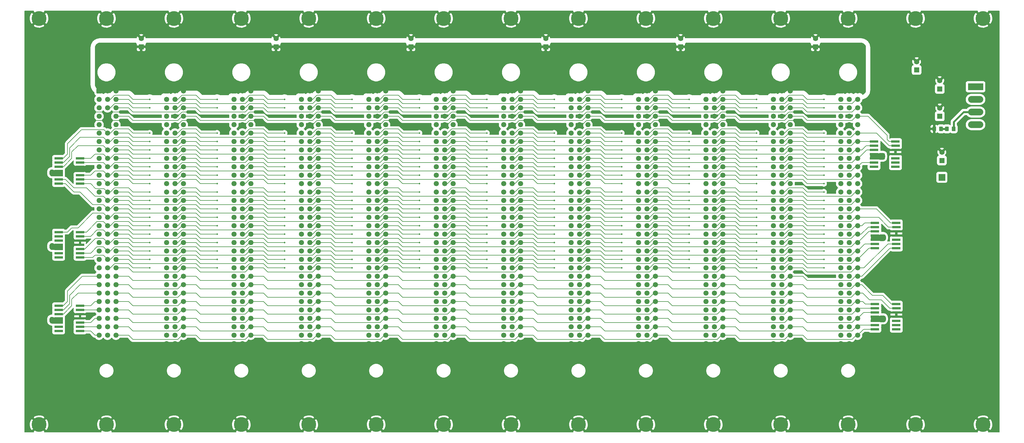
<source format=gbl>
G04 #@! TF.GenerationSoftware,KiCad,Pcbnew,5.1.5+dfsg1-2build2*
G04 #@! TF.CreationDate,2021-08-27T16:11:26+03:00*
G04 #@! TF.ProjectId,cft-backplane-processor,6366742d-6261-4636-9b70-6c616e652d70,2134*
G04 #@! TF.SameCoordinates,Original*
G04 #@! TF.FileFunction,Copper,L2,Bot*
G04 #@! TF.FilePolarity,Positive*
%FSLAX46Y46*%
G04 Gerber Fmt 4.6, Leading zero omitted, Abs format (unit mm)*
G04 Created by KiCad (PCBNEW 5.1.5+dfsg1-2build2) date 2021-08-27 16:11:26*
%MOMM*%
%LPD*%
G04 APERTURE LIST*
G04 #@! TA.AperFunction,ComponentPad*
%ADD10R,2.000000X2.000000*%
G04 #@! TD*
G04 #@! TA.AperFunction,ComponentPad*
%ADD11O,4.572000X2.032000*%
G04 #@! TD*
G04 #@! TA.AperFunction,ComponentPad*
%ADD12R,4.572000X2.032000*%
G04 #@! TD*
G04 #@! TA.AperFunction,ComponentPad*
%ADD13C,1.550000*%
G04 #@! TD*
G04 #@! TA.AperFunction,ComponentPad*
%ADD14C,0.100000*%
G04 #@! TD*
G04 #@! TA.AperFunction,SMDPad,CuDef*
%ADD15C,0.100000*%
G04 #@! TD*
G04 #@! TA.AperFunction,ComponentPad*
%ADD16C,4.500000*%
G04 #@! TD*
G04 #@! TA.AperFunction,SMDPad,CuDef*
%ADD17R,2.540000X0.720000*%
G04 #@! TD*
G04 #@! TA.AperFunction,ComponentPad*
%ADD18C,1.600000*%
G04 #@! TD*
G04 #@! TA.AperFunction,ComponentPad*
%ADD19R,1.600000X1.600000*%
G04 #@! TD*
G04 #@! TA.AperFunction,ViaPad*
%ADD20C,0.508000*%
G04 #@! TD*
G04 #@! TA.AperFunction,ViaPad*
%ADD21C,1.270000*%
G04 #@! TD*
G04 #@! TA.AperFunction,Conductor*
%ADD22C,0.584200*%
G04 #@! TD*
G04 #@! TA.AperFunction,Conductor*
%ADD23C,0.177800*%
G04 #@! TD*
G04 #@! TA.AperFunction,Conductor*
%ADD24C,0.558800*%
G04 #@! TD*
G04 #@! TA.AperFunction,Conductor*
%ADD25C,0.203200*%
G04 #@! TD*
G04 #@! TA.AperFunction,Conductor*
%ADD26C,0.254000*%
G04 #@! TD*
G04 APERTURE END LIST*
D10*
G04 #@! TO.P,TP1,1*
G04 #@! TO.N,/SPARE*
X340663000Y-134770000D03*
G04 #@! TD*
D11*
G04 #@! TO.P,J13,7*
G04 #@! TO.N,GND*
X350823000Y-130325000D03*
D12*
G04 #@! TO.P,J13,1*
G04 #@! TO.N,+5V*
X350823000Y-107465000D03*
D11*
G04 #@! TO.P,J13,2*
X350823000Y-111275000D03*
G04 #@! TO.P,J13,3*
X350823000Y-115085000D03*
G04 #@! TO.P,J13,4*
G04 #@! TO.N,/SPARE*
X350823000Y-118895000D03*
G04 #@! TO.P,J13,5*
G04 #@! TO.N,GND*
X350823000Y-122705000D03*
G04 #@! TO.P,J13,6*
X350823000Y-126515000D03*
G04 #@! TD*
D13*
G04 #@! TO.P,J1,C32*
G04 #@! TO.N,GND*
X91743000Y-187475000D03*
G04 #@! TO.P,J1,C31*
X91743000Y-184935000D03*
G04 #@! TO.P,J1,C30*
G04 #@! TO.N,/C30*
X91743000Y-182395000D03*
G04 #@! TO.P,J1,C29*
G04 #@! TO.N,/C29*
X91743000Y-179855000D03*
G04 #@! TO.P,J1,C28*
G04 #@! TO.N,/C28*
X91743000Y-177315000D03*
G04 #@! TO.P,J1,C27*
G04 #@! TO.N,/C27*
X91743000Y-174775000D03*
G04 #@! TO.P,J1,C26*
G04 #@! TO.N,/C26*
X91743000Y-172235000D03*
G04 #@! TO.P,J1,C25*
G04 #@! TO.N,/C25*
X91743000Y-169695000D03*
G04 #@! TO.P,J1,C24*
G04 #@! TO.N,/C24*
X91743000Y-167155000D03*
G04 #@! TO.P,J1,C23*
G04 #@! TO.N,/C23*
X91743000Y-164615000D03*
G04 #@! TO.P,J1,C22*
G04 #@! TO.N,/C22*
X91743000Y-162075000D03*
G04 #@! TO.P,J1,C21*
G04 #@! TO.N,/C21*
X91743000Y-159535000D03*
G04 #@! TO.P,J1,C20*
G04 #@! TO.N,/C20*
X91743000Y-156995000D03*
G04 #@! TO.P,J1,C19*
G04 #@! TO.N,/C19*
X91743000Y-154455000D03*
G04 #@! TO.P,J1,C18*
G04 #@! TO.N,/C18*
X91743000Y-151915000D03*
G04 #@! TO.P,J1,C17*
G04 #@! TO.N,/C17*
X91743000Y-149375000D03*
G04 #@! TO.P,J1,C16*
G04 #@! TO.N,/C16*
X91743000Y-146835000D03*
G04 #@! TO.P,J1,C15*
G04 #@! TO.N,/C15*
X91743000Y-144295000D03*
G04 #@! TO.P,J1,C14*
G04 #@! TO.N,/C14*
X91743000Y-141755000D03*
G04 #@! TO.P,J1,C13*
G04 #@! TO.N,/C13*
X91743000Y-139215000D03*
G04 #@! TO.P,J1,C12*
G04 #@! TO.N,Net-(J1-PadC12)*
X91743000Y-136675000D03*
G04 #@! TO.P,J1,C11*
G04 #@! TO.N,/C11*
X91743000Y-134135000D03*
G04 #@! TO.P,J1,C10*
G04 #@! TO.N,/C10*
X91743000Y-131595000D03*
G04 #@! TO.P,J1,C9*
G04 #@! TO.N,/C9*
X91743000Y-129055000D03*
G04 #@! TO.P,J1,C8*
G04 #@! TO.N,/C8*
X91743000Y-126515000D03*
G04 #@! TO.P,J1,C7*
G04 #@! TO.N,/C7*
X91743000Y-123975000D03*
G04 #@! TO.P,J1,C6*
G04 #@! TO.N,/C6*
X91743000Y-121435000D03*
G04 #@! TO.P,J1,C5*
G04 #@! TO.N,Net-(J1-PadC5)*
X91743000Y-118895000D03*
G04 #@! TO.P,J1,C4*
G04 #@! TO.N,/C4*
X91743000Y-116355000D03*
G04 #@! TO.P,J1,C3*
G04 #@! TO.N,/C3*
X91743000Y-113815000D03*
G04 #@! TO.P,J1,C2*
G04 #@! TO.N,/C2*
X91743000Y-111275000D03*
G04 #@! TO.P,J1,C1*
G04 #@! TO.N,+5V*
X91743000Y-108735000D03*
G04 #@! TO.P,J1,B32*
G04 #@! TO.N,GND*
X89203000Y-187475000D03*
G04 #@! TO.P,J1,B31*
X89203000Y-184935000D03*
G04 #@! TO.P,J1,B30*
G04 #@! TO.N,Net-(J1-PadB30)*
X89203000Y-182395000D03*
G04 #@! TO.P,J1,B29*
G04 #@! TO.N,Net-(J1-PadB29)*
X89203000Y-179855000D03*
G04 #@! TO.P,J1,B28*
G04 #@! TO.N,Net-(J1-PadB28)*
X89203000Y-177315000D03*
G04 #@! TO.P,J1,B27*
G04 #@! TO.N,Net-(J1-PadB27)*
X89203000Y-174775000D03*
G04 #@! TO.P,J1,B26*
G04 #@! TO.N,Net-(J1-PadB26)*
X89203000Y-172235000D03*
G04 #@! TO.P,J1,B25*
G04 #@! TO.N,Net-(J1-PadB25)*
X89203000Y-169695000D03*
G04 #@! TO.P,J1,B24*
G04 #@! TO.N,Net-(J1-PadB24)*
X89203000Y-167155000D03*
G04 #@! TO.P,J1,B23*
G04 #@! TO.N,Net-(J1-PadB23)*
X89203000Y-164615000D03*
G04 #@! TO.P,J1,B22*
G04 #@! TO.N,/B22*
X89203000Y-162075000D03*
G04 #@! TO.P,J1,B21*
G04 #@! TO.N,/B21*
X89203000Y-159535000D03*
G04 #@! TO.P,J1,B20*
G04 #@! TO.N,/B20*
X89203000Y-156995000D03*
G04 #@! TO.P,J1,B19*
G04 #@! TO.N,/B19*
X89203000Y-154455000D03*
G04 #@! TO.P,J1,B18*
G04 #@! TO.N,/B18*
X89203000Y-151915000D03*
G04 #@! TO.P,J1,B17*
G04 #@! TO.N,/ACTION3*
X89203000Y-149375000D03*
G04 #@! TO.P,J1,B16*
G04 #@! TO.N,/ACTION2*
X89203000Y-146835000D03*
G04 #@! TO.P,J1,B15*
G04 #@! TO.N,/ACTION1*
X89203000Y-144295000D03*
G04 #@! TO.P,J1,B14*
G04 #@! TO.N,/ACTION0*
X89203000Y-141755000D03*
G04 #@! TO.P,J1,B13*
G04 #@! TO.N,/B13*
X89203000Y-139215000D03*
G04 #@! TO.P,J1,B12*
G04 #@! TO.N,/B12*
X89203000Y-136675000D03*
G04 #@! TO.P,J1,B11*
G04 #@! TO.N,/B11*
X89203000Y-134135000D03*
G04 #@! TO.P,J1,B10*
G04 #@! TO.N,/B10*
X89203000Y-131595000D03*
G04 #@! TO.P,J1,B9*
G04 #@! TO.N,/B9*
X89203000Y-129055000D03*
G04 #@! TO.P,J1,B8*
G04 #@! TO.N,/B8*
X89203000Y-126515000D03*
G04 #@! TO.P,J1,B7*
G04 #@! TO.N,/B7*
X89203000Y-123975000D03*
G04 #@! TO.P,J1,B6*
G04 #@! TO.N,/B6*
X89203000Y-121435000D03*
G04 #@! TO.P,J1,B5*
G04 #@! TO.N,GND*
X89203000Y-118895000D03*
G04 #@! TO.P,J1,B4*
X89203000Y-116355000D03*
G04 #@! TO.P,J1,B3*
G04 #@! TO.N,/B3*
X89203000Y-113815000D03*
G04 #@! TO.P,J1,B2*
G04 #@! TO.N,/B2*
X89203000Y-111275000D03*
G04 #@! TO.P,J1,B1*
G04 #@! TO.N,+5V*
X89203000Y-108735000D03*
G04 #@! TO.P,J1,A32*
G04 #@! TO.N,GND*
X86663000Y-187475000D03*
G04 #@! TO.P,J1,A31*
X86663000Y-184935000D03*
G04 #@! TO.P,J1,A30*
G04 #@! TO.N,/A30*
X86663000Y-182395000D03*
G04 #@! TO.P,J1,A29*
G04 #@! TO.N,/A29*
X86663000Y-179855000D03*
G04 #@! TO.P,J1,A28*
G04 #@! TO.N,/A28*
X86663000Y-177315000D03*
G04 #@! TO.P,J1,A27*
G04 #@! TO.N,/A27*
X86663000Y-174775000D03*
G04 #@! TO.P,J1,A26*
G04 #@! TO.N,/A26*
X86663000Y-172235000D03*
G04 #@! TO.P,J1,A25*
G04 #@! TO.N,/A25*
X86663000Y-169695000D03*
G04 #@! TO.P,J1,A24*
G04 #@! TO.N,/A24*
X86663000Y-167155000D03*
G04 #@! TO.P,J1,A23*
G04 #@! TO.N,/A23*
X86663000Y-164615000D03*
G04 #@! TO.P,J1,A22*
G04 #@! TO.N,Net-(J1-PadA22)*
X86663000Y-162075000D03*
G04 #@! TO.P,J1,A21*
G04 #@! TO.N,Net-(J1-PadA21)*
X86663000Y-159535000D03*
G04 #@! TO.P,J1,A20*
G04 #@! TO.N,Net-(J1-PadA20)*
X86663000Y-156995000D03*
G04 #@! TO.P,J1,A19*
G04 #@! TO.N,Net-(J1-PadA19)*
X86663000Y-154455000D03*
G04 #@! TO.P,J1,A18*
G04 #@! TO.N,Net-(J1-PadA18)*
X86663000Y-151915000D03*
G04 #@! TO.P,J1,A17*
G04 #@! TO.N,Net-(J1-PadA17)*
X86663000Y-149375000D03*
G04 #@! TO.P,J1,A16*
G04 #@! TO.N,Net-(J1-PadA16)*
X86663000Y-146835000D03*
G04 #@! TO.P,J1,A15*
G04 #@! TO.N,Net-(J1-PadA15)*
X86663000Y-144295000D03*
G04 #@! TO.P,J1,A14*
G04 #@! TO.N,Net-(J1-PadA14)*
X86663000Y-141755000D03*
G04 #@! TO.P,J1,A13*
G04 #@! TO.N,Net-(J1-PadA13)*
X86663000Y-139215000D03*
G04 #@! TO.P,J1,A12*
G04 #@! TO.N,Net-(J1-PadA12)*
X86663000Y-136675000D03*
G04 #@! TO.P,J1,A11*
G04 #@! TO.N,Net-(J1-PadA11)*
X86663000Y-134135000D03*
G04 #@! TO.P,J1,A10*
G04 #@! TO.N,Net-(J1-PadA10)*
X86663000Y-131595000D03*
G04 #@! TO.P,J1,A9*
G04 #@! TO.N,Net-(J1-PadA9)*
X86663000Y-129055000D03*
G04 #@! TO.P,J1,A8*
G04 #@! TO.N,Net-(J1-PadA8)*
X86663000Y-126515000D03*
G04 #@! TO.P,J1,A7*
G04 #@! TO.N,Net-(J1-PadA7)*
X86663000Y-123975000D03*
G04 #@! TO.P,J1,A6*
G04 #@! TO.N,Net-(J1-PadA6)*
X86663000Y-121435000D03*
G04 #@! TO.P,J1,A5*
G04 #@! TO.N,Net-(J1-PadA5)*
X86663000Y-118895000D03*
G04 #@! TO.P,J1,A4*
G04 #@! TO.N,Net-(J1-PadA4)*
X86663000Y-116355000D03*
G04 #@! TO.P,J1,A3*
G04 #@! TO.N,Net-(J1-PadA3)*
X86663000Y-113815000D03*
G04 #@! TO.P,J1,A2*
G04 #@! TO.N,/A2*
X86663000Y-111275000D03*
G04 #@! TA.AperFunction,ComponentPad*
D14*
G04 #@! TO.P,J1,A1*
G04 #@! TO.N,+5V*
G36*
X87212505Y-107961204D02*
G01*
X87236773Y-107964804D01*
X87260572Y-107970765D01*
X87283671Y-107979030D01*
X87305850Y-107989520D01*
X87326893Y-108002132D01*
X87346599Y-108016747D01*
X87364777Y-108033223D01*
X87381253Y-108051401D01*
X87395868Y-108071107D01*
X87408480Y-108092150D01*
X87418970Y-108114329D01*
X87427235Y-108137428D01*
X87433196Y-108161227D01*
X87436796Y-108185495D01*
X87438000Y-108209999D01*
X87438000Y-109260001D01*
X87436796Y-109284505D01*
X87433196Y-109308773D01*
X87427235Y-109332572D01*
X87418970Y-109355671D01*
X87408480Y-109377850D01*
X87395868Y-109398893D01*
X87381253Y-109418599D01*
X87364777Y-109436777D01*
X87346599Y-109453253D01*
X87326893Y-109467868D01*
X87305850Y-109480480D01*
X87283671Y-109490970D01*
X87260572Y-109499235D01*
X87236773Y-109505196D01*
X87212505Y-109508796D01*
X87188001Y-109510000D01*
X86137999Y-109510000D01*
X86113495Y-109508796D01*
X86089227Y-109505196D01*
X86065428Y-109499235D01*
X86042329Y-109490970D01*
X86020150Y-109480480D01*
X85999107Y-109467868D01*
X85979401Y-109453253D01*
X85961223Y-109436777D01*
X85944747Y-109418599D01*
X85930132Y-109398893D01*
X85917520Y-109377850D01*
X85907030Y-109355671D01*
X85898765Y-109332572D01*
X85892804Y-109308773D01*
X85889204Y-109284505D01*
X85888000Y-109260001D01*
X85888000Y-108209999D01*
X85889204Y-108185495D01*
X85892804Y-108161227D01*
X85898765Y-108137428D01*
X85907030Y-108114329D01*
X85917520Y-108092150D01*
X85930132Y-108071107D01*
X85944747Y-108051401D01*
X85961223Y-108033223D01*
X85979401Y-108016747D01*
X85999107Y-108002132D01*
X86020150Y-107989520D01*
X86042329Y-107979030D01*
X86065428Y-107970765D01*
X86089227Y-107964804D01*
X86113495Y-107961204D01*
X86137999Y-107960000D01*
X87188001Y-107960000D01*
X87212505Y-107961204D01*
G37*
G04 #@! TD.AperFunction*
G04 #@! TD*
D13*
G04 #@! TO.P,J12,C32*
G04 #@! TO.N,GND*
X315263000Y-187475000D03*
G04 #@! TO.P,J12,C31*
X315263000Y-184935000D03*
G04 #@! TO.P,J12,C30*
G04 #@! TO.N,/C30*
X315263000Y-182395000D03*
G04 #@! TO.P,J12,C29*
G04 #@! TO.N,/C29*
X315263000Y-179855000D03*
G04 #@! TO.P,J12,C28*
G04 #@! TO.N,/C28*
X315263000Y-177315000D03*
G04 #@! TO.P,J12,C27*
G04 #@! TO.N,/C27*
X315263000Y-174775000D03*
G04 #@! TO.P,J12,C26*
G04 #@! TO.N,/C26*
X315263000Y-172235000D03*
G04 #@! TO.P,J12,C25*
G04 #@! TO.N,/C25*
X315263000Y-169695000D03*
G04 #@! TO.P,J12,C24*
G04 #@! TO.N,/C24*
X315263000Y-167155000D03*
G04 #@! TO.P,J12,C23*
G04 #@! TO.N,/C23*
X315263000Y-164615000D03*
G04 #@! TO.P,J12,C22*
G04 #@! TO.N,/C22*
X315263000Y-162075000D03*
G04 #@! TO.P,J12,C21*
G04 #@! TO.N,/C21*
X315263000Y-159535000D03*
G04 #@! TO.P,J12,C20*
G04 #@! TO.N,/C20*
X315263000Y-156995000D03*
G04 #@! TO.P,J12,C19*
G04 #@! TO.N,/C19*
X315263000Y-154455000D03*
G04 #@! TO.P,J12,C18*
G04 #@! TO.N,/C18*
X315263000Y-151915000D03*
G04 #@! TO.P,J12,C17*
G04 #@! TO.N,/C17*
X315263000Y-149375000D03*
G04 #@! TO.P,J12,C16*
G04 #@! TO.N,/C16*
X315263000Y-146835000D03*
G04 #@! TO.P,J12,C15*
G04 #@! TO.N,/C15*
X315263000Y-144295000D03*
G04 #@! TO.P,J12,C14*
G04 #@! TO.N,/C14*
X315263000Y-141755000D03*
G04 #@! TO.P,J12,C13*
G04 #@! TO.N,/C13*
X315263000Y-139215000D03*
G04 #@! TO.P,J12,C12*
G04 #@! TO.N,Net-(J12-PadC12)*
X315263000Y-136675000D03*
G04 #@! TO.P,J12,C11*
G04 #@! TO.N,/C11*
X315263000Y-134135000D03*
G04 #@! TO.P,J12,C10*
G04 #@! TO.N,/C10*
X315263000Y-131595000D03*
G04 #@! TO.P,J12,C9*
G04 #@! TO.N,/C9*
X315263000Y-129055000D03*
G04 #@! TO.P,J12,C8*
G04 #@! TO.N,/C8*
X315263000Y-126515000D03*
G04 #@! TO.P,J12,C7*
G04 #@! TO.N,/C7*
X315263000Y-123975000D03*
G04 #@! TO.P,J12,C6*
G04 #@! TO.N,/C6*
X315263000Y-121435000D03*
G04 #@! TO.P,J12,C5*
G04 #@! TO.N,Net-(J12-PadC5)*
X315263000Y-118895000D03*
G04 #@! TO.P,J12,C4*
G04 #@! TO.N,/C4*
X315263000Y-116355000D03*
G04 #@! TO.P,J12,C3*
G04 #@! TO.N,/C3*
X315263000Y-113815000D03*
G04 #@! TO.P,J12,C2*
G04 #@! TO.N,/C2*
X315263000Y-111275000D03*
G04 #@! TO.P,J12,C1*
G04 #@! TO.N,+5V*
X315263000Y-108735000D03*
G04 #@! TO.P,J12,B32*
G04 #@! TO.N,GND*
X312723000Y-187475000D03*
G04 #@! TO.P,J12,B31*
X312723000Y-184935000D03*
G04 #@! TO.P,J12,B30*
G04 #@! TO.N,Net-(J12-PadB30)*
X312723000Y-182395000D03*
G04 #@! TO.P,J12,B29*
G04 #@! TO.N,Net-(J12-PadB29)*
X312723000Y-179855000D03*
G04 #@! TO.P,J12,B28*
G04 #@! TO.N,Net-(J12-PadB28)*
X312723000Y-177315000D03*
G04 #@! TO.P,J12,B27*
G04 #@! TO.N,Net-(J12-PadB27)*
X312723000Y-174775000D03*
G04 #@! TO.P,J12,B26*
G04 #@! TO.N,Net-(J12-PadB26)*
X312723000Y-172235000D03*
G04 #@! TO.P,J12,B25*
G04 #@! TO.N,Net-(J12-PadB25)*
X312723000Y-169695000D03*
G04 #@! TO.P,J12,B24*
G04 #@! TO.N,Net-(J12-PadB24)*
X312723000Y-167155000D03*
G04 #@! TO.P,J12,B23*
G04 #@! TO.N,Net-(J12-PadB23)*
X312723000Y-164615000D03*
G04 #@! TO.P,J12,B22*
G04 #@! TO.N,/B22*
X312723000Y-162075000D03*
G04 #@! TO.P,J12,B21*
G04 #@! TO.N,/B21*
X312723000Y-159535000D03*
G04 #@! TO.P,J12,B20*
G04 #@! TO.N,/B20*
X312723000Y-156995000D03*
G04 #@! TO.P,J12,B19*
G04 #@! TO.N,/B19*
X312723000Y-154455000D03*
G04 #@! TO.P,J12,B18*
G04 #@! TO.N,/B18*
X312723000Y-151915000D03*
G04 #@! TO.P,J12,B17*
G04 #@! TO.N,/ACTION3*
X312723000Y-149375000D03*
G04 #@! TO.P,J12,B16*
G04 #@! TO.N,/ACTION2*
X312723000Y-146835000D03*
G04 #@! TO.P,J12,B15*
G04 #@! TO.N,/ACTION1*
X312723000Y-144295000D03*
G04 #@! TO.P,J12,B14*
G04 #@! TO.N,/ACTION0*
X312723000Y-141755000D03*
G04 #@! TO.P,J12,B13*
G04 #@! TO.N,/B13*
X312723000Y-139215000D03*
G04 #@! TO.P,J12,B12*
G04 #@! TO.N,/B12*
X312723000Y-136675000D03*
G04 #@! TO.P,J12,B11*
G04 #@! TO.N,/B11*
X312723000Y-134135000D03*
G04 #@! TO.P,J12,B10*
G04 #@! TO.N,/B10*
X312723000Y-131595000D03*
G04 #@! TO.P,J12,B9*
G04 #@! TO.N,/B9*
X312723000Y-129055000D03*
G04 #@! TO.P,J12,B8*
G04 #@! TO.N,/B8*
X312723000Y-126515000D03*
G04 #@! TO.P,J12,B7*
G04 #@! TO.N,/B7*
X312723000Y-123975000D03*
G04 #@! TO.P,J12,B6*
G04 #@! TO.N,/B6*
X312723000Y-121435000D03*
G04 #@! TO.P,J12,B5*
G04 #@! TO.N,GND*
X312723000Y-118895000D03*
G04 #@! TO.P,J12,B4*
X312723000Y-116355000D03*
G04 #@! TO.P,J12,B3*
G04 #@! TO.N,/B3*
X312723000Y-113815000D03*
G04 #@! TO.P,J12,B2*
G04 #@! TO.N,/B2*
X312723000Y-111275000D03*
G04 #@! TO.P,J12,B1*
G04 #@! TO.N,+5V*
X312723000Y-108735000D03*
G04 #@! TO.P,J12,A32*
G04 #@! TO.N,GND*
X310183000Y-187475000D03*
G04 #@! TO.P,J12,A31*
X310183000Y-184935000D03*
G04 #@! TO.P,J12,A30*
G04 #@! TO.N,/A30*
X310183000Y-182395000D03*
G04 #@! TO.P,J12,A29*
G04 #@! TO.N,/A29*
X310183000Y-179855000D03*
G04 #@! TO.P,J12,A28*
G04 #@! TO.N,/A28*
X310183000Y-177315000D03*
G04 #@! TO.P,J12,A27*
G04 #@! TO.N,/A27*
X310183000Y-174775000D03*
G04 #@! TO.P,J12,A26*
G04 #@! TO.N,/A26*
X310183000Y-172235000D03*
G04 #@! TO.P,J12,A25*
G04 #@! TO.N,/A25*
X310183000Y-169695000D03*
G04 #@! TO.P,J12,A24*
G04 #@! TO.N,/A24*
X310183000Y-167155000D03*
G04 #@! TO.P,J12,A23*
G04 #@! TO.N,/A23*
X310183000Y-164615000D03*
G04 #@! TO.P,J12,A22*
G04 #@! TO.N,Net-(J12-PadA22)*
X310183000Y-162075000D03*
G04 #@! TO.P,J12,A21*
G04 #@! TO.N,Net-(J12-PadA21)*
X310183000Y-159535000D03*
G04 #@! TO.P,J12,A20*
G04 #@! TO.N,Net-(J12-PadA20)*
X310183000Y-156995000D03*
G04 #@! TO.P,J12,A19*
G04 #@! TO.N,Net-(J12-PadA19)*
X310183000Y-154455000D03*
G04 #@! TO.P,J12,A18*
G04 #@! TO.N,Net-(J12-PadA18)*
X310183000Y-151915000D03*
G04 #@! TO.P,J12,A17*
G04 #@! TO.N,Net-(J12-PadA17)*
X310183000Y-149375000D03*
G04 #@! TO.P,J12,A16*
G04 #@! TO.N,Net-(J12-PadA16)*
X310183000Y-146835000D03*
G04 #@! TO.P,J12,A15*
G04 #@! TO.N,Net-(J12-PadA15)*
X310183000Y-144295000D03*
G04 #@! TO.P,J12,A14*
G04 #@! TO.N,Net-(J12-PadA14)*
X310183000Y-141755000D03*
G04 #@! TO.P,J12,A13*
G04 #@! TO.N,Net-(J12-PadA13)*
X310183000Y-139215000D03*
G04 #@! TO.P,J12,A12*
G04 #@! TO.N,Net-(J12-PadA12)*
X310183000Y-136675000D03*
G04 #@! TO.P,J12,A11*
G04 #@! TO.N,Net-(J12-PadA11)*
X310183000Y-134135000D03*
G04 #@! TO.P,J12,A10*
G04 #@! TO.N,Net-(J12-PadA10)*
X310183000Y-131595000D03*
G04 #@! TO.P,J12,A9*
G04 #@! TO.N,Net-(J12-PadA9)*
X310183000Y-129055000D03*
G04 #@! TO.P,J12,A8*
G04 #@! TO.N,Net-(J12-PadA8)*
X310183000Y-126515000D03*
G04 #@! TO.P,J12,A7*
G04 #@! TO.N,Net-(J12-PadA7)*
X310183000Y-123975000D03*
G04 #@! TO.P,J12,A6*
G04 #@! TO.N,Net-(J12-PadA6)*
X310183000Y-121435000D03*
G04 #@! TO.P,J12,A5*
G04 #@! TO.N,Net-(J12-PadA5)*
X310183000Y-118895000D03*
G04 #@! TO.P,J12,A4*
G04 #@! TO.N,Net-(J12-PadA4)*
X310183000Y-116355000D03*
G04 #@! TO.P,J12,A3*
G04 #@! TO.N,Net-(J12-PadA3)*
X310183000Y-113815000D03*
G04 #@! TO.P,J12,A2*
G04 #@! TO.N,/A2*
X310183000Y-111275000D03*
G04 #@! TA.AperFunction,ComponentPad*
D14*
G04 #@! TO.P,J12,A1*
G04 #@! TO.N,+5V*
G36*
X310732505Y-107961204D02*
G01*
X310756773Y-107964804D01*
X310780572Y-107970765D01*
X310803671Y-107979030D01*
X310825850Y-107989520D01*
X310846893Y-108002132D01*
X310866599Y-108016747D01*
X310884777Y-108033223D01*
X310901253Y-108051401D01*
X310915868Y-108071107D01*
X310928480Y-108092150D01*
X310938970Y-108114329D01*
X310947235Y-108137428D01*
X310953196Y-108161227D01*
X310956796Y-108185495D01*
X310958000Y-108209999D01*
X310958000Y-109260001D01*
X310956796Y-109284505D01*
X310953196Y-109308773D01*
X310947235Y-109332572D01*
X310938970Y-109355671D01*
X310928480Y-109377850D01*
X310915868Y-109398893D01*
X310901253Y-109418599D01*
X310884777Y-109436777D01*
X310866599Y-109453253D01*
X310846893Y-109467868D01*
X310825850Y-109480480D01*
X310803671Y-109490970D01*
X310780572Y-109499235D01*
X310756773Y-109505196D01*
X310732505Y-109508796D01*
X310708001Y-109510000D01*
X309657999Y-109510000D01*
X309633495Y-109508796D01*
X309609227Y-109505196D01*
X309585428Y-109499235D01*
X309562329Y-109490970D01*
X309540150Y-109480480D01*
X309519107Y-109467868D01*
X309499401Y-109453253D01*
X309481223Y-109436777D01*
X309464747Y-109418599D01*
X309450132Y-109398893D01*
X309437520Y-109377850D01*
X309427030Y-109355671D01*
X309418765Y-109332572D01*
X309412804Y-109308773D01*
X309409204Y-109284505D01*
X309408000Y-109260001D01*
X309408000Y-108209999D01*
X309409204Y-108185495D01*
X309412804Y-108161227D01*
X309418765Y-108137428D01*
X309427030Y-108114329D01*
X309437520Y-108092150D01*
X309450132Y-108071107D01*
X309464747Y-108051401D01*
X309481223Y-108033223D01*
X309499401Y-108016747D01*
X309519107Y-108002132D01*
X309540150Y-107989520D01*
X309562329Y-107979030D01*
X309585428Y-107970765D01*
X309609227Y-107964804D01*
X309633495Y-107961204D01*
X309657999Y-107960000D01*
X310708001Y-107960000D01*
X310732505Y-107961204D01*
G37*
G04 #@! TD.AperFunction*
G04 #@! TD*
D13*
G04 #@! TO.P,J9,C32*
G04 #@! TO.N,GND*
X254303000Y-187475000D03*
G04 #@! TO.P,J9,C31*
X254303000Y-184935000D03*
G04 #@! TO.P,J9,C30*
G04 #@! TO.N,/C30*
X254303000Y-182395000D03*
G04 #@! TO.P,J9,C29*
G04 #@! TO.N,/C29*
X254303000Y-179855000D03*
G04 #@! TO.P,J9,C28*
G04 #@! TO.N,/C28*
X254303000Y-177315000D03*
G04 #@! TO.P,J9,C27*
G04 #@! TO.N,/C27*
X254303000Y-174775000D03*
G04 #@! TO.P,J9,C26*
G04 #@! TO.N,/C26*
X254303000Y-172235000D03*
G04 #@! TO.P,J9,C25*
G04 #@! TO.N,/C25*
X254303000Y-169695000D03*
G04 #@! TO.P,J9,C24*
G04 #@! TO.N,/C24*
X254303000Y-167155000D03*
G04 #@! TO.P,J9,C23*
G04 #@! TO.N,/C23*
X254303000Y-164615000D03*
G04 #@! TO.P,J9,C22*
G04 #@! TO.N,/C22*
X254303000Y-162075000D03*
G04 #@! TO.P,J9,C21*
G04 #@! TO.N,/C21*
X254303000Y-159535000D03*
G04 #@! TO.P,J9,C20*
G04 #@! TO.N,/C20*
X254303000Y-156995000D03*
G04 #@! TO.P,J9,C19*
G04 #@! TO.N,/C19*
X254303000Y-154455000D03*
G04 #@! TO.P,J9,C18*
G04 #@! TO.N,/C18*
X254303000Y-151915000D03*
G04 #@! TO.P,J9,C17*
G04 #@! TO.N,/C17*
X254303000Y-149375000D03*
G04 #@! TO.P,J9,C16*
G04 #@! TO.N,/C16*
X254303000Y-146835000D03*
G04 #@! TO.P,J9,C15*
G04 #@! TO.N,/C15*
X254303000Y-144295000D03*
G04 #@! TO.P,J9,C14*
G04 #@! TO.N,/C14*
X254303000Y-141755000D03*
G04 #@! TO.P,J9,C13*
G04 #@! TO.N,/C13*
X254303000Y-139215000D03*
G04 #@! TO.P,J9,C12*
G04 #@! TO.N,Net-(J9-PadC12)*
X254303000Y-136675000D03*
G04 #@! TO.P,J9,C11*
G04 #@! TO.N,/C11*
X254303000Y-134135000D03*
G04 #@! TO.P,J9,C10*
G04 #@! TO.N,/C10*
X254303000Y-131595000D03*
G04 #@! TO.P,J9,C9*
G04 #@! TO.N,/C9*
X254303000Y-129055000D03*
G04 #@! TO.P,J9,C8*
G04 #@! TO.N,/C8*
X254303000Y-126515000D03*
G04 #@! TO.P,J9,C7*
G04 #@! TO.N,/C7*
X254303000Y-123975000D03*
G04 #@! TO.P,J9,C6*
G04 #@! TO.N,/C6*
X254303000Y-121435000D03*
G04 #@! TO.P,J9,C5*
G04 #@! TO.N,Net-(J9-PadC5)*
X254303000Y-118895000D03*
G04 #@! TO.P,J9,C4*
G04 #@! TO.N,/C4*
X254303000Y-116355000D03*
G04 #@! TO.P,J9,C3*
G04 #@! TO.N,/C3*
X254303000Y-113815000D03*
G04 #@! TO.P,J9,C2*
G04 #@! TO.N,/C2*
X254303000Y-111275000D03*
G04 #@! TO.P,J9,C1*
G04 #@! TO.N,+5V*
X254303000Y-108735000D03*
G04 #@! TO.P,J9,B32*
G04 #@! TO.N,GND*
X251763000Y-187475000D03*
G04 #@! TO.P,J9,B31*
X251763000Y-184935000D03*
G04 #@! TO.P,J9,B30*
G04 #@! TO.N,Net-(J9-PadB30)*
X251763000Y-182395000D03*
G04 #@! TO.P,J9,B29*
G04 #@! TO.N,Net-(J9-PadB29)*
X251763000Y-179855000D03*
G04 #@! TO.P,J9,B28*
G04 #@! TO.N,Net-(J9-PadB28)*
X251763000Y-177315000D03*
G04 #@! TO.P,J9,B27*
G04 #@! TO.N,Net-(J9-PadB27)*
X251763000Y-174775000D03*
G04 #@! TO.P,J9,B26*
G04 #@! TO.N,Net-(J9-PadB26)*
X251763000Y-172235000D03*
G04 #@! TO.P,J9,B25*
G04 #@! TO.N,Net-(J9-PadB25)*
X251763000Y-169695000D03*
G04 #@! TO.P,J9,B24*
G04 #@! TO.N,Net-(J9-PadB24)*
X251763000Y-167155000D03*
G04 #@! TO.P,J9,B23*
G04 #@! TO.N,Net-(J9-PadB23)*
X251763000Y-164615000D03*
G04 #@! TO.P,J9,B22*
G04 #@! TO.N,/B22*
X251763000Y-162075000D03*
G04 #@! TO.P,J9,B21*
G04 #@! TO.N,/B21*
X251763000Y-159535000D03*
G04 #@! TO.P,J9,B20*
G04 #@! TO.N,/B20*
X251763000Y-156995000D03*
G04 #@! TO.P,J9,B19*
G04 #@! TO.N,/B19*
X251763000Y-154455000D03*
G04 #@! TO.P,J9,B18*
G04 #@! TO.N,/B18*
X251763000Y-151915000D03*
G04 #@! TO.P,J9,B17*
G04 #@! TO.N,/ACTION3*
X251763000Y-149375000D03*
G04 #@! TO.P,J9,B16*
G04 #@! TO.N,/ACTION2*
X251763000Y-146835000D03*
G04 #@! TO.P,J9,B15*
G04 #@! TO.N,/ACTION1*
X251763000Y-144295000D03*
G04 #@! TO.P,J9,B14*
G04 #@! TO.N,/ACTION0*
X251763000Y-141755000D03*
G04 #@! TO.P,J9,B13*
G04 #@! TO.N,/B13*
X251763000Y-139215000D03*
G04 #@! TO.P,J9,B12*
G04 #@! TO.N,/B12*
X251763000Y-136675000D03*
G04 #@! TO.P,J9,B11*
G04 #@! TO.N,/B11*
X251763000Y-134135000D03*
G04 #@! TO.P,J9,B10*
G04 #@! TO.N,/B10*
X251763000Y-131595000D03*
G04 #@! TO.P,J9,B9*
G04 #@! TO.N,/B9*
X251763000Y-129055000D03*
G04 #@! TO.P,J9,B8*
G04 #@! TO.N,/B8*
X251763000Y-126515000D03*
G04 #@! TO.P,J9,B7*
G04 #@! TO.N,/B7*
X251763000Y-123975000D03*
G04 #@! TO.P,J9,B6*
G04 #@! TO.N,/B6*
X251763000Y-121435000D03*
G04 #@! TO.P,J9,B5*
G04 #@! TO.N,GND*
X251763000Y-118895000D03*
G04 #@! TO.P,J9,B4*
X251763000Y-116355000D03*
G04 #@! TO.P,J9,B3*
G04 #@! TO.N,/B3*
X251763000Y-113815000D03*
G04 #@! TO.P,J9,B2*
G04 #@! TO.N,/B2*
X251763000Y-111275000D03*
G04 #@! TO.P,J9,B1*
G04 #@! TO.N,+5V*
X251763000Y-108735000D03*
G04 #@! TO.P,J9,A32*
G04 #@! TO.N,GND*
X249223000Y-187475000D03*
G04 #@! TO.P,J9,A31*
X249223000Y-184935000D03*
G04 #@! TO.P,J9,A30*
G04 #@! TO.N,/A30*
X249223000Y-182395000D03*
G04 #@! TO.P,J9,A29*
G04 #@! TO.N,/A29*
X249223000Y-179855000D03*
G04 #@! TO.P,J9,A28*
G04 #@! TO.N,/A28*
X249223000Y-177315000D03*
G04 #@! TO.P,J9,A27*
G04 #@! TO.N,/A27*
X249223000Y-174775000D03*
G04 #@! TO.P,J9,A26*
G04 #@! TO.N,/A26*
X249223000Y-172235000D03*
G04 #@! TO.P,J9,A25*
G04 #@! TO.N,/A25*
X249223000Y-169695000D03*
G04 #@! TO.P,J9,A24*
G04 #@! TO.N,/A24*
X249223000Y-167155000D03*
G04 #@! TO.P,J9,A23*
G04 #@! TO.N,/A23*
X249223000Y-164615000D03*
G04 #@! TO.P,J9,A22*
G04 #@! TO.N,Net-(J9-PadA22)*
X249223000Y-162075000D03*
G04 #@! TO.P,J9,A21*
G04 #@! TO.N,Net-(J9-PadA21)*
X249223000Y-159535000D03*
G04 #@! TO.P,J9,A20*
G04 #@! TO.N,Net-(J9-PadA20)*
X249223000Y-156995000D03*
G04 #@! TO.P,J9,A19*
G04 #@! TO.N,Net-(J9-PadA19)*
X249223000Y-154455000D03*
G04 #@! TO.P,J9,A18*
G04 #@! TO.N,Net-(J9-PadA18)*
X249223000Y-151915000D03*
G04 #@! TO.P,J9,A17*
G04 #@! TO.N,Net-(J9-PadA17)*
X249223000Y-149375000D03*
G04 #@! TO.P,J9,A16*
G04 #@! TO.N,Net-(J9-PadA16)*
X249223000Y-146835000D03*
G04 #@! TO.P,J9,A15*
G04 #@! TO.N,Net-(J9-PadA15)*
X249223000Y-144295000D03*
G04 #@! TO.P,J9,A14*
G04 #@! TO.N,Net-(J9-PadA14)*
X249223000Y-141755000D03*
G04 #@! TO.P,J9,A13*
G04 #@! TO.N,Net-(J9-PadA13)*
X249223000Y-139215000D03*
G04 #@! TO.P,J9,A12*
G04 #@! TO.N,Net-(J9-PadA12)*
X249223000Y-136675000D03*
G04 #@! TO.P,J9,A11*
G04 #@! TO.N,Net-(J9-PadA11)*
X249223000Y-134135000D03*
G04 #@! TO.P,J9,A10*
G04 #@! TO.N,Net-(J9-PadA10)*
X249223000Y-131595000D03*
G04 #@! TO.P,J9,A9*
G04 #@! TO.N,Net-(J9-PadA9)*
X249223000Y-129055000D03*
G04 #@! TO.P,J9,A8*
G04 #@! TO.N,Net-(J9-PadA8)*
X249223000Y-126515000D03*
G04 #@! TO.P,J9,A7*
G04 #@! TO.N,Net-(J9-PadA7)*
X249223000Y-123975000D03*
G04 #@! TO.P,J9,A6*
G04 #@! TO.N,Net-(J9-PadA6)*
X249223000Y-121435000D03*
G04 #@! TO.P,J9,A5*
G04 #@! TO.N,Net-(J9-PadA5)*
X249223000Y-118895000D03*
G04 #@! TO.P,J9,A4*
G04 #@! TO.N,Net-(J9-PadA4)*
X249223000Y-116355000D03*
G04 #@! TO.P,J9,A3*
G04 #@! TO.N,Net-(J9-PadA3)*
X249223000Y-113815000D03*
G04 #@! TO.P,J9,A2*
G04 #@! TO.N,/A2*
X249223000Y-111275000D03*
G04 #@! TA.AperFunction,ComponentPad*
D14*
G04 #@! TO.P,J9,A1*
G04 #@! TO.N,+5V*
G36*
X249772505Y-107961204D02*
G01*
X249796773Y-107964804D01*
X249820572Y-107970765D01*
X249843671Y-107979030D01*
X249865850Y-107989520D01*
X249886893Y-108002132D01*
X249906599Y-108016747D01*
X249924777Y-108033223D01*
X249941253Y-108051401D01*
X249955868Y-108071107D01*
X249968480Y-108092150D01*
X249978970Y-108114329D01*
X249987235Y-108137428D01*
X249993196Y-108161227D01*
X249996796Y-108185495D01*
X249998000Y-108209999D01*
X249998000Y-109260001D01*
X249996796Y-109284505D01*
X249993196Y-109308773D01*
X249987235Y-109332572D01*
X249978970Y-109355671D01*
X249968480Y-109377850D01*
X249955868Y-109398893D01*
X249941253Y-109418599D01*
X249924777Y-109436777D01*
X249906599Y-109453253D01*
X249886893Y-109467868D01*
X249865850Y-109480480D01*
X249843671Y-109490970D01*
X249820572Y-109499235D01*
X249796773Y-109505196D01*
X249772505Y-109508796D01*
X249748001Y-109510000D01*
X248697999Y-109510000D01*
X248673495Y-109508796D01*
X248649227Y-109505196D01*
X248625428Y-109499235D01*
X248602329Y-109490970D01*
X248580150Y-109480480D01*
X248559107Y-109467868D01*
X248539401Y-109453253D01*
X248521223Y-109436777D01*
X248504747Y-109418599D01*
X248490132Y-109398893D01*
X248477520Y-109377850D01*
X248467030Y-109355671D01*
X248458765Y-109332572D01*
X248452804Y-109308773D01*
X248449204Y-109284505D01*
X248448000Y-109260001D01*
X248448000Y-108209999D01*
X248449204Y-108185495D01*
X248452804Y-108161227D01*
X248458765Y-108137428D01*
X248467030Y-108114329D01*
X248477520Y-108092150D01*
X248490132Y-108071107D01*
X248504747Y-108051401D01*
X248521223Y-108033223D01*
X248539401Y-108016747D01*
X248559107Y-108002132D01*
X248580150Y-107989520D01*
X248602329Y-107979030D01*
X248625428Y-107970765D01*
X248649227Y-107964804D01*
X248673495Y-107961204D01*
X248697999Y-107960000D01*
X249748001Y-107960000D01*
X249772505Y-107961204D01*
G37*
G04 #@! TD.AperFunction*
G04 #@! TD*
D13*
G04 #@! TO.P,J10,C32*
G04 #@! TO.N,GND*
X274623000Y-187475000D03*
G04 #@! TO.P,J10,C31*
X274623000Y-184935000D03*
G04 #@! TO.P,J10,C30*
G04 #@! TO.N,/C30*
X274623000Y-182395000D03*
G04 #@! TO.P,J10,C29*
G04 #@! TO.N,/C29*
X274623000Y-179855000D03*
G04 #@! TO.P,J10,C28*
G04 #@! TO.N,/C28*
X274623000Y-177315000D03*
G04 #@! TO.P,J10,C27*
G04 #@! TO.N,/C27*
X274623000Y-174775000D03*
G04 #@! TO.P,J10,C26*
G04 #@! TO.N,/C26*
X274623000Y-172235000D03*
G04 #@! TO.P,J10,C25*
G04 #@! TO.N,/C25*
X274623000Y-169695000D03*
G04 #@! TO.P,J10,C24*
G04 #@! TO.N,/C24*
X274623000Y-167155000D03*
G04 #@! TO.P,J10,C23*
G04 #@! TO.N,/C23*
X274623000Y-164615000D03*
G04 #@! TO.P,J10,C22*
G04 #@! TO.N,/C22*
X274623000Y-162075000D03*
G04 #@! TO.P,J10,C21*
G04 #@! TO.N,/C21*
X274623000Y-159535000D03*
G04 #@! TO.P,J10,C20*
G04 #@! TO.N,/C20*
X274623000Y-156995000D03*
G04 #@! TO.P,J10,C19*
G04 #@! TO.N,/C19*
X274623000Y-154455000D03*
G04 #@! TO.P,J10,C18*
G04 #@! TO.N,/C18*
X274623000Y-151915000D03*
G04 #@! TO.P,J10,C17*
G04 #@! TO.N,/C17*
X274623000Y-149375000D03*
G04 #@! TO.P,J10,C16*
G04 #@! TO.N,/C16*
X274623000Y-146835000D03*
G04 #@! TO.P,J10,C15*
G04 #@! TO.N,/C15*
X274623000Y-144295000D03*
G04 #@! TO.P,J10,C14*
G04 #@! TO.N,/C14*
X274623000Y-141755000D03*
G04 #@! TO.P,J10,C13*
G04 #@! TO.N,/C13*
X274623000Y-139215000D03*
G04 #@! TO.P,J10,C12*
G04 #@! TO.N,Net-(J10-PadC12)*
X274623000Y-136675000D03*
G04 #@! TO.P,J10,C11*
G04 #@! TO.N,/C11*
X274623000Y-134135000D03*
G04 #@! TO.P,J10,C10*
G04 #@! TO.N,/C10*
X274623000Y-131595000D03*
G04 #@! TO.P,J10,C9*
G04 #@! TO.N,/C9*
X274623000Y-129055000D03*
G04 #@! TO.P,J10,C8*
G04 #@! TO.N,/C8*
X274623000Y-126515000D03*
G04 #@! TO.P,J10,C7*
G04 #@! TO.N,/C7*
X274623000Y-123975000D03*
G04 #@! TO.P,J10,C6*
G04 #@! TO.N,/C6*
X274623000Y-121435000D03*
G04 #@! TO.P,J10,C5*
G04 #@! TO.N,Net-(J10-PadC5)*
X274623000Y-118895000D03*
G04 #@! TO.P,J10,C4*
G04 #@! TO.N,/C4*
X274623000Y-116355000D03*
G04 #@! TO.P,J10,C3*
G04 #@! TO.N,/C3*
X274623000Y-113815000D03*
G04 #@! TO.P,J10,C2*
G04 #@! TO.N,/C2*
X274623000Y-111275000D03*
G04 #@! TO.P,J10,C1*
G04 #@! TO.N,+5V*
X274623000Y-108735000D03*
G04 #@! TO.P,J10,B32*
G04 #@! TO.N,GND*
X272083000Y-187475000D03*
G04 #@! TO.P,J10,B31*
X272083000Y-184935000D03*
G04 #@! TO.P,J10,B30*
G04 #@! TO.N,Net-(J10-PadB30)*
X272083000Y-182395000D03*
G04 #@! TO.P,J10,B29*
G04 #@! TO.N,Net-(J10-PadB29)*
X272083000Y-179855000D03*
G04 #@! TO.P,J10,B28*
G04 #@! TO.N,Net-(J10-PadB28)*
X272083000Y-177315000D03*
G04 #@! TO.P,J10,B27*
G04 #@! TO.N,Net-(J10-PadB27)*
X272083000Y-174775000D03*
G04 #@! TO.P,J10,B26*
G04 #@! TO.N,Net-(J10-PadB26)*
X272083000Y-172235000D03*
G04 #@! TO.P,J10,B25*
G04 #@! TO.N,Net-(J10-PadB25)*
X272083000Y-169695000D03*
G04 #@! TO.P,J10,B24*
G04 #@! TO.N,Net-(J10-PadB24)*
X272083000Y-167155000D03*
G04 #@! TO.P,J10,B23*
G04 #@! TO.N,Net-(J10-PadB23)*
X272083000Y-164615000D03*
G04 #@! TO.P,J10,B22*
G04 #@! TO.N,/B22*
X272083000Y-162075000D03*
G04 #@! TO.P,J10,B21*
G04 #@! TO.N,/B21*
X272083000Y-159535000D03*
G04 #@! TO.P,J10,B20*
G04 #@! TO.N,/B20*
X272083000Y-156995000D03*
G04 #@! TO.P,J10,B19*
G04 #@! TO.N,/B19*
X272083000Y-154455000D03*
G04 #@! TO.P,J10,B18*
G04 #@! TO.N,/B18*
X272083000Y-151915000D03*
G04 #@! TO.P,J10,B17*
G04 #@! TO.N,/ACTION3*
X272083000Y-149375000D03*
G04 #@! TO.P,J10,B16*
G04 #@! TO.N,/ACTION2*
X272083000Y-146835000D03*
G04 #@! TO.P,J10,B15*
G04 #@! TO.N,/ACTION1*
X272083000Y-144295000D03*
G04 #@! TO.P,J10,B14*
G04 #@! TO.N,/ACTION0*
X272083000Y-141755000D03*
G04 #@! TO.P,J10,B13*
G04 #@! TO.N,/B13*
X272083000Y-139215000D03*
G04 #@! TO.P,J10,B12*
G04 #@! TO.N,/B12*
X272083000Y-136675000D03*
G04 #@! TO.P,J10,B11*
G04 #@! TO.N,/B11*
X272083000Y-134135000D03*
G04 #@! TO.P,J10,B10*
G04 #@! TO.N,/B10*
X272083000Y-131595000D03*
G04 #@! TO.P,J10,B9*
G04 #@! TO.N,/B9*
X272083000Y-129055000D03*
G04 #@! TO.P,J10,B8*
G04 #@! TO.N,/B8*
X272083000Y-126515000D03*
G04 #@! TO.P,J10,B7*
G04 #@! TO.N,/B7*
X272083000Y-123975000D03*
G04 #@! TO.P,J10,B6*
G04 #@! TO.N,/B6*
X272083000Y-121435000D03*
G04 #@! TO.P,J10,B5*
G04 #@! TO.N,GND*
X272083000Y-118895000D03*
G04 #@! TO.P,J10,B4*
X272083000Y-116355000D03*
G04 #@! TO.P,J10,B3*
G04 #@! TO.N,/B3*
X272083000Y-113815000D03*
G04 #@! TO.P,J10,B2*
G04 #@! TO.N,/B2*
X272083000Y-111275000D03*
G04 #@! TO.P,J10,B1*
G04 #@! TO.N,+5V*
X272083000Y-108735000D03*
G04 #@! TO.P,J10,A32*
G04 #@! TO.N,GND*
X269543000Y-187475000D03*
G04 #@! TO.P,J10,A31*
X269543000Y-184935000D03*
G04 #@! TO.P,J10,A30*
G04 #@! TO.N,/A30*
X269543000Y-182395000D03*
G04 #@! TO.P,J10,A29*
G04 #@! TO.N,/A29*
X269543000Y-179855000D03*
G04 #@! TO.P,J10,A28*
G04 #@! TO.N,/A28*
X269543000Y-177315000D03*
G04 #@! TO.P,J10,A27*
G04 #@! TO.N,/A27*
X269543000Y-174775000D03*
G04 #@! TO.P,J10,A26*
G04 #@! TO.N,/A26*
X269543000Y-172235000D03*
G04 #@! TO.P,J10,A25*
G04 #@! TO.N,/A25*
X269543000Y-169695000D03*
G04 #@! TO.P,J10,A24*
G04 #@! TO.N,/A24*
X269543000Y-167155000D03*
G04 #@! TO.P,J10,A23*
G04 #@! TO.N,/A23*
X269543000Y-164615000D03*
G04 #@! TO.P,J10,A22*
G04 #@! TO.N,Net-(J10-PadA22)*
X269543000Y-162075000D03*
G04 #@! TO.P,J10,A21*
G04 #@! TO.N,Net-(J10-PadA21)*
X269543000Y-159535000D03*
G04 #@! TO.P,J10,A20*
G04 #@! TO.N,Net-(J10-PadA20)*
X269543000Y-156995000D03*
G04 #@! TO.P,J10,A19*
G04 #@! TO.N,Net-(J10-PadA19)*
X269543000Y-154455000D03*
G04 #@! TO.P,J10,A18*
G04 #@! TO.N,Net-(J10-PadA18)*
X269543000Y-151915000D03*
G04 #@! TO.P,J10,A17*
G04 #@! TO.N,Net-(J10-PadA17)*
X269543000Y-149375000D03*
G04 #@! TO.P,J10,A16*
G04 #@! TO.N,Net-(J10-PadA16)*
X269543000Y-146835000D03*
G04 #@! TO.P,J10,A15*
G04 #@! TO.N,Net-(J10-PadA15)*
X269543000Y-144295000D03*
G04 #@! TO.P,J10,A14*
G04 #@! TO.N,Net-(J10-PadA14)*
X269543000Y-141755000D03*
G04 #@! TO.P,J10,A13*
G04 #@! TO.N,Net-(J10-PadA13)*
X269543000Y-139215000D03*
G04 #@! TO.P,J10,A12*
G04 #@! TO.N,Net-(J10-PadA12)*
X269543000Y-136675000D03*
G04 #@! TO.P,J10,A11*
G04 #@! TO.N,Net-(J10-PadA11)*
X269543000Y-134135000D03*
G04 #@! TO.P,J10,A10*
G04 #@! TO.N,Net-(J10-PadA10)*
X269543000Y-131595000D03*
G04 #@! TO.P,J10,A9*
G04 #@! TO.N,Net-(J10-PadA9)*
X269543000Y-129055000D03*
G04 #@! TO.P,J10,A8*
G04 #@! TO.N,Net-(J10-PadA8)*
X269543000Y-126515000D03*
G04 #@! TO.P,J10,A7*
G04 #@! TO.N,Net-(J10-PadA7)*
X269543000Y-123975000D03*
G04 #@! TO.P,J10,A6*
G04 #@! TO.N,Net-(J10-PadA6)*
X269543000Y-121435000D03*
G04 #@! TO.P,J10,A5*
G04 #@! TO.N,Net-(J10-PadA5)*
X269543000Y-118895000D03*
G04 #@! TO.P,J10,A4*
G04 #@! TO.N,Net-(J10-PadA4)*
X269543000Y-116355000D03*
G04 #@! TO.P,J10,A3*
G04 #@! TO.N,Net-(J10-PadA3)*
X269543000Y-113815000D03*
G04 #@! TO.P,J10,A2*
G04 #@! TO.N,/A2*
X269543000Y-111275000D03*
G04 #@! TA.AperFunction,ComponentPad*
D14*
G04 #@! TO.P,J10,A1*
G04 #@! TO.N,+5V*
G36*
X270092505Y-107961204D02*
G01*
X270116773Y-107964804D01*
X270140572Y-107970765D01*
X270163671Y-107979030D01*
X270185850Y-107989520D01*
X270206893Y-108002132D01*
X270226599Y-108016747D01*
X270244777Y-108033223D01*
X270261253Y-108051401D01*
X270275868Y-108071107D01*
X270288480Y-108092150D01*
X270298970Y-108114329D01*
X270307235Y-108137428D01*
X270313196Y-108161227D01*
X270316796Y-108185495D01*
X270318000Y-108209999D01*
X270318000Y-109260001D01*
X270316796Y-109284505D01*
X270313196Y-109308773D01*
X270307235Y-109332572D01*
X270298970Y-109355671D01*
X270288480Y-109377850D01*
X270275868Y-109398893D01*
X270261253Y-109418599D01*
X270244777Y-109436777D01*
X270226599Y-109453253D01*
X270206893Y-109467868D01*
X270185850Y-109480480D01*
X270163671Y-109490970D01*
X270140572Y-109499235D01*
X270116773Y-109505196D01*
X270092505Y-109508796D01*
X270068001Y-109510000D01*
X269017999Y-109510000D01*
X268993495Y-109508796D01*
X268969227Y-109505196D01*
X268945428Y-109499235D01*
X268922329Y-109490970D01*
X268900150Y-109480480D01*
X268879107Y-109467868D01*
X268859401Y-109453253D01*
X268841223Y-109436777D01*
X268824747Y-109418599D01*
X268810132Y-109398893D01*
X268797520Y-109377850D01*
X268787030Y-109355671D01*
X268778765Y-109332572D01*
X268772804Y-109308773D01*
X268769204Y-109284505D01*
X268768000Y-109260001D01*
X268768000Y-108209999D01*
X268769204Y-108185495D01*
X268772804Y-108161227D01*
X268778765Y-108137428D01*
X268787030Y-108114329D01*
X268797520Y-108092150D01*
X268810132Y-108071107D01*
X268824747Y-108051401D01*
X268841223Y-108033223D01*
X268859401Y-108016747D01*
X268879107Y-108002132D01*
X268900150Y-107989520D01*
X268922329Y-107979030D01*
X268945428Y-107970765D01*
X268969227Y-107964804D01*
X268993495Y-107961204D01*
X269017999Y-107960000D01*
X270068001Y-107960000D01*
X270092505Y-107961204D01*
G37*
G04 #@! TD.AperFunction*
G04 #@! TD*
D13*
G04 #@! TO.P,J4,C32*
G04 #@! TO.N,GND*
X152703000Y-187475000D03*
G04 #@! TO.P,J4,C31*
X152703000Y-184935000D03*
G04 #@! TO.P,J4,C30*
G04 #@! TO.N,/C30*
X152703000Y-182395000D03*
G04 #@! TO.P,J4,C29*
G04 #@! TO.N,/C29*
X152703000Y-179855000D03*
G04 #@! TO.P,J4,C28*
G04 #@! TO.N,/C28*
X152703000Y-177315000D03*
G04 #@! TO.P,J4,C27*
G04 #@! TO.N,/C27*
X152703000Y-174775000D03*
G04 #@! TO.P,J4,C26*
G04 #@! TO.N,/C26*
X152703000Y-172235000D03*
G04 #@! TO.P,J4,C25*
G04 #@! TO.N,/C25*
X152703000Y-169695000D03*
G04 #@! TO.P,J4,C24*
G04 #@! TO.N,/C24*
X152703000Y-167155000D03*
G04 #@! TO.P,J4,C23*
G04 #@! TO.N,/C23*
X152703000Y-164615000D03*
G04 #@! TO.P,J4,C22*
G04 #@! TO.N,/C22*
X152703000Y-162075000D03*
G04 #@! TO.P,J4,C21*
G04 #@! TO.N,/C21*
X152703000Y-159535000D03*
G04 #@! TO.P,J4,C20*
G04 #@! TO.N,/C20*
X152703000Y-156995000D03*
G04 #@! TO.P,J4,C19*
G04 #@! TO.N,/C19*
X152703000Y-154455000D03*
G04 #@! TO.P,J4,C18*
G04 #@! TO.N,/C18*
X152703000Y-151915000D03*
G04 #@! TO.P,J4,C17*
G04 #@! TO.N,/C17*
X152703000Y-149375000D03*
G04 #@! TO.P,J4,C16*
G04 #@! TO.N,/C16*
X152703000Y-146835000D03*
G04 #@! TO.P,J4,C15*
G04 #@! TO.N,/C15*
X152703000Y-144295000D03*
G04 #@! TO.P,J4,C14*
G04 #@! TO.N,/C14*
X152703000Y-141755000D03*
G04 #@! TO.P,J4,C13*
G04 #@! TO.N,/C13*
X152703000Y-139215000D03*
G04 #@! TO.P,J4,C12*
G04 #@! TO.N,Net-(J4-PadC12)*
X152703000Y-136675000D03*
G04 #@! TO.P,J4,C11*
G04 #@! TO.N,/C11*
X152703000Y-134135000D03*
G04 #@! TO.P,J4,C10*
G04 #@! TO.N,/C10*
X152703000Y-131595000D03*
G04 #@! TO.P,J4,C9*
G04 #@! TO.N,/C9*
X152703000Y-129055000D03*
G04 #@! TO.P,J4,C8*
G04 #@! TO.N,/C8*
X152703000Y-126515000D03*
G04 #@! TO.P,J4,C7*
G04 #@! TO.N,/C7*
X152703000Y-123975000D03*
G04 #@! TO.P,J4,C6*
G04 #@! TO.N,/C6*
X152703000Y-121435000D03*
G04 #@! TO.P,J4,C5*
G04 #@! TO.N,Net-(J4-PadC5)*
X152703000Y-118895000D03*
G04 #@! TO.P,J4,C4*
G04 #@! TO.N,/C4*
X152703000Y-116355000D03*
G04 #@! TO.P,J4,C3*
G04 #@! TO.N,/C3*
X152703000Y-113815000D03*
G04 #@! TO.P,J4,C2*
G04 #@! TO.N,/C2*
X152703000Y-111275000D03*
G04 #@! TO.P,J4,C1*
G04 #@! TO.N,+5V*
X152703000Y-108735000D03*
G04 #@! TO.P,J4,B32*
G04 #@! TO.N,GND*
X150163000Y-187475000D03*
G04 #@! TO.P,J4,B31*
X150163000Y-184935000D03*
G04 #@! TO.P,J4,B30*
G04 #@! TO.N,Net-(J4-PadB30)*
X150163000Y-182395000D03*
G04 #@! TO.P,J4,B29*
G04 #@! TO.N,Net-(J4-PadB29)*
X150163000Y-179855000D03*
G04 #@! TO.P,J4,B28*
G04 #@! TO.N,Net-(J4-PadB28)*
X150163000Y-177315000D03*
G04 #@! TO.P,J4,B27*
G04 #@! TO.N,Net-(J4-PadB27)*
X150163000Y-174775000D03*
G04 #@! TO.P,J4,B26*
G04 #@! TO.N,Net-(J4-PadB26)*
X150163000Y-172235000D03*
G04 #@! TO.P,J4,B25*
G04 #@! TO.N,Net-(J4-PadB25)*
X150163000Y-169695000D03*
G04 #@! TO.P,J4,B24*
G04 #@! TO.N,Net-(J4-PadB24)*
X150163000Y-167155000D03*
G04 #@! TO.P,J4,B23*
G04 #@! TO.N,Net-(J4-PadB23)*
X150163000Y-164615000D03*
G04 #@! TO.P,J4,B22*
G04 #@! TO.N,/B22*
X150163000Y-162075000D03*
G04 #@! TO.P,J4,B21*
G04 #@! TO.N,/B21*
X150163000Y-159535000D03*
G04 #@! TO.P,J4,B20*
G04 #@! TO.N,/B20*
X150163000Y-156995000D03*
G04 #@! TO.P,J4,B19*
G04 #@! TO.N,/B19*
X150163000Y-154455000D03*
G04 #@! TO.P,J4,B18*
G04 #@! TO.N,/B18*
X150163000Y-151915000D03*
G04 #@! TO.P,J4,B17*
G04 #@! TO.N,/ACTION3*
X150163000Y-149375000D03*
G04 #@! TO.P,J4,B16*
G04 #@! TO.N,/ACTION2*
X150163000Y-146835000D03*
G04 #@! TO.P,J4,B15*
G04 #@! TO.N,/ACTION1*
X150163000Y-144295000D03*
G04 #@! TO.P,J4,B14*
G04 #@! TO.N,/ACTION0*
X150163000Y-141755000D03*
G04 #@! TO.P,J4,B13*
G04 #@! TO.N,/B13*
X150163000Y-139215000D03*
G04 #@! TO.P,J4,B12*
G04 #@! TO.N,/B12*
X150163000Y-136675000D03*
G04 #@! TO.P,J4,B11*
G04 #@! TO.N,/B11*
X150163000Y-134135000D03*
G04 #@! TO.P,J4,B10*
G04 #@! TO.N,/B10*
X150163000Y-131595000D03*
G04 #@! TO.P,J4,B9*
G04 #@! TO.N,/B9*
X150163000Y-129055000D03*
G04 #@! TO.P,J4,B8*
G04 #@! TO.N,/B8*
X150163000Y-126515000D03*
G04 #@! TO.P,J4,B7*
G04 #@! TO.N,/B7*
X150163000Y-123975000D03*
G04 #@! TO.P,J4,B6*
G04 #@! TO.N,/B6*
X150163000Y-121435000D03*
G04 #@! TO.P,J4,B5*
G04 #@! TO.N,GND*
X150163000Y-118895000D03*
G04 #@! TO.P,J4,B4*
X150163000Y-116355000D03*
G04 #@! TO.P,J4,B3*
G04 #@! TO.N,/B3*
X150163000Y-113815000D03*
G04 #@! TO.P,J4,B2*
G04 #@! TO.N,/B2*
X150163000Y-111275000D03*
G04 #@! TO.P,J4,B1*
G04 #@! TO.N,+5V*
X150163000Y-108735000D03*
G04 #@! TO.P,J4,A32*
G04 #@! TO.N,GND*
X147623000Y-187475000D03*
G04 #@! TO.P,J4,A31*
X147623000Y-184935000D03*
G04 #@! TO.P,J4,A30*
G04 #@! TO.N,/A30*
X147623000Y-182395000D03*
G04 #@! TO.P,J4,A29*
G04 #@! TO.N,/A29*
X147623000Y-179855000D03*
G04 #@! TO.P,J4,A28*
G04 #@! TO.N,/A28*
X147623000Y-177315000D03*
G04 #@! TO.P,J4,A27*
G04 #@! TO.N,/A27*
X147623000Y-174775000D03*
G04 #@! TO.P,J4,A26*
G04 #@! TO.N,/A26*
X147623000Y-172235000D03*
G04 #@! TO.P,J4,A25*
G04 #@! TO.N,/A25*
X147623000Y-169695000D03*
G04 #@! TO.P,J4,A24*
G04 #@! TO.N,/A24*
X147623000Y-167155000D03*
G04 #@! TO.P,J4,A23*
G04 #@! TO.N,/A23*
X147623000Y-164615000D03*
G04 #@! TO.P,J4,A22*
G04 #@! TO.N,Net-(J4-PadA22)*
X147623000Y-162075000D03*
G04 #@! TO.P,J4,A21*
G04 #@! TO.N,Net-(J4-PadA21)*
X147623000Y-159535000D03*
G04 #@! TO.P,J4,A20*
G04 #@! TO.N,Net-(J4-PadA20)*
X147623000Y-156995000D03*
G04 #@! TO.P,J4,A19*
G04 #@! TO.N,Net-(J4-PadA19)*
X147623000Y-154455000D03*
G04 #@! TO.P,J4,A18*
G04 #@! TO.N,Net-(J4-PadA18)*
X147623000Y-151915000D03*
G04 #@! TO.P,J4,A17*
G04 #@! TO.N,Net-(J4-PadA17)*
X147623000Y-149375000D03*
G04 #@! TO.P,J4,A16*
G04 #@! TO.N,Net-(J4-PadA16)*
X147623000Y-146835000D03*
G04 #@! TO.P,J4,A15*
G04 #@! TO.N,Net-(J4-PadA15)*
X147623000Y-144295000D03*
G04 #@! TO.P,J4,A14*
G04 #@! TO.N,Net-(J4-PadA14)*
X147623000Y-141755000D03*
G04 #@! TO.P,J4,A13*
G04 #@! TO.N,Net-(J4-PadA13)*
X147623000Y-139215000D03*
G04 #@! TO.P,J4,A12*
G04 #@! TO.N,Net-(J4-PadA12)*
X147623000Y-136675000D03*
G04 #@! TO.P,J4,A11*
G04 #@! TO.N,Net-(J4-PadA11)*
X147623000Y-134135000D03*
G04 #@! TO.P,J4,A10*
G04 #@! TO.N,Net-(J4-PadA10)*
X147623000Y-131595000D03*
G04 #@! TO.P,J4,A9*
G04 #@! TO.N,Net-(J4-PadA9)*
X147623000Y-129055000D03*
G04 #@! TO.P,J4,A8*
G04 #@! TO.N,Net-(J4-PadA8)*
X147623000Y-126515000D03*
G04 #@! TO.P,J4,A7*
G04 #@! TO.N,Net-(J4-PadA7)*
X147623000Y-123975000D03*
G04 #@! TO.P,J4,A6*
G04 #@! TO.N,Net-(J4-PadA6)*
X147623000Y-121435000D03*
G04 #@! TO.P,J4,A5*
G04 #@! TO.N,Net-(J4-PadA5)*
X147623000Y-118895000D03*
G04 #@! TO.P,J4,A4*
G04 #@! TO.N,Net-(J4-PadA4)*
X147623000Y-116355000D03*
G04 #@! TO.P,J4,A3*
G04 #@! TO.N,Net-(J4-PadA3)*
X147623000Y-113815000D03*
G04 #@! TO.P,J4,A2*
G04 #@! TO.N,/A2*
X147623000Y-111275000D03*
G04 #@! TA.AperFunction,ComponentPad*
D14*
G04 #@! TO.P,J4,A1*
G04 #@! TO.N,+5V*
G36*
X148172505Y-107961204D02*
G01*
X148196773Y-107964804D01*
X148220572Y-107970765D01*
X148243671Y-107979030D01*
X148265850Y-107989520D01*
X148286893Y-108002132D01*
X148306599Y-108016747D01*
X148324777Y-108033223D01*
X148341253Y-108051401D01*
X148355868Y-108071107D01*
X148368480Y-108092150D01*
X148378970Y-108114329D01*
X148387235Y-108137428D01*
X148393196Y-108161227D01*
X148396796Y-108185495D01*
X148398000Y-108209999D01*
X148398000Y-109260001D01*
X148396796Y-109284505D01*
X148393196Y-109308773D01*
X148387235Y-109332572D01*
X148378970Y-109355671D01*
X148368480Y-109377850D01*
X148355868Y-109398893D01*
X148341253Y-109418599D01*
X148324777Y-109436777D01*
X148306599Y-109453253D01*
X148286893Y-109467868D01*
X148265850Y-109480480D01*
X148243671Y-109490970D01*
X148220572Y-109499235D01*
X148196773Y-109505196D01*
X148172505Y-109508796D01*
X148148001Y-109510000D01*
X147097999Y-109510000D01*
X147073495Y-109508796D01*
X147049227Y-109505196D01*
X147025428Y-109499235D01*
X147002329Y-109490970D01*
X146980150Y-109480480D01*
X146959107Y-109467868D01*
X146939401Y-109453253D01*
X146921223Y-109436777D01*
X146904747Y-109418599D01*
X146890132Y-109398893D01*
X146877520Y-109377850D01*
X146867030Y-109355671D01*
X146858765Y-109332572D01*
X146852804Y-109308773D01*
X146849204Y-109284505D01*
X146848000Y-109260001D01*
X146848000Y-108209999D01*
X146849204Y-108185495D01*
X146852804Y-108161227D01*
X146858765Y-108137428D01*
X146867030Y-108114329D01*
X146877520Y-108092150D01*
X146890132Y-108071107D01*
X146904747Y-108051401D01*
X146921223Y-108033223D01*
X146939401Y-108016747D01*
X146959107Y-108002132D01*
X146980150Y-107989520D01*
X147002329Y-107979030D01*
X147025428Y-107970765D01*
X147049227Y-107964804D01*
X147073495Y-107961204D01*
X147097999Y-107960000D01*
X148148001Y-107960000D01*
X148172505Y-107961204D01*
G37*
G04 #@! TD.AperFunction*
G04 #@! TD*
D13*
G04 #@! TO.P,J11,C32*
G04 #@! TO.N,GND*
X294943000Y-187475000D03*
G04 #@! TO.P,J11,C31*
X294943000Y-184935000D03*
G04 #@! TO.P,J11,C30*
G04 #@! TO.N,/C30*
X294943000Y-182395000D03*
G04 #@! TO.P,J11,C29*
G04 #@! TO.N,/C29*
X294943000Y-179855000D03*
G04 #@! TO.P,J11,C28*
G04 #@! TO.N,/C28*
X294943000Y-177315000D03*
G04 #@! TO.P,J11,C27*
G04 #@! TO.N,/C27*
X294943000Y-174775000D03*
G04 #@! TO.P,J11,C26*
G04 #@! TO.N,/C26*
X294943000Y-172235000D03*
G04 #@! TO.P,J11,C25*
G04 #@! TO.N,/C25*
X294943000Y-169695000D03*
G04 #@! TO.P,J11,C24*
G04 #@! TO.N,/C24*
X294943000Y-167155000D03*
G04 #@! TO.P,J11,C23*
G04 #@! TO.N,/C23*
X294943000Y-164615000D03*
G04 #@! TO.P,J11,C22*
G04 #@! TO.N,/C22*
X294943000Y-162075000D03*
G04 #@! TO.P,J11,C21*
G04 #@! TO.N,/C21*
X294943000Y-159535000D03*
G04 #@! TO.P,J11,C20*
G04 #@! TO.N,/C20*
X294943000Y-156995000D03*
G04 #@! TO.P,J11,C19*
G04 #@! TO.N,/C19*
X294943000Y-154455000D03*
G04 #@! TO.P,J11,C18*
G04 #@! TO.N,/C18*
X294943000Y-151915000D03*
G04 #@! TO.P,J11,C17*
G04 #@! TO.N,/C17*
X294943000Y-149375000D03*
G04 #@! TO.P,J11,C16*
G04 #@! TO.N,/C16*
X294943000Y-146835000D03*
G04 #@! TO.P,J11,C15*
G04 #@! TO.N,/C15*
X294943000Y-144295000D03*
G04 #@! TO.P,J11,C14*
G04 #@! TO.N,/C14*
X294943000Y-141755000D03*
G04 #@! TO.P,J11,C13*
G04 #@! TO.N,/C13*
X294943000Y-139215000D03*
G04 #@! TO.P,J11,C12*
G04 #@! TO.N,Net-(J11-PadC12)*
X294943000Y-136675000D03*
G04 #@! TO.P,J11,C11*
G04 #@! TO.N,/C11*
X294943000Y-134135000D03*
G04 #@! TO.P,J11,C10*
G04 #@! TO.N,/C10*
X294943000Y-131595000D03*
G04 #@! TO.P,J11,C9*
G04 #@! TO.N,/C9*
X294943000Y-129055000D03*
G04 #@! TO.P,J11,C8*
G04 #@! TO.N,/C8*
X294943000Y-126515000D03*
G04 #@! TO.P,J11,C7*
G04 #@! TO.N,/C7*
X294943000Y-123975000D03*
G04 #@! TO.P,J11,C6*
G04 #@! TO.N,/C6*
X294943000Y-121435000D03*
G04 #@! TO.P,J11,C5*
G04 #@! TO.N,Net-(J11-PadC5)*
X294943000Y-118895000D03*
G04 #@! TO.P,J11,C4*
G04 #@! TO.N,/C4*
X294943000Y-116355000D03*
G04 #@! TO.P,J11,C3*
G04 #@! TO.N,/C3*
X294943000Y-113815000D03*
G04 #@! TO.P,J11,C2*
G04 #@! TO.N,/C2*
X294943000Y-111275000D03*
G04 #@! TO.P,J11,C1*
G04 #@! TO.N,+5V*
X294943000Y-108735000D03*
G04 #@! TO.P,J11,B32*
G04 #@! TO.N,GND*
X292403000Y-187475000D03*
G04 #@! TO.P,J11,B31*
X292403000Y-184935000D03*
G04 #@! TO.P,J11,B30*
G04 #@! TO.N,Net-(J11-PadB30)*
X292403000Y-182395000D03*
G04 #@! TO.P,J11,B29*
G04 #@! TO.N,Net-(J11-PadB29)*
X292403000Y-179855000D03*
G04 #@! TO.P,J11,B28*
G04 #@! TO.N,Net-(J11-PadB28)*
X292403000Y-177315000D03*
G04 #@! TO.P,J11,B27*
G04 #@! TO.N,Net-(J11-PadB27)*
X292403000Y-174775000D03*
G04 #@! TO.P,J11,B26*
G04 #@! TO.N,Net-(J11-PadB26)*
X292403000Y-172235000D03*
G04 #@! TO.P,J11,B25*
G04 #@! TO.N,Net-(J11-PadB25)*
X292403000Y-169695000D03*
G04 #@! TO.P,J11,B24*
G04 #@! TO.N,Net-(J11-PadB24)*
X292403000Y-167155000D03*
G04 #@! TO.P,J11,B23*
G04 #@! TO.N,Net-(J11-PadB23)*
X292403000Y-164615000D03*
G04 #@! TO.P,J11,B22*
G04 #@! TO.N,/B22*
X292403000Y-162075000D03*
G04 #@! TO.P,J11,B21*
G04 #@! TO.N,/B21*
X292403000Y-159535000D03*
G04 #@! TO.P,J11,B20*
G04 #@! TO.N,/B20*
X292403000Y-156995000D03*
G04 #@! TO.P,J11,B19*
G04 #@! TO.N,/B19*
X292403000Y-154455000D03*
G04 #@! TO.P,J11,B18*
G04 #@! TO.N,/B18*
X292403000Y-151915000D03*
G04 #@! TO.P,J11,B17*
G04 #@! TO.N,/ACTION3*
X292403000Y-149375000D03*
G04 #@! TO.P,J11,B16*
G04 #@! TO.N,/ACTION2*
X292403000Y-146835000D03*
G04 #@! TO.P,J11,B15*
G04 #@! TO.N,/ACTION1*
X292403000Y-144295000D03*
G04 #@! TO.P,J11,B14*
G04 #@! TO.N,/ACTION0*
X292403000Y-141755000D03*
G04 #@! TO.P,J11,B13*
G04 #@! TO.N,/B13*
X292403000Y-139215000D03*
G04 #@! TO.P,J11,B12*
G04 #@! TO.N,/B12*
X292403000Y-136675000D03*
G04 #@! TO.P,J11,B11*
G04 #@! TO.N,/B11*
X292403000Y-134135000D03*
G04 #@! TO.P,J11,B10*
G04 #@! TO.N,/B10*
X292403000Y-131595000D03*
G04 #@! TO.P,J11,B9*
G04 #@! TO.N,/B9*
X292403000Y-129055000D03*
G04 #@! TO.P,J11,B8*
G04 #@! TO.N,/B8*
X292403000Y-126515000D03*
G04 #@! TO.P,J11,B7*
G04 #@! TO.N,/B7*
X292403000Y-123975000D03*
G04 #@! TO.P,J11,B6*
G04 #@! TO.N,/B6*
X292403000Y-121435000D03*
G04 #@! TO.P,J11,B5*
G04 #@! TO.N,GND*
X292403000Y-118895000D03*
G04 #@! TO.P,J11,B4*
X292403000Y-116355000D03*
G04 #@! TO.P,J11,B3*
G04 #@! TO.N,/B3*
X292403000Y-113815000D03*
G04 #@! TO.P,J11,B2*
G04 #@! TO.N,/B2*
X292403000Y-111275000D03*
G04 #@! TO.P,J11,B1*
G04 #@! TO.N,+5V*
X292403000Y-108735000D03*
G04 #@! TO.P,J11,A32*
G04 #@! TO.N,GND*
X289863000Y-187475000D03*
G04 #@! TO.P,J11,A31*
X289863000Y-184935000D03*
G04 #@! TO.P,J11,A30*
G04 #@! TO.N,/A30*
X289863000Y-182395000D03*
G04 #@! TO.P,J11,A29*
G04 #@! TO.N,/A29*
X289863000Y-179855000D03*
G04 #@! TO.P,J11,A28*
G04 #@! TO.N,/A28*
X289863000Y-177315000D03*
G04 #@! TO.P,J11,A27*
G04 #@! TO.N,/A27*
X289863000Y-174775000D03*
G04 #@! TO.P,J11,A26*
G04 #@! TO.N,/A26*
X289863000Y-172235000D03*
G04 #@! TO.P,J11,A25*
G04 #@! TO.N,/A25*
X289863000Y-169695000D03*
G04 #@! TO.P,J11,A24*
G04 #@! TO.N,/A24*
X289863000Y-167155000D03*
G04 #@! TO.P,J11,A23*
G04 #@! TO.N,/A23*
X289863000Y-164615000D03*
G04 #@! TO.P,J11,A22*
G04 #@! TO.N,Net-(J11-PadA22)*
X289863000Y-162075000D03*
G04 #@! TO.P,J11,A21*
G04 #@! TO.N,Net-(J11-PadA21)*
X289863000Y-159535000D03*
G04 #@! TO.P,J11,A20*
G04 #@! TO.N,Net-(J11-PadA20)*
X289863000Y-156995000D03*
G04 #@! TO.P,J11,A19*
G04 #@! TO.N,Net-(J11-PadA19)*
X289863000Y-154455000D03*
G04 #@! TO.P,J11,A18*
G04 #@! TO.N,Net-(J11-PadA18)*
X289863000Y-151915000D03*
G04 #@! TO.P,J11,A17*
G04 #@! TO.N,Net-(J11-PadA17)*
X289863000Y-149375000D03*
G04 #@! TO.P,J11,A16*
G04 #@! TO.N,Net-(J11-PadA16)*
X289863000Y-146835000D03*
G04 #@! TO.P,J11,A15*
G04 #@! TO.N,Net-(J11-PadA15)*
X289863000Y-144295000D03*
G04 #@! TO.P,J11,A14*
G04 #@! TO.N,Net-(J11-PadA14)*
X289863000Y-141755000D03*
G04 #@! TO.P,J11,A13*
G04 #@! TO.N,Net-(J11-PadA13)*
X289863000Y-139215000D03*
G04 #@! TO.P,J11,A12*
G04 #@! TO.N,Net-(J11-PadA12)*
X289863000Y-136675000D03*
G04 #@! TO.P,J11,A11*
G04 #@! TO.N,Net-(J11-PadA11)*
X289863000Y-134135000D03*
G04 #@! TO.P,J11,A10*
G04 #@! TO.N,Net-(J11-PadA10)*
X289863000Y-131595000D03*
G04 #@! TO.P,J11,A9*
G04 #@! TO.N,Net-(J11-PadA9)*
X289863000Y-129055000D03*
G04 #@! TO.P,J11,A8*
G04 #@! TO.N,Net-(J11-PadA8)*
X289863000Y-126515000D03*
G04 #@! TO.P,J11,A7*
G04 #@! TO.N,Net-(J11-PadA7)*
X289863000Y-123975000D03*
G04 #@! TO.P,J11,A6*
G04 #@! TO.N,Net-(J11-PadA6)*
X289863000Y-121435000D03*
G04 #@! TO.P,J11,A5*
G04 #@! TO.N,Net-(J11-PadA5)*
X289863000Y-118895000D03*
G04 #@! TO.P,J11,A4*
G04 #@! TO.N,Net-(J11-PadA4)*
X289863000Y-116355000D03*
G04 #@! TO.P,J11,A3*
G04 #@! TO.N,Net-(J11-PadA3)*
X289863000Y-113815000D03*
G04 #@! TO.P,J11,A2*
G04 #@! TO.N,/A2*
X289863000Y-111275000D03*
G04 #@! TA.AperFunction,ComponentPad*
D14*
G04 #@! TO.P,J11,A1*
G04 #@! TO.N,+5V*
G36*
X290412505Y-107961204D02*
G01*
X290436773Y-107964804D01*
X290460572Y-107970765D01*
X290483671Y-107979030D01*
X290505850Y-107989520D01*
X290526893Y-108002132D01*
X290546599Y-108016747D01*
X290564777Y-108033223D01*
X290581253Y-108051401D01*
X290595868Y-108071107D01*
X290608480Y-108092150D01*
X290618970Y-108114329D01*
X290627235Y-108137428D01*
X290633196Y-108161227D01*
X290636796Y-108185495D01*
X290638000Y-108209999D01*
X290638000Y-109260001D01*
X290636796Y-109284505D01*
X290633196Y-109308773D01*
X290627235Y-109332572D01*
X290618970Y-109355671D01*
X290608480Y-109377850D01*
X290595868Y-109398893D01*
X290581253Y-109418599D01*
X290564777Y-109436777D01*
X290546599Y-109453253D01*
X290526893Y-109467868D01*
X290505850Y-109480480D01*
X290483671Y-109490970D01*
X290460572Y-109499235D01*
X290436773Y-109505196D01*
X290412505Y-109508796D01*
X290388001Y-109510000D01*
X289337999Y-109510000D01*
X289313495Y-109508796D01*
X289289227Y-109505196D01*
X289265428Y-109499235D01*
X289242329Y-109490970D01*
X289220150Y-109480480D01*
X289199107Y-109467868D01*
X289179401Y-109453253D01*
X289161223Y-109436777D01*
X289144747Y-109418599D01*
X289130132Y-109398893D01*
X289117520Y-109377850D01*
X289107030Y-109355671D01*
X289098765Y-109332572D01*
X289092804Y-109308773D01*
X289089204Y-109284505D01*
X289088000Y-109260001D01*
X289088000Y-108209999D01*
X289089204Y-108185495D01*
X289092804Y-108161227D01*
X289098765Y-108137428D01*
X289107030Y-108114329D01*
X289117520Y-108092150D01*
X289130132Y-108071107D01*
X289144747Y-108051401D01*
X289161223Y-108033223D01*
X289179401Y-108016747D01*
X289199107Y-108002132D01*
X289220150Y-107989520D01*
X289242329Y-107979030D01*
X289265428Y-107970765D01*
X289289227Y-107964804D01*
X289313495Y-107961204D01*
X289337999Y-107960000D01*
X290388001Y-107960000D01*
X290412505Y-107961204D01*
G37*
G04 #@! TD.AperFunction*
G04 #@! TD*
D13*
G04 #@! TO.P,J6,C32*
G04 #@! TO.N,GND*
X193343000Y-187475000D03*
G04 #@! TO.P,J6,C31*
X193343000Y-184935000D03*
G04 #@! TO.P,J6,C30*
G04 #@! TO.N,/C30*
X193343000Y-182395000D03*
G04 #@! TO.P,J6,C29*
G04 #@! TO.N,/C29*
X193343000Y-179855000D03*
G04 #@! TO.P,J6,C28*
G04 #@! TO.N,/C28*
X193343000Y-177315000D03*
G04 #@! TO.P,J6,C27*
G04 #@! TO.N,/C27*
X193343000Y-174775000D03*
G04 #@! TO.P,J6,C26*
G04 #@! TO.N,/C26*
X193343000Y-172235000D03*
G04 #@! TO.P,J6,C25*
G04 #@! TO.N,/C25*
X193343000Y-169695000D03*
G04 #@! TO.P,J6,C24*
G04 #@! TO.N,/C24*
X193343000Y-167155000D03*
G04 #@! TO.P,J6,C23*
G04 #@! TO.N,/C23*
X193343000Y-164615000D03*
G04 #@! TO.P,J6,C22*
G04 #@! TO.N,/C22*
X193343000Y-162075000D03*
G04 #@! TO.P,J6,C21*
G04 #@! TO.N,/C21*
X193343000Y-159535000D03*
G04 #@! TO.P,J6,C20*
G04 #@! TO.N,/C20*
X193343000Y-156995000D03*
G04 #@! TO.P,J6,C19*
G04 #@! TO.N,/C19*
X193343000Y-154455000D03*
G04 #@! TO.P,J6,C18*
G04 #@! TO.N,/C18*
X193343000Y-151915000D03*
G04 #@! TO.P,J6,C17*
G04 #@! TO.N,/C17*
X193343000Y-149375000D03*
G04 #@! TO.P,J6,C16*
G04 #@! TO.N,/C16*
X193343000Y-146835000D03*
G04 #@! TO.P,J6,C15*
G04 #@! TO.N,/C15*
X193343000Y-144295000D03*
G04 #@! TO.P,J6,C14*
G04 #@! TO.N,/C14*
X193343000Y-141755000D03*
G04 #@! TO.P,J6,C13*
G04 #@! TO.N,/C13*
X193343000Y-139215000D03*
G04 #@! TO.P,J6,C12*
G04 #@! TO.N,Net-(J6-PadC12)*
X193343000Y-136675000D03*
G04 #@! TO.P,J6,C11*
G04 #@! TO.N,/C11*
X193343000Y-134135000D03*
G04 #@! TO.P,J6,C10*
G04 #@! TO.N,/C10*
X193343000Y-131595000D03*
G04 #@! TO.P,J6,C9*
G04 #@! TO.N,/C9*
X193343000Y-129055000D03*
G04 #@! TO.P,J6,C8*
G04 #@! TO.N,/C8*
X193343000Y-126515000D03*
G04 #@! TO.P,J6,C7*
G04 #@! TO.N,/C7*
X193343000Y-123975000D03*
G04 #@! TO.P,J6,C6*
G04 #@! TO.N,/C6*
X193343000Y-121435000D03*
G04 #@! TO.P,J6,C5*
G04 #@! TO.N,Net-(J6-PadC5)*
X193343000Y-118895000D03*
G04 #@! TO.P,J6,C4*
G04 #@! TO.N,/C4*
X193343000Y-116355000D03*
G04 #@! TO.P,J6,C3*
G04 #@! TO.N,/C3*
X193343000Y-113815000D03*
G04 #@! TO.P,J6,C2*
G04 #@! TO.N,/C2*
X193343000Y-111275000D03*
G04 #@! TO.P,J6,C1*
G04 #@! TO.N,+5V*
X193343000Y-108735000D03*
G04 #@! TO.P,J6,B32*
G04 #@! TO.N,GND*
X190803000Y-187475000D03*
G04 #@! TO.P,J6,B31*
X190803000Y-184935000D03*
G04 #@! TO.P,J6,B30*
G04 #@! TO.N,Net-(J6-PadB30)*
X190803000Y-182395000D03*
G04 #@! TO.P,J6,B29*
G04 #@! TO.N,Net-(J6-PadB29)*
X190803000Y-179855000D03*
G04 #@! TO.P,J6,B28*
G04 #@! TO.N,Net-(J6-PadB28)*
X190803000Y-177315000D03*
G04 #@! TO.P,J6,B27*
G04 #@! TO.N,Net-(J6-PadB27)*
X190803000Y-174775000D03*
G04 #@! TO.P,J6,B26*
G04 #@! TO.N,Net-(J6-PadB26)*
X190803000Y-172235000D03*
G04 #@! TO.P,J6,B25*
G04 #@! TO.N,Net-(J6-PadB25)*
X190803000Y-169695000D03*
G04 #@! TO.P,J6,B24*
G04 #@! TO.N,Net-(J6-PadB24)*
X190803000Y-167155000D03*
G04 #@! TO.P,J6,B23*
G04 #@! TO.N,Net-(J6-PadB23)*
X190803000Y-164615000D03*
G04 #@! TO.P,J6,B22*
G04 #@! TO.N,/B22*
X190803000Y-162075000D03*
G04 #@! TO.P,J6,B21*
G04 #@! TO.N,/B21*
X190803000Y-159535000D03*
G04 #@! TO.P,J6,B20*
G04 #@! TO.N,/B20*
X190803000Y-156995000D03*
G04 #@! TO.P,J6,B19*
G04 #@! TO.N,/B19*
X190803000Y-154455000D03*
G04 #@! TO.P,J6,B18*
G04 #@! TO.N,/B18*
X190803000Y-151915000D03*
G04 #@! TO.P,J6,B17*
G04 #@! TO.N,/ACTION3*
X190803000Y-149375000D03*
G04 #@! TO.P,J6,B16*
G04 #@! TO.N,/ACTION2*
X190803000Y-146835000D03*
G04 #@! TO.P,J6,B15*
G04 #@! TO.N,/ACTION1*
X190803000Y-144295000D03*
G04 #@! TO.P,J6,B14*
G04 #@! TO.N,/ACTION0*
X190803000Y-141755000D03*
G04 #@! TO.P,J6,B13*
G04 #@! TO.N,/B13*
X190803000Y-139215000D03*
G04 #@! TO.P,J6,B12*
G04 #@! TO.N,/B12*
X190803000Y-136675000D03*
G04 #@! TO.P,J6,B11*
G04 #@! TO.N,/B11*
X190803000Y-134135000D03*
G04 #@! TO.P,J6,B10*
G04 #@! TO.N,/B10*
X190803000Y-131595000D03*
G04 #@! TO.P,J6,B9*
G04 #@! TO.N,/B9*
X190803000Y-129055000D03*
G04 #@! TO.P,J6,B8*
G04 #@! TO.N,/B8*
X190803000Y-126515000D03*
G04 #@! TO.P,J6,B7*
G04 #@! TO.N,/B7*
X190803000Y-123975000D03*
G04 #@! TO.P,J6,B6*
G04 #@! TO.N,/B6*
X190803000Y-121435000D03*
G04 #@! TO.P,J6,B5*
G04 #@! TO.N,GND*
X190803000Y-118895000D03*
G04 #@! TO.P,J6,B4*
X190803000Y-116355000D03*
G04 #@! TO.P,J6,B3*
G04 #@! TO.N,/B3*
X190803000Y-113815000D03*
G04 #@! TO.P,J6,B2*
G04 #@! TO.N,/B2*
X190803000Y-111275000D03*
G04 #@! TO.P,J6,B1*
G04 #@! TO.N,+5V*
X190803000Y-108735000D03*
G04 #@! TO.P,J6,A32*
G04 #@! TO.N,GND*
X188263000Y-187475000D03*
G04 #@! TO.P,J6,A31*
X188263000Y-184935000D03*
G04 #@! TO.P,J6,A30*
G04 #@! TO.N,/A30*
X188263000Y-182395000D03*
G04 #@! TO.P,J6,A29*
G04 #@! TO.N,/A29*
X188263000Y-179855000D03*
G04 #@! TO.P,J6,A28*
G04 #@! TO.N,/A28*
X188263000Y-177315000D03*
G04 #@! TO.P,J6,A27*
G04 #@! TO.N,/A27*
X188263000Y-174775000D03*
G04 #@! TO.P,J6,A26*
G04 #@! TO.N,/A26*
X188263000Y-172235000D03*
G04 #@! TO.P,J6,A25*
G04 #@! TO.N,/A25*
X188263000Y-169695000D03*
G04 #@! TO.P,J6,A24*
G04 #@! TO.N,/A24*
X188263000Y-167155000D03*
G04 #@! TO.P,J6,A23*
G04 #@! TO.N,/A23*
X188263000Y-164615000D03*
G04 #@! TO.P,J6,A22*
G04 #@! TO.N,Net-(J6-PadA22)*
X188263000Y-162075000D03*
G04 #@! TO.P,J6,A21*
G04 #@! TO.N,Net-(J6-PadA21)*
X188263000Y-159535000D03*
G04 #@! TO.P,J6,A20*
G04 #@! TO.N,Net-(J6-PadA20)*
X188263000Y-156995000D03*
G04 #@! TO.P,J6,A19*
G04 #@! TO.N,Net-(J6-PadA19)*
X188263000Y-154455000D03*
G04 #@! TO.P,J6,A18*
G04 #@! TO.N,Net-(J6-PadA18)*
X188263000Y-151915000D03*
G04 #@! TO.P,J6,A17*
G04 #@! TO.N,Net-(J6-PadA17)*
X188263000Y-149375000D03*
G04 #@! TO.P,J6,A16*
G04 #@! TO.N,Net-(J6-PadA16)*
X188263000Y-146835000D03*
G04 #@! TO.P,J6,A15*
G04 #@! TO.N,Net-(J6-PadA15)*
X188263000Y-144295000D03*
G04 #@! TO.P,J6,A14*
G04 #@! TO.N,Net-(J6-PadA14)*
X188263000Y-141755000D03*
G04 #@! TO.P,J6,A13*
G04 #@! TO.N,Net-(J6-PadA13)*
X188263000Y-139215000D03*
G04 #@! TO.P,J6,A12*
G04 #@! TO.N,Net-(J6-PadA12)*
X188263000Y-136675000D03*
G04 #@! TO.P,J6,A11*
G04 #@! TO.N,Net-(J6-PadA11)*
X188263000Y-134135000D03*
G04 #@! TO.P,J6,A10*
G04 #@! TO.N,Net-(J6-PadA10)*
X188263000Y-131595000D03*
G04 #@! TO.P,J6,A9*
G04 #@! TO.N,Net-(J6-PadA9)*
X188263000Y-129055000D03*
G04 #@! TO.P,J6,A8*
G04 #@! TO.N,Net-(J6-PadA8)*
X188263000Y-126515000D03*
G04 #@! TO.P,J6,A7*
G04 #@! TO.N,Net-(J6-PadA7)*
X188263000Y-123975000D03*
G04 #@! TO.P,J6,A6*
G04 #@! TO.N,Net-(J6-PadA6)*
X188263000Y-121435000D03*
G04 #@! TO.P,J6,A5*
G04 #@! TO.N,Net-(J6-PadA5)*
X188263000Y-118895000D03*
G04 #@! TO.P,J6,A4*
G04 #@! TO.N,Net-(J6-PadA4)*
X188263000Y-116355000D03*
G04 #@! TO.P,J6,A3*
G04 #@! TO.N,Net-(J6-PadA3)*
X188263000Y-113815000D03*
G04 #@! TO.P,J6,A2*
G04 #@! TO.N,/A2*
X188263000Y-111275000D03*
G04 #@! TA.AperFunction,ComponentPad*
D14*
G04 #@! TO.P,J6,A1*
G04 #@! TO.N,+5V*
G36*
X188812505Y-107961204D02*
G01*
X188836773Y-107964804D01*
X188860572Y-107970765D01*
X188883671Y-107979030D01*
X188905850Y-107989520D01*
X188926893Y-108002132D01*
X188946599Y-108016747D01*
X188964777Y-108033223D01*
X188981253Y-108051401D01*
X188995868Y-108071107D01*
X189008480Y-108092150D01*
X189018970Y-108114329D01*
X189027235Y-108137428D01*
X189033196Y-108161227D01*
X189036796Y-108185495D01*
X189038000Y-108209999D01*
X189038000Y-109260001D01*
X189036796Y-109284505D01*
X189033196Y-109308773D01*
X189027235Y-109332572D01*
X189018970Y-109355671D01*
X189008480Y-109377850D01*
X188995868Y-109398893D01*
X188981253Y-109418599D01*
X188964777Y-109436777D01*
X188946599Y-109453253D01*
X188926893Y-109467868D01*
X188905850Y-109480480D01*
X188883671Y-109490970D01*
X188860572Y-109499235D01*
X188836773Y-109505196D01*
X188812505Y-109508796D01*
X188788001Y-109510000D01*
X187737999Y-109510000D01*
X187713495Y-109508796D01*
X187689227Y-109505196D01*
X187665428Y-109499235D01*
X187642329Y-109490970D01*
X187620150Y-109480480D01*
X187599107Y-109467868D01*
X187579401Y-109453253D01*
X187561223Y-109436777D01*
X187544747Y-109418599D01*
X187530132Y-109398893D01*
X187517520Y-109377850D01*
X187507030Y-109355671D01*
X187498765Y-109332572D01*
X187492804Y-109308773D01*
X187489204Y-109284505D01*
X187488000Y-109260001D01*
X187488000Y-108209999D01*
X187489204Y-108185495D01*
X187492804Y-108161227D01*
X187498765Y-108137428D01*
X187507030Y-108114329D01*
X187517520Y-108092150D01*
X187530132Y-108071107D01*
X187544747Y-108051401D01*
X187561223Y-108033223D01*
X187579401Y-108016747D01*
X187599107Y-108002132D01*
X187620150Y-107989520D01*
X187642329Y-107979030D01*
X187665428Y-107970765D01*
X187689227Y-107964804D01*
X187713495Y-107961204D01*
X187737999Y-107960000D01*
X188788001Y-107960000D01*
X188812505Y-107961204D01*
G37*
G04 #@! TD.AperFunction*
G04 #@! TD*
D13*
G04 #@! TO.P,J8,C32*
G04 #@! TO.N,GND*
X233983000Y-187475000D03*
G04 #@! TO.P,J8,C31*
X233983000Y-184935000D03*
G04 #@! TO.P,J8,C30*
G04 #@! TO.N,/C30*
X233983000Y-182395000D03*
G04 #@! TO.P,J8,C29*
G04 #@! TO.N,/C29*
X233983000Y-179855000D03*
G04 #@! TO.P,J8,C28*
G04 #@! TO.N,/C28*
X233983000Y-177315000D03*
G04 #@! TO.P,J8,C27*
G04 #@! TO.N,/C27*
X233983000Y-174775000D03*
G04 #@! TO.P,J8,C26*
G04 #@! TO.N,/C26*
X233983000Y-172235000D03*
G04 #@! TO.P,J8,C25*
G04 #@! TO.N,/C25*
X233983000Y-169695000D03*
G04 #@! TO.P,J8,C24*
G04 #@! TO.N,/C24*
X233983000Y-167155000D03*
G04 #@! TO.P,J8,C23*
G04 #@! TO.N,/C23*
X233983000Y-164615000D03*
G04 #@! TO.P,J8,C22*
G04 #@! TO.N,/C22*
X233983000Y-162075000D03*
G04 #@! TO.P,J8,C21*
G04 #@! TO.N,/C21*
X233983000Y-159535000D03*
G04 #@! TO.P,J8,C20*
G04 #@! TO.N,/C20*
X233983000Y-156995000D03*
G04 #@! TO.P,J8,C19*
G04 #@! TO.N,/C19*
X233983000Y-154455000D03*
G04 #@! TO.P,J8,C18*
G04 #@! TO.N,/C18*
X233983000Y-151915000D03*
G04 #@! TO.P,J8,C17*
G04 #@! TO.N,/C17*
X233983000Y-149375000D03*
G04 #@! TO.P,J8,C16*
G04 #@! TO.N,/C16*
X233983000Y-146835000D03*
G04 #@! TO.P,J8,C15*
G04 #@! TO.N,/C15*
X233983000Y-144295000D03*
G04 #@! TO.P,J8,C14*
G04 #@! TO.N,/C14*
X233983000Y-141755000D03*
G04 #@! TO.P,J8,C13*
G04 #@! TO.N,/C13*
X233983000Y-139215000D03*
G04 #@! TO.P,J8,C12*
G04 #@! TO.N,Net-(J8-PadC12)*
X233983000Y-136675000D03*
G04 #@! TO.P,J8,C11*
G04 #@! TO.N,/C11*
X233983000Y-134135000D03*
G04 #@! TO.P,J8,C10*
G04 #@! TO.N,/C10*
X233983000Y-131595000D03*
G04 #@! TO.P,J8,C9*
G04 #@! TO.N,/C9*
X233983000Y-129055000D03*
G04 #@! TO.P,J8,C8*
G04 #@! TO.N,/C8*
X233983000Y-126515000D03*
G04 #@! TO.P,J8,C7*
G04 #@! TO.N,/C7*
X233983000Y-123975000D03*
G04 #@! TO.P,J8,C6*
G04 #@! TO.N,/C6*
X233983000Y-121435000D03*
G04 #@! TO.P,J8,C5*
G04 #@! TO.N,Net-(J8-PadC5)*
X233983000Y-118895000D03*
G04 #@! TO.P,J8,C4*
G04 #@! TO.N,/C4*
X233983000Y-116355000D03*
G04 #@! TO.P,J8,C3*
G04 #@! TO.N,/C3*
X233983000Y-113815000D03*
G04 #@! TO.P,J8,C2*
G04 #@! TO.N,/C2*
X233983000Y-111275000D03*
G04 #@! TO.P,J8,C1*
G04 #@! TO.N,+5V*
X233983000Y-108735000D03*
G04 #@! TO.P,J8,B32*
G04 #@! TO.N,GND*
X231443000Y-187475000D03*
G04 #@! TO.P,J8,B31*
X231443000Y-184935000D03*
G04 #@! TO.P,J8,B30*
G04 #@! TO.N,Net-(J8-PadB30)*
X231443000Y-182395000D03*
G04 #@! TO.P,J8,B29*
G04 #@! TO.N,Net-(J8-PadB29)*
X231443000Y-179855000D03*
G04 #@! TO.P,J8,B28*
G04 #@! TO.N,Net-(J8-PadB28)*
X231443000Y-177315000D03*
G04 #@! TO.P,J8,B27*
G04 #@! TO.N,Net-(J8-PadB27)*
X231443000Y-174775000D03*
G04 #@! TO.P,J8,B26*
G04 #@! TO.N,Net-(J8-PadB26)*
X231443000Y-172235000D03*
G04 #@! TO.P,J8,B25*
G04 #@! TO.N,Net-(J8-PadB25)*
X231443000Y-169695000D03*
G04 #@! TO.P,J8,B24*
G04 #@! TO.N,Net-(J8-PadB24)*
X231443000Y-167155000D03*
G04 #@! TO.P,J8,B23*
G04 #@! TO.N,Net-(J8-PadB23)*
X231443000Y-164615000D03*
G04 #@! TO.P,J8,B22*
G04 #@! TO.N,/B22*
X231443000Y-162075000D03*
G04 #@! TO.P,J8,B21*
G04 #@! TO.N,/B21*
X231443000Y-159535000D03*
G04 #@! TO.P,J8,B20*
G04 #@! TO.N,/B20*
X231443000Y-156995000D03*
G04 #@! TO.P,J8,B19*
G04 #@! TO.N,/B19*
X231443000Y-154455000D03*
G04 #@! TO.P,J8,B18*
G04 #@! TO.N,/B18*
X231443000Y-151915000D03*
G04 #@! TO.P,J8,B17*
G04 #@! TO.N,/ACTION3*
X231443000Y-149375000D03*
G04 #@! TO.P,J8,B16*
G04 #@! TO.N,/ACTION2*
X231443000Y-146835000D03*
G04 #@! TO.P,J8,B15*
G04 #@! TO.N,/ACTION1*
X231443000Y-144295000D03*
G04 #@! TO.P,J8,B14*
G04 #@! TO.N,/ACTION0*
X231443000Y-141755000D03*
G04 #@! TO.P,J8,B13*
G04 #@! TO.N,/B13*
X231443000Y-139215000D03*
G04 #@! TO.P,J8,B12*
G04 #@! TO.N,/B12*
X231443000Y-136675000D03*
G04 #@! TO.P,J8,B11*
G04 #@! TO.N,/B11*
X231443000Y-134135000D03*
G04 #@! TO.P,J8,B10*
G04 #@! TO.N,/B10*
X231443000Y-131595000D03*
G04 #@! TO.P,J8,B9*
G04 #@! TO.N,/B9*
X231443000Y-129055000D03*
G04 #@! TO.P,J8,B8*
G04 #@! TO.N,/B8*
X231443000Y-126515000D03*
G04 #@! TO.P,J8,B7*
G04 #@! TO.N,/B7*
X231443000Y-123975000D03*
G04 #@! TO.P,J8,B6*
G04 #@! TO.N,/B6*
X231443000Y-121435000D03*
G04 #@! TO.P,J8,B5*
G04 #@! TO.N,GND*
X231443000Y-118895000D03*
G04 #@! TO.P,J8,B4*
X231443000Y-116355000D03*
G04 #@! TO.P,J8,B3*
G04 #@! TO.N,/B3*
X231443000Y-113815000D03*
G04 #@! TO.P,J8,B2*
G04 #@! TO.N,/B2*
X231443000Y-111275000D03*
G04 #@! TO.P,J8,B1*
G04 #@! TO.N,+5V*
X231443000Y-108735000D03*
G04 #@! TO.P,J8,A32*
G04 #@! TO.N,GND*
X228903000Y-187475000D03*
G04 #@! TO.P,J8,A31*
X228903000Y-184935000D03*
G04 #@! TO.P,J8,A30*
G04 #@! TO.N,/A30*
X228903000Y-182395000D03*
G04 #@! TO.P,J8,A29*
G04 #@! TO.N,/A29*
X228903000Y-179855000D03*
G04 #@! TO.P,J8,A28*
G04 #@! TO.N,/A28*
X228903000Y-177315000D03*
G04 #@! TO.P,J8,A27*
G04 #@! TO.N,/A27*
X228903000Y-174775000D03*
G04 #@! TO.P,J8,A26*
G04 #@! TO.N,/A26*
X228903000Y-172235000D03*
G04 #@! TO.P,J8,A25*
G04 #@! TO.N,/A25*
X228903000Y-169695000D03*
G04 #@! TO.P,J8,A24*
G04 #@! TO.N,/A24*
X228903000Y-167155000D03*
G04 #@! TO.P,J8,A23*
G04 #@! TO.N,/A23*
X228903000Y-164615000D03*
G04 #@! TO.P,J8,A22*
G04 #@! TO.N,Net-(J8-PadA22)*
X228903000Y-162075000D03*
G04 #@! TO.P,J8,A21*
G04 #@! TO.N,Net-(J8-PadA21)*
X228903000Y-159535000D03*
G04 #@! TO.P,J8,A20*
G04 #@! TO.N,Net-(J8-PadA20)*
X228903000Y-156995000D03*
G04 #@! TO.P,J8,A19*
G04 #@! TO.N,Net-(J8-PadA19)*
X228903000Y-154455000D03*
G04 #@! TO.P,J8,A18*
G04 #@! TO.N,Net-(J8-PadA18)*
X228903000Y-151915000D03*
G04 #@! TO.P,J8,A17*
G04 #@! TO.N,Net-(J8-PadA17)*
X228903000Y-149375000D03*
G04 #@! TO.P,J8,A16*
G04 #@! TO.N,Net-(J8-PadA16)*
X228903000Y-146835000D03*
G04 #@! TO.P,J8,A15*
G04 #@! TO.N,Net-(J8-PadA15)*
X228903000Y-144295000D03*
G04 #@! TO.P,J8,A14*
G04 #@! TO.N,Net-(J8-PadA14)*
X228903000Y-141755000D03*
G04 #@! TO.P,J8,A13*
G04 #@! TO.N,Net-(J8-PadA13)*
X228903000Y-139215000D03*
G04 #@! TO.P,J8,A12*
G04 #@! TO.N,Net-(J8-PadA12)*
X228903000Y-136675000D03*
G04 #@! TO.P,J8,A11*
G04 #@! TO.N,Net-(J8-PadA11)*
X228903000Y-134135000D03*
G04 #@! TO.P,J8,A10*
G04 #@! TO.N,Net-(J8-PadA10)*
X228903000Y-131595000D03*
G04 #@! TO.P,J8,A9*
G04 #@! TO.N,Net-(J8-PadA9)*
X228903000Y-129055000D03*
G04 #@! TO.P,J8,A8*
G04 #@! TO.N,Net-(J8-PadA8)*
X228903000Y-126515000D03*
G04 #@! TO.P,J8,A7*
G04 #@! TO.N,Net-(J8-PadA7)*
X228903000Y-123975000D03*
G04 #@! TO.P,J8,A6*
G04 #@! TO.N,Net-(J8-PadA6)*
X228903000Y-121435000D03*
G04 #@! TO.P,J8,A5*
G04 #@! TO.N,Net-(J8-PadA5)*
X228903000Y-118895000D03*
G04 #@! TO.P,J8,A4*
G04 #@! TO.N,Net-(J8-PadA4)*
X228903000Y-116355000D03*
G04 #@! TO.P,J8,A3*
G04 #@! TO.N,Net-(J8-PadA3)*
X228903000Y-113815000D03*
G04 #@! TO.P,J8,A2*
G04 #@! TO.N,/A2*
X228903000Y-111275000D03*
G04 #@! TA.AperFunction,ComponentPad*
D14*
G04 #@! TO.P,J8,A1*
G04 #@! TO.N,+5V*
G36*
X229452505Y-107961204D02*
G01*
X229476773Y-107964804D01*
X229500572Y-107970765D01*
X229523671Y-107979030D01*
X229545850Y-107989520D01*
X229566893Y-108002132D01*
X229586599Y-108016747D01*
X229604777Y-108033223D01*
X229621253Y-108051401D01*
X229635868Y-108071107D01*
X229648480Y-108092150D01*
X229658970Y-108114329D01*
X229667235Y-108137428D01*
X229673196Y-108161227D01*
X229676796Y-108185495D01*
X229678000Y-108209999D01*
X229678000Y-109260001D01*
X229676796Y-109284505D01*
X229673196Y-109308773D01*
X229667235Y-109332572D01*
X229658970Y-109355671D01*
X229648480Y-109377850D01*
X229635868Y-109398893D01*
X229621253Y-109418599D01*
X229604777Y-109436777D01*
X229586599Y-109453253D01*
X229566893Y-109467868D01*
X229545850Y-109480480D01*
X229523671Y-109490970D01*
X229500572Y-109499235D01*
X229476773Y-109505196D01*
X229452505Y-109508796D01*
X229428001Y-109510000D01*
X228377999Y-109510000D01*
X228353495Y-109508796D01*
X228329227Y-109505196D01*
X228305428Y-109499235D01*
X228282329Y-109490970D01*
X228260150Y-109480480D01*
X228239107Y-109467868D01*
X228219401Y-109453253D01*
X228201223Y-109436777D01*
X228184747Y-109418599D01*
X228170132Y-109398893D01*
X228157520Y-109377850D01*
X228147030Y-109355671D01*
X228138765Y-109332572D01*
X228132804Y-109308773D01*
X228129204Y-109284505D01*
X228128000Y-109260001D01*
X228128000Y-108209999D01*
X228129204Y-108185495D01*
X228132804Y-108161227D01*
X228138765Y-108137428D01*
X228147030Y-108114329D01*
X228157520Y-108092150D01*
X228170132Y-108071107D01*
X228184747Y-108051401D01*
X228201223Y-108033223D01*
X228219401Y-108016747D01*
X228239107Y-108002132D01*
X228260150Y-107989520D01*
X228282329Y-107979030D01*
X228305428Y-107970765D01*
X228329227Y-107964804D01*
X228353495Y-107961204D01*
X228377999Y-107960000D01*
X229428001Y-107960000D01*
X229452505Y-107961204D01*
G37*
G04 #@! TD.AperFunction*
G04 #@! TD*
D13*
G04 #@! TO.P,J5,C32*
G04 #@! TO.N,GND*
X173023000Y-187475000D03*
G04 #@! TO.P,J5,C31*
X173023000Y-184935000D03*
G04 #@! TO.P,J5,C30*
G04 #@! TO.N,/C30*
X173023000Y-182395000D03*
G04 #@! TO.P,J5,C29*
G04 #@! TO.N,/C29*
X173023000Y-179855000D03*
G04 #@! TO.P,J5,C28*
G04 #@! TO.N,/C28*
X173023000Y-177315000D03*
G04 #@! TO.P,J5,C27*
G04 #@! TO.N,/C27*
X173023000Y-174775000D03*
G04 #@! TO.P,J5,C26*
G04 #@! TO.N,/C26*
X173023000Y-172235000D03*
G04 #@! TO.P,J5,C25*
G04 #@! TO.N,/C25*
X173023000Y-169695000D03*
G04 #@! TO.P,J5,C24*
G04 #@! TO.N,/C24*
X173023000Y-167155000D03*
G04 #@! TO.P,J5,C23*
G04 #@! TO.N,/C23*
X173023000Y-164615000D03*
G04 #@! TO.P,J5,C22*
G04 #@! TO.N,/C22*
X173023000Y-162075000D03*
G04 #@! TO.P,J5,C21*
G04 #@! TO.N,/C21*
X173023000Y-159535000D03*
G04 #@! TO.P,J5,C20*
G04 #@! TO.N,/C20*
X173023000Y-156995000D03*
G04 #@! TO.P,J5,C19*
G04 #@! TO.N,/C19*
X173023000Y-154455000D03*
G04 #@! TO.P,J5,C18*
G04 #@! TO.N,/C18*
X173023000Y-151915000D03*
G04 #@! TO.P,J5,C17*
G04 #@! TO.N,/C17*
X173023000Y-149375000D03*
G04 #@! TO.P,J5,C16*
G04 #@! TO.N,/C16*
X173023000Y-146835000D03*
G04 #@! TO.P,J5,C15*
G04 #@! TO.N,/C15*
X173023000Y-144295000D03*
G04 #@! TO.P,J5,C14*
G04 #@! TO.N,/C14*
X173023000Y-141755000D03*
G04 #@! TO.P,J5,C13*
G04 #@! TO.N,/C13*
X173023000Y-139215000D03*
G04 #@! TO.P,J5,C12*
G04 #@! TO.N,Net-(J5-PadC12)*
X173023000Y-136675000D03*
G04 #@! TO.P,J5,C11*
G04 #@! TO.N,/C11*
X173023000Y-134135000D03*
G04 #@! TO.P,J5,C10*
G04 #@! TO.N,/C10*
X173023000Y-131595000D03*
G04 #@! TO.P,J5,C9*
G04 #@! TO.N,/C9*
X173023000Y-129055000D03*
G04 #@! TO.P,J5,C8*
G04 #@! TO.N,/C8*
X173023000Y-126515000D03*
G04 #@! TO.P,J5,C7*
G04 #@! TO.N,/C7*
X173023000Y-123975000D03*
G04 #@! TO.P,J5,C6*
G04 #@! TO.N,/C6*
X173023000Y-121435000D03*
G04 #@! TO.P,J5,C5*
G04 #@! TO.N,Net-(J5-PadC5)*
X173023000Y-118895000D03*
G04 #@! TO.P,J5,C4*
G04 #@! TO.N,/C4*
X173023000Y-116355000D03*
G04 #@! TO.P,J5,C3*
G04 #@! TO.N,/C3*
X173023000Y-113815000D03*
G04 #@! TO.P,J5,C2*
G04 #@! TO.N,/C2*
X173023000Y-111275000D03*
G04 #@! TO.P,J5,C1*
G04 #@! TO.N,+5V*
X173023000Y-108735000D03*
G04 #@! TO.P,J5,B32*
G04 #@! TO.N,GND*
X170483000Y-187475000D03*
G04 #@! TO.P,J5,B31*
X170483000Y-184935000D03*
G04 #@! TO.P,J5,B30*
G04 #@! TO.N,Net-(J5-PadB30)*
X170483000Y-182395000D03*
G04 #@! TO.P,J5,B29*
G04 #@! TO.N,Net-(J5-PadB29)*
X170483000Y-179855000D03*
G04 #@! TO.P,J5,B28*
G04 #@! TO.N,Net-(J5-PadB28)*
X170483000Y-177315000D03*
G04 #@! TO.P,J5,B27*
G04 #@! TO.N,Net-(J5-PadB27)*
X170483000Y-174775000D03*
G04 #@! TO.P,J5,B26*
G04 #@! TO.N,Net-(J5-PadB26)*
X170483000Y-172235000D03*
G04 #@! TO.P,J5,B25*
G04 #@! TO.N,Net-(J5-PadB25)*
X170483000Y-169695000D03*
G04 #@! TO.P,J5,B24*
G04 #@! TO.N,Net-(J5-PadB24)*
X170483000Y-167155000D03*
G04 #@! TO.P,J5,B23*
G04 #@! TO.N,Net-(J5-PadB23)*
X170483000Y-164615000D03*
G04 #@! TO.P,J5,B22*
G04 #@! TO.N,/B22*
X170483000Y-162075000D03*
G04 #@! TO.P,J5,B21*
G04 #@! TO.N,/B21*
X170483000Y-159535000D03*
G04 #@! TO.P,J5,B20*
G04 #@! TO.N,/B20*
X170483000Y-156995000D03*
G04 #@! TO.P,J5,B19*
G04 #@! TO.N,/B19*
X170483000Y-154455000D03*
G04 #@! TO.P,J5,B18*
G04 #@! TO.N,/B18*
X170483000Y-151915000D03*
G04 #@! TO.P,J5,B17*
G04 #@! TO.N,/ACTION3*
X170483000Y-149375000D03*
G04 #@! TO.P,J5,B16*
G04 #@! TO.N,/ACTION2*
X170483000Y-146835000D03*
G04 #@! TO.P,J5,B15*
G04 #@! TO.N,/ACTION1*
X170483000Y-144295000D03*
G04 #@! TO.P,J5,B14*
G04 #@! TO.N,/ACTION0*
X170483000Y-141755000D03*
G04 #@! TO.P,J5,B13*
G04 #@! TO.N,/B13*
X170483000Y-139215000D03*
G04 #@! TO.P,J5,B12*
G04 #@! TO.N,/B12*
X170483000Y-136675000D03*
G04 #@! TO.P,J5,B11*
G04 #@! TO.N,/B11*
X170483000Y-134135000D03*
G04 #@! TO.P,J5,B10*
G04 #@! TO.N,/B10*
X170483000Y-131595000D03*
G04 #@! TO.P,J5,B9*
G04 #@! TO.N,/B9*
X170483000Y-129055000D03*
G04 #@! TO.P,J5,B8*
G04 #@! TO.N,/B8*
X170483000Y-126515000D03*
G04 #@! TO.P,J5,B7*
G04 #@! TO.N,/B7*
X170483000Y-123975000D03*
G04 #@! TO.P,J5,B6*
G04 #@! TO.N,/B6*
X170483000Y-121435000D03*
G04 #@! TO.P,J5,B5*
G04 #@! TO.N,GND*
X170483000Y-118895000D03*
G04 #@! TO.P,J5,B4*
X170483000Y-116355000D03*
G04 #@! TO.P,J5,B3*
G04 #@! TO.N,/B3*
X170483000Y-113815000D03*
G04 #@! TO.P,J5,B2*
G04 #@! TO.N,/B2*
X170483000Y-111275000D03*
G04 #@! TO.P,J5,B1*
G04 #@! TO.N,+5V*
X170483000Y-108735000D03*
G04 #@! TO.P,J5,A32*
G04 #@! TO.N,GND*
X167943000Y-187475000D03*
G04 #@! TO.P,J5,A31*
X167943000Y-184935000D03*
G04 #@! TO.P,J5,A30*
G04 #@! TO.N,/A30*
X167943000Y-182395000D03*
G04 #@! TO.P,J5,A29*
G04 #@! TO.N,/A29*
X167943000Y-179855000D03*
G04 #@! TO.P,J5,A28*
G04 #@! TO.N,/A28*
X167943000Y-177315000D03*
G04 #@! TO.P,J5,A27*
G04 #@! TO.N,/A27*
X167943000Y-174775000D03*
G04 #@! TO.P,J5,A26*
G04 #@! TO.N,/A26*
X167943000Y-172235000D03*
G04 #@! TO.P,J5,A25*
G04 #@! TO.N,/A25*
X167943000Y-169695000D03*
G04 #@! TO.P,J5,A24*
G04 #@! TO.N,/A24*
X167943000Y-167155000D03*
G04 #@! TO.P,J5,A23*
G04 #@! TO.N,/A23*
X167943000Y-164615000D03*
G04 #@! TO.P,J5,A22*
G04 #@! TO.N,Net-(J5-PadA22)*
X167943000Y-162075000D03*
G04 #@! TO.P,J5,A21*
G04 #@! TO.N,Net-(J5-PadA21)*
X167943000Y-159535000D03*
G04 #@! TO.P,J5,A20*
G04 #@! TO.N,Net-(J5-PadA20)*
X167943000Y-156995000D03*
G04 #@! TO.P,J5,A19*
G04 #@! TO.N,Net-(J5-PadA19)*
X167943000Y-154455000D03*
G04 #@! TO.P,J5,A18*
G04 #@! TO.N,Net-(J5-PadA18)*
X167943000Y-151915000D03*
G04 #@! TO.P,J5,A17*
G04 #@! TO.N,Net-(J5-PadA17)*
X167943000Y-149375000D03*
G04 #@! TO.P,J5,A16*
G04 #@! TO.N,Net-(J5-PadA16)*
X167943000Y-146835000D03*
G04 #@! TO.P,J5,A15*
G04 #@! TO.N,Net-(J5-PadA15)*
X167943000Y-144295000D03*
G04 #@! TO.P,J5,A14*
G04 #@! TO.N,Net-(J5-PadA14)*
X167943000Y-141755000D03*
G04 #@! TO.P,J5,A13*
G04 #@! TO.N,Net-(J5-PadA13)*
X167943000Y-139215000D03*
G04 #@! TO.P,J5,A12*
G04 #@! TO.N,Net-(J5-PadA12)*
X167943000Y-136675000D03*
G04 #@! TO.P,J5,A11*
G04 #@! TO.N,Net-(J5-PadA11)*
X167943000Y-134135000D03*
G04 #@! TO.P,J5,A10*
G04 #@! TO.N,Net-(J5-PadA10)*
X167943000Y-131595000D03*
G04 #@! TO.P,J5,A9*
G04 #@! TO.N,Net-(J5-PadA9)*
X167943000Y-129055000D03*
G04 #@! TO.P,J5,A8*
G04 #@! TO.N,Net-(J5-PadA8)*
X167943000Y-126515000D03*
G04 #@! TO.P,J5,A7*
G04 #@! TO.N,Net-(J5-PadA7)*
X167943000Y-123975000D03*
G04 #@! TO.P,J5,A6*
G04 #@! TO.N,Net-(J5-PadA6)*
X167943000Y-121435000D03*
G04 #@! TO.P,J5,A5*
G04 #@! TO.N,Net-(J5-PadA5)*
X167943000Y-118895000D03*
G04 #@! TO.P,J5,A4*
G04 #@! TO.N,Net-(J5-PadA4)*
X167943000Y-116355000D03*
G04 #@! TO.P,J5,A3*
G04 #@! TO.N,Net-(J5-PadA3)*
X167943000Y-113815000D03*
G04 #@! TO.P,J5,A2*
G04 #@! TO.N,/A2*
X167943000Y-111275000D03*
G04 #@! TA.AperFunction,ComponentPad*
D14*
G04 #@! TO.P,J5,A1*
G04 #@! TO.N,+5V*
G36*
X168492505Y-107961204D02*
G01*
X168516773Y-107964804D01*
X168540572Y-107970765D01*
X168563671Y-107979030D01*
X168585850Y-107989520D01*
X168606893Y-108002132D01*
X168626599Y-108016747D01*
X168644777Y-108033223D01*
X168661253Y-108051401D01*
X168675868Y-108071107D01*
X168688480Y-108092150D01*
X168698970Y-108114329D01*
X168707235Y-108137428D01*
X168713196Y-108161227D01*
X168716796Y-108185495D01*
X168718000Y-108209999D01*
X168718000Y-109260001D01*
X168716796Y-109284505D01*
X168713196Y-109308773D01*
X168707235Y-109332572D01*
X168698970Y-109355671D01*
X168688480Y-109377850D01*
X168675868Y-109398893D01*
X168661253Y-109418599D01*
X168644777Y-109436777D01*
X168626599Y-109453253D01*
X168606893Y-109467868D01*
X168585850Y-109480480D01*
X168563671Y-109490970D01*
X168540572Y-109499235D01*
X168516773Y-109505196D01*
X168492505Y-109508796D01*
X168468001Y-109510000D01*
X167417999Y-109510000D01*
X167393495Y-109508796D01*
X167369227Y-109505196D01*
X167345428Y-109499235D01*
X167322329Y-109490970D01*
X167300150Y-109480480D01*
X167279107Y-109467868D01*
X167259401Y-109453253D01*
X167241223Y-109436777D01*
X167224747Y-109418599D01*
X167210132Y-109398893D01*
X167197520Y-109377850D01*
X167187030Y-109355671D01*
X167178765Y-109332572D01*
X167172804Y-109308773D01*
X167169204Y-109284505D01*
X167168000Y-109260001D01*
X167168000Y-108209999D01*
X167169204Y-108185495D01*
X167172804Y-108161227D01*
X167178765Y-108137428D01*
X167187030Y-108114329D01*
X167197520Y-108092150D01*
X167210132Y-108071107D01*
X167224747Y-108051401D01*
X167241223Y-108033223D01*
X167259401Y-108016747D01*
X167279107Y-108002132D01*
X167300150Y-107989520D01*
X167322329Y-107979030D01*
X167345428Y-107970765D01*
X167369227Y-107964804D01*
X167393495Y-107961204D01*
X167417999Y-107960000D01*
X168468001Y-107960000D01*
X168492505Y-107961204D01*
G37*
G04 #@! TD.AperFunction*
G04 #@! TD*
D13*
G04 #@! TO.P,J7,C32*
G04 #@! TO.N,GND*
X213663000Y-187475000D03*
G04 #@! TO.P,J7,C31*
X213663000Y-184935000D03*
G04 #@! TO.P,J7,C30*
G04 #@! TO.N,/C30*
X213663000Y-182395000D03*
G04 #@! TO.P,J7,C29*
G04 #@! TO.N,/C29*
X213663000Y-179855000D03*
G04 #@! TO.P,J7,C28*
G04 #@! TO.N,/C28*
X213663000Y-177315000D03*
G04 #@! TO.P,J7,C27*
G04 #@! TO.N,/C27*
X213663000Y-174775000D03*
G04 #@! TO.P,J7,C26*
G04 #@! TO.N,/C26*
X213663000Y-172235000D03*
G04 #@! TO.P,J7,C25*
G04 #@! TO.N,/C25*
X213663000Y-169695000D03*
G04 #@! TO.P,J7,C24*
G04 #@! TO.N,/C24*
X213663000Y-167155000D03*
G04 #@! TO.P,J7,C23*
G04 #@! TO.N,/C23*
X213663000Y-164615000D03*
G04 #@! TO.P,J7,C22*
G04 #@! TO.N,/C22*
X213663000Y-162075000D03*
G04 #@! TO.P,J7,C21*
G04 #@! TO.N,/C21*
X213663000Y-159535000D03*
G04 #@! TO.P,J7,C20*
G04 #@! TO.N,/C20*
X213663000Y-156995000D03*
G04 #@! TO.P,J7,C19*
G04 #@! TO.N,/C19*
X213663000Y-154455000D03*
G04 #@! TO.P,J7,C18*
G04 #@! TO.N,/C18*
X213663000Y-151915000D03*
G04 #@! TO.P,J7,C17*
G04 #@! TO.N,/C17*
X213663000Y-149375000D03*
G04 #@! TO.P,J7,C16*
G04 #@! TO.N,/C16*
X213663000Y-146835000D03*
G04 #@! TO.P,J7,C15*
G04 #@! TO.N,/C15*
X213663000Y-144295000D03*
G04 #@! TO.P,J7,C14*
G04 #@! TO.N,/C14*
X213663000Y-141755000D03*
G04 #@! TO.P,J7,C13*
G04 #@! TO.N,/C13*
X213663000Y-139215000D03*
G04 #@! TO.P,J7,C12*
G04 #@! TO.N,Net-(J7-PadC12)*
X213663000Y-136675000D03*
G04 #@! TO.P,J7,C11*
G04 #@! TO.N,/C11*
X213663000Y-134135000D03*
G04 #@! TO.P,J7,C10*
G04 #@! TO.N,/C10*
X213663000Y-131595000D03*
G04 #@! TO.P,J7,C9*
G04 #@! TO.N,/C9*
X213663000Y-129055000D03*
G04 #@! TO.P,J7,C8*
G04 #@! TO.N,/C8*
X213663000Y-126515000D03*
G04 #@! TO.P,J7,C7*
G04 #@! TO.N,/C7*
X213663000Y-123975000D03*
G04 #@! TO.P,J7,C6*
G04 #@! TO.N,/C6*
X213663000Y-121435000D03*
G04 #@! TO.P,J7,C5*
G04 #@! TO.N,Net-(J7-PadC5)*
X213663000Y-118895000D03*
G04 #@! TO.P,J7,C4*
G04 #@! TO.N,/C4*
X213663000Y-116355000D03*
G04 #@! TO.P,J7,C3*
G04 #@! TO.N,/C3*
X213663000Y-113815000D03*
G04 #@! TO.P,J7,C2*
G04 #@! TO.N,/C2*
X213663000Y-111275000D03*
G04 #@! TO.P,J7,C1*
G04 #@! TO.N,+5V*
X213663000Y-108735000D03*
G04 #@! TO.P,J7,B32*
G04 #@! TO.N,GND*
X211123000Y-187475000D03*
G04 #@! TO.P,J7,B31*
X211123000Y-184935000D03*
G04 #@! TO.P,J7,B30*
G04 #@! TO.N,Net-(J7-PadB30)*
X211123000Y-182395000D03*
G04 #@! TO.P,J7,B29*
G04 #@! TO.N,Net-(J7-PadB29)*
X211123000Y-179855000D03*
G04 #@! TO.P,J7,B28*
G04 #@! TO.N,Net-(J7-PadB28)*
X211123000Y-177315000D03*
G04 #@! TO.P,J7,B27*
G04 #@! TO.N,Net-(J7-PadB27)*
X211123000Y-174775000D03*
G04 #@! TO.P,J7,B26*
G04 #@! TO.N,Net-(J7-PadB26)*
X211123000Y-172235000D03*
G04 #@! TO.P,J7,B25*
G04 #@! TO.N,Net-(J7-PadB25)*
X211123000Y-169695000D03*
G04 #@! TO.P,J7,B24*
G04 #@! TO.N,Net-(J7-PadB24)*
X211123000Y-167155000D03*
G04 #@! TO.P,J7,B23*
G04 #@! TO.N,Net-(J7-PadB23)*
X211123000Y-164615000D03*
G04 #@! TO.P,J7,B22*
G04 #@! TO.N,/B22*
X211123000Y-162075000D03*
G04 #@! TO.P,J7,B21*
G04 #@! TO.N,/B21*
X211123000Y-159535000D03*
G04 #@! TO.P,J7,B20*
G04 #@! TO.N,/B20*
X211123000Y-156995000D03*
G04 #@! TO.P,J7,B19*
G04 #@! TO.N,/B19*
X211123000Y-154455000D03*
G04 #@! TO.P,J7,B18*
G04 #@! TO.N,/B18*
X211123000Y-151915000D03*
G04 #@! TO.P,J7,B17*
G04 #@! TO.N,/ACTION3*
X211123000Y-149375000D03*
G04 #@! TO.P,J7,B16*
G04 #@! TO.N,/ACTION2*
X211123000Y-146835000D03*
G04 #@! TO.P,J7,B15*
G04 #@! TO.N,/ACTION1*
X211123000Y-144295000D03*
G04 #@! TO.P,J7,B14*
G04 #@! TO.N,/ACTION0*
X211123000Y-141755000D03*
G04 #@! TO.P,J7,B13*
G04 #@! TO.N,/B13*
X211123000Y-139215000D03*
G04 #@! TO.P,J7,B12*
G04 #@! TO.N,/B12*
X211123000Y-136675000D03*
G04 #@! TO.P,J7,B11*
G04 #@! TO.N,/B11*
X211123000Y-134135000D03*
G04 #@! TO.P,J7,B10*
G04 #@! TO.N,/B10*
X211123000Y-131595000D03*
G04 #@! TO.P,J7,B9*
G04 #@! TO.N,/B9*
X211123000Y-129055000D03*
G04 #@! TO.P,J7,B8*
G04 #@! TO.N,/B8*
X211123000Y-126515000D03*
G04 #@! TO.P,J7,B7*
G04 #@! TO.N,/B7*
X211123000Y-123975000D03*
G04 #@! TO.P,J7,B6*
G04 #@! TO.N,/B6*
X211123000Y-121435000D03*
G04 #@! TO.P,J7,B5*
G04 #@! TO.N,GND*
X211123000Y-118895000D03*
G04 #@! TO.P,J7,B4*
X211123000Y-116355000D03*
G04 #@! TO.P,J7,B3*
G04 #@! TO.N,/B3*
X211123000Y-113815000D03*
G04 #@! TO.P,J7,B2*
G04 #@! TO.N,/B2*
X211123000Y-111275000D03*
G04 #@! TO.P,J7,B1*
G04 #@! TO.N,+5V*
X211123000Y-108735000D03*
G04 #@! TO.P,J7,A32*
G04 #@! TO.N,GND*
X208583000Y-187475000D03*
G04 #@! TO.P,J7,A31*
X208583000Y-184935000D03*
G04 #@! TO.P,J7,A30*
G04 #@! TO.N,/A30*
X208583000Y-182395000D03*
G04 #@! TO.P,J7,A29*
G04 #@! TO.N,/A29*
X208583000Y-179855000D03*
G04 #@! TO.P,J7,A28*
G04 #@! TO.N,/A28*
X208583000Y-177315000D03*
G04 #@! TO.P,J7,A27*
G04 #@! TO.N,/A27*
X208583000Y-174775000D03*
G04 #@! TO.P,J7,A26*
G04 #@! TO.N,/A26*
X208583000Y-172235000D03*
G04 #@! TO.P,J7,A25*
G04 #@! TO.N,/A25*
X208583000Y-169695000D03*
G04 #@! TO.P,J7,A24*
G04 #@! TO.N,/A24*
X208583000Y-167155000D03*
G04 #@! TO.P,J7,A23*
G04 #@! TO.N,/A23*
X208583000Y-164615000D03*
G04 #@! TO.P,J7,A22*
G04 #@! TO.N,Net-(J7-PadA22)*
X208583000Y-162075000D03*
G04 #@! TO.P,J7,A21*
G04 #@! TO.N,Net-(J7-PadA21)*
X208583000Y-159535000D03*
G04 #@! TO.P,J7,A20*
G04 #@! TO.N,Net-(J7-PadA20)*
X208583000Y-156995000D03*
G04 #@! TO.P,J7,A19*
G04 #@! TO.N,Net-(J7-PadA19)*
X208583000Y-154455000D03*
G04 #@! TO.P,J7,A18*
G04 #@! TO.N,Net-(J7-PadA18)*
X208583000Y-151915000D03*
G04 #@! TO.P,J7,A17*
G04 #@! TO.N,Net-(J7-PadA17)*
X208583000Y-149375000D03*
G04 #@! TO.P,J7,A16*
G04 #@! TO.N,Net-(J7-PadA16)*
X208583000Y-146835000D03*
G04 #@! TO.P,J7,A15*
G04 #@! TO.N,Net-(J7-PadA15)*
X208583000Y-144295000D03*
G04 #@! TO.P,J7,A14*
G04 #@! TO.N,Net-(J7-PadA14)*
X208583000Y-141755000D03*
G04 #@! TO.P,J7,A13*
G04 #@! TO.N,Net-(J7-PadA13)*
X208583000Y-139215000D03*
G04 #@! TO.P,J7,A12*
G04 #@! TO.N,Net-(J7-PadA12)*
X208583000Y-136675000D03*
G04 #@! TO.P,J7,A11*
G04 #@! TO.N,Net-(J7-PadA11)*
X208583000Y-134135000D03*
G04 #@! TO.P,J7,A10*
G04 #@! TO.N,Net-(J7-PadA10)*
X208583000Y-131595000D03*
G04 #@! TO.P,J7,A9*
G04 #@! TO.N,Net-(J7-PadA9)*
X208583000Y-129055000D03*
G04 #@! TO.P,J7,A8*
G04 #@! TO.N,Net-(J7-PadA8)*
X208583000Y-126515000D03*
G04 #@! TO.P,J7,A7*
G04 #@! TO.N,Net-(J7-PadA7)*
X208583000Y-123975000D03*
G04 #@! TO.P,J7,A6*
G04 #@! TO.N,Net-(J7-PadA6)*
X208583000Y-121435000D03*
G04 #@! TO.P,J7,A5*
G04 #@! TO.N,Net-(J7-PadA5)*
X208583000Y-118895000D03*
G04 #@! TO.P,J7,A4*
G04 #@! TO.N,Net-(J7-PadA4)*
X208583000Y-116355000D03*
G04 #@! TO.P,J7,A3*
G04 #@! TO.N,Net-(J7-PadA3)*
X208583000Y-113815000D03*
G04 #@! TO.P,J7,A2*
G04 #@! TO.N,/A2*
X208583000Y-111275000D03*
G04 #@! TA.AperFunction,ComponentPad*
D14*
G04 #@! TO.P,J7,A1*
G04 #@! TO.N,+5V*
G36*
X209132505Y-107961204D02*
G01*
X209156773Y-107964804D01*
X209180572Y-107970765D01*
X209203671Y-107979030D01*
X209225850Y-107989520D01*
X209246893Y-108002132D01*
X209266599Y-108016747D01*
X209284777Y-108033223D01*
X209301253Y-108051401D01*
X209315868Y-108071107D01*
X209328480Y-108092150D01*
X209338970Y-108114329D01*
X209347235Y-108137428D01*
X209353196Y-108161227D01*
X209356796Y-108185495D01*
X209358000Y-108209999D01*
X209358000Y-109260001D01*
X209356796Y-109284505D01*
X209353196Y-109308773D01*
X209347235Y-109332572D01*
X209338970Y-109355671D01*
X209328480Y-109377850D01*
X209315868Y-109398893D01*
X209301253Y-109418599D01*
X209284777Y-109436777D01*
X209266599Y-109453253D01*
X209246893Y-109467868D01*
X209225850Y-109480480D01*
X209203671Y-109490970D01*
X209180572Y-109499235D01*
X209156773Y-109505196D01*
X209132505Y-109508796D01*
X209108001Y-109510000D01*
X208057999Y-109510000D01*
X208033495Y-109508796D01*
X208009227Y-109505196D01*
X207985428Y-109499235D01*
X207962329Y-109490970D01*
X207940150Y-109480480D01*
X207919107Y-109467868D01*
X207899401Y-109453253D01*
X207881223Y-109436777D01*
X207864747Y-109418599D01*
X207850132Y-109398893D01*
X207837520Y-109377850D01*
X207827030Y-109355671D01*
X207818765Y-109332572D01*
X207812804Y-109308773D01*
X207809204Y-109284505D01*
X207808000Y-109260001D01*
X207808000Y-108209999D01*
X207809204Y-108185495D01*
X207812804Y-108161227D01*
X207818765Y-108137428D01*
X207827030Y-108114329D01*
X207837520Y-108092150D01*
X207850132Y-108071107D01*
X207864747Y-108051401D01*
X207881223Y-108033223D01*
X207899401Y-108016747D01*
X207919107Y-108002132D01*
X207940150Y-107989520D01*
X207962329Y-107979030D01*
X207985428Y-107970765D01*
X208009227Y-107964804D01*
X208033495Y-107961204D01*
X208057999Y-107960000D01*
X209108001Y-107960000D01*
X209132505Y-107961204D01*
G37*
G04 #@! TD.AperFunction*
G04 #@! TD*
D13*
G04 #@! TO.P,J2,C32*
G04 #@! TO.N,GND*
X112063000Y-187475000D03*
G04 #@! TO.P,J2,C31*
X112063000Y-184935000D03*
G04 #@! TO.P,J2,C30*
G04 #@! TO.N,/C30*
X112063000Y-182395000D03*
G04 #@! TO.P,J2,C29*
G04 #@! TO.N,/C29*
X112063000Y-179855000D03*
G04 #@! TO.P,J2,C28*
G04 #@! TO.N,/C28*
X112063000Y-177315000D03*
G04 #@! TO.P,J2,C27*
G04 #@! TO.N,/C27*
X112063000Y-174775000D03*
G04 #@! TO.P,J2,C26*
G04 #@! TO.N,/C26*
X112063000Y-172235000D03*
G04 #@! TO.P,J2,C25*
G04 #@! TO.N,/C25*
X112063000Y-169695000D03*
G04 #@! TO.P,J2,C24*
G04 #@! TO.N,/C24*
X112063000Y-167155000D03*
G04 #@! TO.P,J2,C23*
G04 #@! TO.N,/C23*
X112063000Y-164615000D03*
G04 #@! TO.P,J2,C22*
G04 #@! TO.N,/C22*
X112063000Y-162075000D03*
G04 #@! TO.P,J2,C21*
G04 #@! TO.N,/C21*
X112063000Y-159535000D03*
G04 #@! TO.P,J2,C20*
G04 #@! TO.N,/C20*
X112063000Y-156995000D03*
G04 #@! TO.P,J2,C19*
G04 #@! TO.N,/C19*
X112063000Y-154455000D03*
G04 #@! TO.P,J2,C18*
G04 #@! TO.N,/C18*
X112063000Y-151915000D03*
G04 #@! TO.P,J2,C17*
G04 #@! TO.N,/C17*
X112063000Y-149375000D03*
G04 #@! TO.P,J2,C16*
G04 #@! TO.N,/C16*
X112063000Y-146835000D03*
G04 #@! TO.P,J2,C15*
G04 #@! TO.N,/C15*
X112063000Y-144295000D03*
G04 #@! TO.P,J2,C14*
G04 #@! TO.N,/C14*
X112063000Y-141755000D03*
G04 #@! TO.P,J2,C13*
G04 #@! TO.N,/C13*
X112063000Y-139215000D03*
G04 #@! TO.P,J2,C12*
G04 #@! TO.N,Net-(J2-PadC12)*
X112063000Y-136675000D03*
G04 #@! TO.P,J2,C11*
G04 #@! TO.N,/C11*
X112063000Y-134135000D03*
G04 #@! TO.P,J2,C10*
G04 #@! TO.N,/C10*
X112063000Y-131595000D03*
G04 #@! TO.P,J2,C9*
G04 #@! TO.N,/C9*
X112063000Y-129055000D03*
G04 #@! TO.P,J2,C8*
G04 #@! TO.N,/C8*
X112063000Y-126515000D03*
G04 #@! TO.P,J2,C7*
G04 #@! TO.N,/C7*
X112063000Y-123975000D03*
G04 #@! TO.P,J2,C6*
G04 #@! TO.N,/C6*
X112063000Y-121435000D03*
G04 #@! TO.P,J2,C5*
G04 #@! TO.N,Net-(J2-PadC5)*
X112063000Y-118895000D03*
G04 #@! TO.P,J2,C4*
G04 #@! TO.N,/C4*
X112063000Y-116355000D03*
G04 #@! TO.P,J2,C3*
G04 #@! TO.N,/C3*
X112063000Y-113815000D03*
G04 #@! TO.P,J2,C2*
G04 #@! TO.N,/C2*
X112063000Y-111275000D03*
G04 #@! TO.P,J2,C1*
G04 #@! TO.N,+5V*
X112063000Y-108735000D03*
G04 #@! TO.P,J2,B32*
G04 #@! TO.N,GND*
X109523000Y-187475000D03*
G04 #@! TO.P,J2,B31*
X109523000Y-184935000D03*
G04 #@! TO.P,J2,B30*
G04 #@! TO.N,Net-(J2-PadB30)*
X109523000Y-182395000D03*
G04 #@! TO.P,J2,B29*
G04 #@! TO.N,Net-(J2-PadB29)*
X109523000Y-179855000D03*
G04 #@! TO.P,J2,B28*
G04 #@! TO.N,Net-(J2-PadB28)*
X109523000Y-177315000D03*
G04 #@! TO.P,J2,B27*
G04 #@! TO.N,Net-(J2-PadB27)*
X109523000Y-174775000D03*
G04 #@! TO.P,J2,B26*
G04 #@! TO.N,Net-(J2-PadB26)*
X109523000Y-172235000D03*
G04 #@! TO.P,J2,B25*
G04 #@! TO.N,Net-(J2-PadB25)*
X109523000Y-169695000D03*
G04 #@! TO.P,J2,B24*
G04 #@! TO.N,Net-(J2-PadB24)*
X109523000Y-167155000D03*
G04 #@! TO.P,J2,B23*
G04 #@! TO.N,Net-(J2-PadB23)*
X109523000Y-164615000D03*
G04 #@! TO.P,J2,B22*
G04 #@! TO.N,/B22*
X109523000Y-162075000D03*
G04 #@! TO.P,J2,B21*
G04 #@! TO.N,/B21*
X109523000Y-159535000D03*
G04 #@! TO.P,J2,B20*
G04 #@! TO.N,/B20*
X109523000Y-156995000D03*
G04 #@! TO.P,J2,B19*
G04 #@! TO.N,/B19*
X109523000Y-154455000D03*
G04 #@! TO.P,J2,B18*
G04 #@! TO.N,/B18*
X109523000Y-151915000D03*
G04 #@! TO.P,J2,B17*
G04 #@! TO.N,/ACTION3*
X109523000Y-149375000D03*
G04 #@! TO.P,J2,B16*
G04 #@! TO.N,/ACTION2*
X109523000Y-146835000D03*
G04 #@! TO.P,J2,B15*
G04 #@! TO.N,/ACTION1*
X109523000Y-144295000D03*
G04 #@! TO.P,J2,B14*
G04 #@! TO.N,/ACTION0*
X109523000Y-141755000D03*
G04 #@! TO.P,J2,B13*
G04 #@! TO.N,/B13*
X109523000Y-139215000D03*
G04 #@! TO.P,J2,B12*
G04 #@! TO.N,/B12*
X109523000Y-136675000D03*
G04 #@! TO.P,J2,B11*
G04 #@! TO.N,/B11*
X109523000Y-134135000D03*
G04 #@! TO.P,J2,B10*
G04 #@! TO.N,/B10*
X109523000Y-131595000D03*
G04 #@! TO.P,J2,B9*
G04 #@! TO.N,/B9*
X109523000Y-129055000D03*
G04 #@! TO.P,J2,B8*
G04 #@! TO.N,/B8*
X109523000Y-126515000D03*
G04 #@! TO.P,J2,B7*
G04 #@! TO.N,/B7*
X109523000Y-123975000D03*
G04 #@! TO.P,J2,B6*
G04 #@! TO.N,/B6*
X109523000Y-121435000D03*
G04 #@! TO.P,J2,B5*
G04 #@! TO.N,GND*
X109523000Y-118895000D03*
G04 #@! TO.P,J2,B4*
X109523000Y-116355000D03*
G04 #@! TO.P,J2,B3*
G04 #@! TO.N,/B3*
X109523000Y-113815000D03*
G04 #@! TO.P,J2,B2*
G04 #@! TO.N,/B2*
X109523000Y-111275000D03*
G04 #@! TO.P,J2,B1*
G04 #@! TO.N,+5V*
X109523000Y-108735000D03*
G04 #@! TO.P,J2,A32*
G04 #@! TO.N,GND*
X106983000Y-187475000D03*
G04 #@! TO.P,J2,A31*
X106983000Y-184935000D03*
G04 #@! TO.P,J2,A30*
G04 #@! TO.N,/A30*
X106983000Y-182395000D03*
G04 #@! TO.P,J2,A29*
G04 #@! TO.N,/A29*
X106983000Y-179855000D03*
G04 #@! TO.P,J2,A28*
G04 #@! TO.N,/A28*
X106983000Y-177315000D03*
G04 #@! TO.P,J2,A27*
G04 #@! TO.N,/A27*
X106983000Y-174775000D03*
G04 #@! TO.P,J2,A26*
G04 #@! TO.N,/A26*
X106983000Y-172235000D03*
G04 #@! TO.P,J2,A25*
G04 #@! TO.N,/A25*
X106983000Y-169695000D03*
G04 #@! TO.P,J2,A24*
G04 #@! TO.N,/A24*
X106983000Y-167155000D03*
G04 #@! TO.P,J2,A23*
G04 #@! TO.N,/A23*
X106983000Y-164615000D03*
G04 #@! TO.P,J2,A22*
G04 #@! TO.N,Net-(J2-PadA22)*
X106983000Y-162075000D03*
G04 #@! TO.P,J2,A21*
G04 #@! TO.N,Net-(J2-PadA21)*
X106983000Y-159535000D03*
G04 #@! TO.P,J2,A20*
G04 #@! TO.N,Net-(J2-PadA20)*
X106983000Y-156995000D03*
G04 #@! TO.P,J2,A19*
G04 #@! TO.N,Net-(J2-PadA19)*
X106983000Y-154455000D03*
G04 #@! TO.P,J2,A18*
G04 #@! TO.N,Net-(J2-PadA18)*
X106983000Y-151915000D03*
G04 #@! TO.P,J2,A17*
G04 #@! TO.N,Net-(J2-PadA17)*
X106983000Y-149375000D03*
G04 #@! TO.P,J2,A16*
G04 #@! TO.N,Net-(J2-PadA16)*
X106983000Y-146835000D03*
G04 #@! TO.P,J2,A15*
G04 #@! TO.N,Net-(J2-PadA15)*
X106983000Y-144295000D03*
G04 #@! TO.P,J2,A14*
G04 #@! TO.N,Net-(J2-PadA14)*
X106983000Y-141755000D03*
G04 #@! TO.P,J2,A13*
G04 #@! TO.N,Net-(J2-PadA13)*
X106983000Y-139215000D03*
G04 #@! TO.P,J2,A12*
G04 #@! TO.N,Net-(J2-PadA12)*
X106983000Y-136675000D03*
G04 #@! TO.P,J2,A11*
G04 #@! TO.N,Net-(J2-PadA11)*
X106983000Y-134135000D03*
G04 #@! TO.P,J2,A10*
G04 #@! TO.N,Net-(J2-PadA10)*
X106983000Y-131595000D03*
G04 #@! TO.P,J2,A9*
G04 #@! TO.N,Net-(J2-PadA9)*
X106983000Y-129055000D03*
G04 #@! TO.P,J2,A8*
G04 #@! TO.N,Net-(J2-PadA8)*
X106983000Y-126515000D03*
G04 #@! TO.P,J2,A7*
G04 #@! TO.N,Net-(J2-PadA7)*
X106983000Y-123975000D03*
G04 #@! TO.P,J2,A6*
G04 #@! TO.N,Net-(J2-PadA6)*
X106983000Y-121435000D03*
G04 #@! TO.P,J2,A5*
G04 #@! TO.N,Net-(J2-PadA5)*
X106983000Y-118895000D03*
G04 #@! TO.P,J2,A4*
G04 #@! TO.N,Net-(J2-PadA4)*
X106983000Y-116355000D03*
G04 #@! TO.P,J2,A3*
G04 #@! TO.N,Net-(J2-PadA3)*
X106983000Y-113815000D03*
G04 #@! TO.P,J2,A2*
G04 #@! TO.N,/A2*
X106983000Y-111275000D03*
G04 #@! TA.AperFunction,ComponentPad*
D14*
G04 #@! TO.P,J2,A1*
G04 #@! TO.N,+5V*
G36*
X107532505Y-107961204D02*
G01*
X107556773Y-107964804D01*
X107580572Y-107970765D01*
X107603671Y-107979030D01*
X107625850Y-107989520D01*
X107646893Y-108002132D01*
X107666599Y-108016747D01*
X107684777Y-108033223D01*
X107701253Y-108051401D01*
X107715868Y-108071107D01*
X107728480Y-108092150D01*
X107738970Y-108114329D01*
X107747235Y-108137428D01*
X107753196Y-108161227D01*
X107756796Y-108185495D01*
X107758000Y-108209999D01*
X107758000Y-109260001D01*
X107756796Y-109284505D01*
X107753196Y-109308773D01*
X107747235Y-109332572D01*
X107738970Y-109355671D01*
X107728480Y-109377850D01*
X107715868Y-109398893D01*
X107701253Y-109418599D01*
X107684777Y-109436777D01*
X107666599Y-109453253D01*
X107646893Y-109467868D01*
X107625850Y-109480480D01*
X107603671Y-109490970D01*
X107580572Y-109499235D01*
X107556773Y-109505196D01*
X107532505Y-109508796D01*
X107508001Y-109510000D01*
X106457999Y-109510000D01*
X106433495Y-109508796D01*
X106409227Y-109505196D01*
X106385428Y-109499235D01*
X106362329Y-109490970D01*
X106340150Y-109480480D01*
X106319107Y-109467868D01*
X106299401Y-109453253D01*
X106281223Y-109436777D01*
X106264747Y-109418599D01*
X106250132Y-109398893D01*
X106237520Y-109377850D01*
X106227030Y-109355671D01*
X106218765Y-109332572D01*
X106212804Y-109308773D01*
X106209204Y-109284505D01*
X106208000Y-109260001D01*
X106208000Y-108209999D01*
X106209204Y-108185495D01*
X106212804Y-108161227D01*
X106218765Y-108137428D01*
X106227030Y-108114329D01*
X106237520Y-108092150D01*
X106250132Y-108071107D01*
X106264747Y-108051401D01*
X106281223Y-108033223D01*
X106299401Y-108016747D01*
X106319107Y-108002132D01*
X106340150Y-107989520D01*
X106362329Y-107979030D01*
X106385428Y-107970765D01*
X106409227Y-107964804D01*
X106433495Y-107961204D01*
X106457999Y-107960000D01*
X107508001Y-107960000D01*
X107532505Y-107961204D01*
G37*
G04 #@! TD.AperFunction*
G04 #@! TD*
D13*
G04 #@! TO.P,J3,C32*
G04 #@! TO.N,GND*
X132383000Y-187475000D03*
G04 #@! TO.P,J3,C31*
X132383000Y-184935000D03*
G04 #@! TO.P,J3,C30*
G04 #@! TO.N,/C30*
X132383000Y-182395000D03*
G04 #@! TO.P,J3,C29*
G04 #@! TO.N,/C29*
X132383000Y-179855000D03*
G04 #@! TO.P,J3,C28*
G04 #@! TO.N,/C28*
X132383000Y-177315000D03*
G04 #@! TO.P,J3,C27*
G04 #@! TO.N,/C27*
X132383000Y-174775000D03*
G04 #@! TO.P,J3,C26*
G04 #@! TO.N,/C26*
X132383000Y-172235000D03*
G04 #@! TO.P,J3,C25*
G04 #@! TO.N,/C25*
X132383000Y-169695000D03*
G04 #@! TO.P,J3,C24*
G04 #@! TO.N,/C24*
X132383000Y-167155000D03*
G04 #@! TO.P,J3,C23*
G04 #@! TO.N,/C23*
X132383000Y-164615000D03*
G04 #@! TO.P,J3,C22*
G04 #@! TO.N,/C22*
X132383000Y-162075000D03*
G04 #@! TO.P,J3,C21*
G04 #@! TO.N,/C21*
X132383000Y-159535000D03*
G04 #@! TO.P,J3,C20*
G04 #@! TO.N,/C20*
X132383000Y-156995000D03*
G04 #@! TO.P,J3,C19*
G04 #@! TO.N,/C19*
X132383000Y-154455000D03*
G04 #@! TO.P,J3,C18*
G04 #@! TO.N,/C18*
X132383000Y-151915000D03*
G04 #@! TO.P,J3,C17*
G04 #@! TO.N,/C17*
X132383000Y-149375000D03*
G04 #@! TO.P,J3,C16*
G04 #@! TO.N,/C16*
X132383000Y-146835000D03*
G04 #@! TO.P,J3,C15*
G04 #@! TO.N,/C15*
X132383000Y-144295000D03*
G04 #@! TO.P,J3,C14*
G04 #@! TO.N,/C14*
X132383000Y-141755000D03*
G04 #@! TO.P,J3,C13*
G04 #@! TO.N,/C13*
X132383000Y-139215000D03*
G04 #@! TO.P,J3,C12*
G04 #@! TO.N,Net-(J3-PadC12)*
X132383000Y-136675000D03*
G04 #@! TO.P,J3,C11*
G04 #@! TO.N,/C11*
X132383000Y-134135000D03*
G04 #@! TO.P,J3,C10*
G04 #@! TO.N,/C10*
X132383000Y-131595000D03*
G04 #@! TO.P,J3,C9*
G04 #@! TO.N,/C9*
X132383000Y-129055000D03*
G04 #@! TO.P,J3,C8*
G04 #@! TO.N,/C8*
X132383000Y-126515000D03*
G04 #@! TO.P,J3,C7*
G04 #@! TO.N,/C7*
X132383000Y-123975000D03*
G04 #@! TO.P,J3,C6*
G04 #@! TO.N,/C6*
X132383000Y-121435000D03*
G04 #@! TO.P,J3,C5*
G04 #@! TO.N,Net-(J3-PadC5)*
X132383000Y-118895000D03*
G04 #@! TO.P,J3,C4*
G04 #@! TO.N,/C4*
X132383000Y-116355000D03*
G04 #@! TO.P,J3,C3*
G04 #@! TO.N,/C3*
X132383000Y-113815000D03*
G04 #@! TO.P,J3,C2*
G04 #@! TO.N,/C2*
X132383000Y-111275000D03*
G04 #@! TO.P,J3,C1*
G04 #@! TO.N,+5V*
X132383000Y-108735000D03*
G04 #@! TO.P,J3,B32*
G04 #@! TO.N,GND*
X129843000Y-187475000D03*
G04 #@! TO.P,J3,B31*
X129843000Y-184935000D03*
G04 #@! TO.P,J3,B30*
G04 #@! TO.N,Net-(J3-PadB30)*
X129843000Y-182395000D03*
G04 #@! TO.P,J3,B29*
G04 #@! TO.N,Net-(J3-PadB29)*
X129843000Y-179855000D03*
G04 #@! TO.P,J3,B28*
G04 #@! TO.N,Net-(J3-PadB28)*
X129843000Y-177315000D03*
G04 #@! TO.P,J3,B27*
G04 #@! TO.N,Net-(J3-PadB27)*
X129843000Y-174775000D03*
G04 #@! TO.P,J3,B26*
G04 #@! TO.N,Net-(J3-PadB26)*
X129843000Y-172235000D03*
G04 #@! TO.P,J3,B25*
G04 #@! TO.N,Net-(J3-PadB25)*
X129843000Y-169695000D03*
G04 #@! TO.P,J3,B24*
G04 #@! TO.N,Net-(J3-PadB24)*
X129843000Y-167155000D03*
G04 #@! TO.P,J3,B23*
G04 #@! TO.N,Net-(J3-PadB23)*
X129843000Y-164615000D03*
G04 #@! TO.P,J3,B22*
G04 #@! TO.N,/B22*
X129843000Y-162075000D03*
G04 #@! TO.P,J3,B21*
G04 #@! TO.N,/B21*
X129843000Y-159535000D03*
G04 #@! TO.P,J3,B20*
G04 #@! TO.N,/B20*
X129843000Y-156995000D03*
G04 #@! TO.P,J3,B19*
G04 #@! TO.N,/B19*
X129843000Y-154455000D03*
G04 #@! TO.P,J3,B18*
G04 #@! TO.N,/B18*
X129843000Y-151915000D03*
G04 #@! TO.P,J3,B17*
G04 #@! TO.N,/ACTION3*
X129843000Y-149375000D03*
G04 #@! TO.P,J3,B16*
G04 #@! TO.N,/ACTION2*
X129843000Y-146835000D03*
G04 #@! TO.P,J3,B15*
G04 #@! TO.N,/ACTION1*
X129843000Y-144295000D03*
G04 #@! TO.P,J3,B14*
G04 #@! TO.N,/ACTION0*
X129843000Y-141755000D03*
G04 #@! TO.P,J3,B13*
G04 #@! TO.N,/B13*
X129843000Y-139215000D03*
G04 #@! TO.P,J3,B12*
G04 #@! TO.N,/B12*
X129843000Y-136675000D03*
G04 #@! TO.P,J3,B11*
G04 #@! TO.N,/B11*
X129843000Y-134135000D03*
G04 #@! TO.P,J3,B10*
G04 #@! TO.N,/B10*
X129843000Y-131595000D03*
G04 #@! TO.P,J3,B9*
G04 #@! TO.N,/B9*
X129843000Y-129055000D03*
G04 #@! TO.P,J3,B8*
G04 #@! TO.N,/B8*
X129843000Y-126515000D03*
G04 #@! TO.P,J3,B7*
G04 #@! TO.N,/B7*
X129843000Y-123975000D03*
G04 #@! TO.P,J3,B6*
G04 #@! TO.N,/B6*
X129843000Y-121435000D03*
G04 #@! TO.P,J3,B5*
G04 #@! TO.N,GND*
X129843000Y-118895000D03*
G04 #@! TO.P,J3,B4*
X129843000Y-116355000D03*
G04 #@! TO.P,J3,B3*
G04 #@! TO.N,/B3*
X129843000Y-113815000D03*
G04 #@! TO.P,J3,B2*
G04 #@! TO.N,/B2*
X129843000Y-111275000D03*
G04 #@! TO.P,J3,B1*
G04 #@! TO.N,+5V*
X129843000Y-108735000D03*
G04 #@! TO.P,J3,A32*
G04 #@! TO.N,GND*
X127303000Y-187475000D03*
G04 #@! TO.P,J3,A31*
X127303000Y-184935000D03*
G04 #@! TO.P,J3,A30*
G04 #@! TO.N,/A30*
X127303000Y-182395000D03*
G04 #@! TO.P,J3,A29*
G04 #@! TO.N,/A29*
X127303000Y-179855000D03*
G04 #@! TO.P,J3,A28*
G04 #@! TO.N,/A28*
X127303000Y-177315000D03*
G04 #@! TO.P,J3,A27*
G04 #@! TO.N,/A27*
X127303000Y-174775000D03*
G04 #@! TO.P,J3,A26*
G04 #@! TO.N,/A26*
X127303000Y-172235000D03*
G04 #@! TO.P,J3,A25*
G04 #@! TO.N,/A25*
X127303000Y-169695000D03*
G04 #@! TO.P,J3,A24*
G04 #@! TO.N,/A24*
X127303000Y-167155000D03*
G04 #@! TO.P,J3,A23*
G04 #@! TO.N,/A23*
X127303000Y-164615000D03*
G04 #@! TO.P,J3,A22*
G04 #@! TO.N,Net-(J3-PadA22)*
X127303000Y-162075000D03*
G04 #@! TO.P,J3,A21*
G04 #@! TO.N,Net-(J3-PadA21)*
X127303000Y-159535000D03*
G04 #@! TO.P,J3,A20*
G04 #@! TO.N,Net-(J3-PadA20)*
X127303000Y-156995000D03*
G04 #@! TO.P,J3,A19*
G04 #@! TO.N,Net-(J3-PadA19)*
X127303000Y-154455000D03*
G04 #@! TO.P,J3,A18*
G04 #@! TO.N,Net-(J3-PadA18)*
X127303000Y-151915000D03*
G04 #@! TO.P,J3,A17*
G04 #@! TO.N,Net-(J3-PadA17)*
X127303000Y-149375000D03*
G04 #@! TO.P,J3,A16*
G04 #@! TO.N,Net-(J3-PadA16)*
X127303000Y-146835000D03*
G04 #@! TO.P,J3,A15*
G04 #@! TO.N,Net-(J3-PadA15)*
X127303000Y-144295000D03*
G04 #@! TO.P,J3,A14*
G04 #@! TO.N,Net-(J3-PadA14)*
X127303000Y-141755000D03*
G04 #@! TO.P,J3,A13*
G04 #@! TO.N,Net-(J3-PadA13)*
X127303000Y-139215000D03*
G04 #@! TO.P,J3,A12*
G04 #@! TO.N,Net-(J3-PadA12)*
X127303000Y-136675000D03*
G04 #@! TO.P,J3,A11*
G04 #@! TO.N,Net-(J3-PadA11)*
X127303000Y-134135000D03*
G04 #@! TO.P,J3,A10*
G04 #@! TO.N,Net-(J3-PadA10)*
X127303000Y-131595000D03*
G04 #@! TO.P,J3,A9*
G04 #@! TO.N,Net-(J3-PadA9)*
X127303000Y-129055000D03*
G04 #@! TO.P,J3,A8*
G04 #@! TO.N,Net-(J3-PadA8)*
X127303000Y-126515000D03*
G04 #@! TO.P,J3,A7*
G04 #@! TO.N,Net-(J3-PadA7)*
X127303000Y-123975000D03*
G04 #@! TO.P,J3,A6*
G04 #@! TO.N,Net-(J3-PadA6)*
X127303000Y-121435000D03*
G04 #@! TO.P,J3,A5*
G04 #@! TO.N,Net-(J3-PadA5)*
X127303000Y-118895000D03*
G04 #@! TO.P,J3,A4*
G04 #@! TO.N,Net-(J3-PadA4)*
X127303000Y-116355000D03*
G04 #@! TO.P,J3,A3*
G04 #@! TO.N,Net-(J3-PadA3)*
X127303000Y-113815000D03*
G04 #@! TO.P,J3,A2*
G04 #@! TO.N,/A2*
X127303000Y-111275000D03*
G04 #@! TA.AperFunction,ComponentPad*
D14*
G04 #@! TO.P,J3,A1*
G04 #@! TO.N,+5V*
G36*
X127852505Y-107961204D02*
G01*
X127876773Y-107964804D01*
X127900572Y-107970765D01*
X127923671Y-107979030D01*
X127945850Y-107989520D01*
X127966893Y-108002132D01*
X127986599Y-108016747D01*
X128004777Y-108033223D01*
X128021253Y-108051401D01*
X128035868Y-108071107D01*
X128048480Y-108092150D01*
X128058970Y-108114329D01*
X128067235Y-108137428D01*
X128073196Y-108161227D01*
X128076796Y-108185495D01*
X128078000Y-108209999D01*
X128078000Y-109260001D01*
X128076796Y-109284505D01*
X128073196Y-109308773D01*
X128067235Y-109332572D01*
X128058970Y-109355671D01*
X128048480Y-109377850D01*
X128035868Y-109398893D01*
X128021253Y-109418599D01*
X128004777Y-109436777D01*
X127986599Y-109453253D01*
X127966893Y-109467868D01*
X127945850Y-109480480D01*
X127923671Y-109490970D01*
X127900572Y-109499235D01*
X127876773Y-109505196D01*
X127852505Y-109508796D01*
X127828001Y-109510000D01*
X126777999Y-109510000D01*
X126753495Y-109508796D01*
X126729227Y-109505196D01*
X126705428Y-109499235D01*
X126682329Y-109490970D01*
X126660150Y-109480480D01*
X126639107Y-109467868D01*
X126619401Y-109453253D01*
X126601223Y-109436777D01*
X126584747Y-109418599D01*
X126570132Y-109398893D01*
X126557520Y-109377850D01*
X126547030Y-109355671D01*
X126538765Y-109332572D01*
X126532804Y-109308773D01*
X126529204Y-109284505D01*
X126528000Y-109260001D01*
X126528000Y-108209999D01*
X126529204Y-108185495D01*
X126532804Y-108161227D01*
X126538765Y-108137428D01*
X126547030Y-108114329D01*
X126557520Y-108092150D01*
X126570132Y-108071107D01*
X126584747Y-108051401D01*
X126601223Y-108033223D01*
X126619401Y-108016747D01*
X126639107Y-108002132D01*
X126660150Y-107989520D01*
X126682329Y-107979030D01*
X126705428Y-107970765D01*
X126729227Y-107964804D01*
X126753495Y-107961204D01*
X126777999Y-107960000D01*
X127828001Y-107960000D01*
X127852505Y-107961204D01*
G37*
G04 #@! TD.AperFunction*
G04 #@! TD*
G04 #@! TA.AperFunction,SMDPad,CuDef*
D15*
G04 #@! TO.P,R1,2*
G04 #@! TO.N,+5V*
G36*
X344577505Y-119466204D02*
G01*
X344601773Y-119469804D01*
X344625572Y-119475765D01*
X344648671Y-119484030D01*
X344670850Y-119494520D01*
X344691893Y-119507132D01*
X344711599Y-119521747D01*
X344729777Y-119538223D01*
X344746253Y-119556401D01*
X344760868Y-119576107D01*
X344773480Y-119597150D01*
X344783970Y-119619329D01*
X344792235Y-119642428D01*
X344798196Y-119666227D01*
X344801796Y-119690495D01*
X344803000Y-119714999D01*
X344803000Y-120615001D01*
X344801796Y-120639505D01*
X344798196Y-120663773D01*
X344792235Y-120687572D01*
X344783970Y-120710671D01*
X344773480Y-120732850D01*
X344760868Y-120753893D01*
X344746253Y-120773599D01*
X344729777Y-120791777D01*
X344711599Y-120808253D01*
X344691893Y-120822868D01*
X344670850Y-120835480D01*
X344648671Y-120845970D01*
X344625572Y-120854235D01*
X344601773Y-120860196D01*
X344577505Y-120863796D01*
X344553001Y-120865000D01*
X343902999Y-120865000D01*
X343878495Y-120863796D01*
X343854227Y-120860196D01*
X343830428Y-120854235D01*
X343807329Y-120845970D01*
X343785150Y-120835480D01*
X343764107Y-120822868D01*
X343744401Y-120808253D01*
X343726223Y-120791777D01*
X343709747Y-120773599D01*
X343695132Y-120753893D01*
X343682520Y-120732850D01*
X343672030Y-120710671D01*
X343663765Y-120687572D01*
X343657804Y-120663773D01*
X343654204Y-120639505D01*
X343653000Y-120615001D01*
X343653000Y-119714999D01*
X343654204Y-119690495D01*
X343657804Y-119666227D01*
X343663765Y-119642428D01*
X343672030Y-119619329D01*
X343682520Y-119597150D01*
X343695132Y-119576107D01*
X343709747Y-119556401D01*
X343726223Y-119538223D01*
X343744401Y-119521747D01*
X343764107Y-119507132D01*
X343785150Y-119494520D01*
X343807329Y-119484030D01*
X343830428Y-119475765D01*
X343854227Y-119469804D01*
X343878495Y-119466204D01*
X343902999Y-119465000D01*
X344553001Y-119465000D01*
X344577505Y-119466204D01*
G37*
G04 #@! TD.AperFunction*
G04 #@! TA.AperFunction,SMDPad,CuDef*
G04 #@! TO.P,R1,1*
G04 #@! TO.N,Net-(D1-Pad2)*
G36*
X342527505Y-119466204D02*
G01*
X342551773Y-119469804D01*
X342575572Y-119475765D01*
X342598671Y-119484030D01*
X342620850Y-119494520D01*
X342641893Y-119507132D01*
X342661599Y-119521747D01*
X342679777Y-119538223D01*
X342696253Y-119556401D01*
X342710868Y-119576107D01*
X342723480Y-119597150D01*
X342733970Y-119619329D01*
X342742235Y-119642428D01*
X342748196Y-119666227D01*
X342751796Y-119690495D01*
X342753000Y-119714999D01*
X342753000Y-120615001D01*
X342751796Y-120639505D01*
X342748196Y-120663773D01*
X342742235Y-120687572D01*
X342733970Y-120710671D01*
X342723480Y-120732850D01*
X342710868Y-120753893D01*
X342696253Y-120773599D01*
X342679777Y-120791777D01*
X342661599Y-120808253D01*
X342641893Y-120822868D01*
X342620850Y-120835480D01*
X342598671Y-120845970D01*
X342575572Y-120854235D01*
X342551773Y-120860196D01*
X342527505Y-120863796D01*
X342503001Y-120865000D01*
X341852999Y-120865000D01*
X341828495Y-120863796D01*
X341804227Y-120860196D01*
X341780428Y-120854235D01*
X341757329Y-120845970D01*
X341735150Y-120835480D01*
X341714107Y-120822868D01*
X341694401Y-120808253D01*
X341676223Y-120791777D01*
X341659747Y-120773599D01*
X341645132Y-120753893D01*
X341632520Y-120732850D01*
X341622030Y-120710671D01*
X341613765Y-120687572D01*
X341607804Y-120663773D01*
X341604204Y-120639505D01*
X341603000Y-120615001D01*
X341603000Y-119714999D01*
X341604204Y-119690495D01*
X341607804Y-119666227D01*
X341613765Y-119642428D01*
X341622030Y-119619329D01*
X341632520Y-119597150D01*
X341645132Y-119576107D01*
X341659747Y-119556401D01*
X341676223Y-119538223D01*
X341694401Y-119521747D01*
X341714107Y-119507132D01*
X341735150Y-119494520D01*
X341757329Y-119484030D01*
X341780428Y-119475765D01*
X341804227Y-119469804D01*
X341828495Y-119466204D01*
X341852999Y-119465000D01*
X342503001Y-119465000D01*
X342527505Y-119466204D01*
G37*
G04 #@! TD.AperFunction*
G04 #@! TD*
G04 #@! TA.AperFunction,SMDPad,CuDef*
G04 #@! TO.P,D1,2*
G04 #@! TO.N,Net-(D1-Pad2)*
G36*
X340767505Y-119466204D02*
G01*
X340791773Y-119469804D01*
X340815572Y-119475765D01*
X340838671Y-119484030D01*
X340860850Y-119494520D01*
X340881893Y-119507132D01*
X340901599Y-119521747D01*
X340919777Y-119538223D01*
X340936253Y-119556401D01*
X340950868Y-119576107D01*
X340963480Y-119597150D01*
X340973970Y-119619329D01*
X340982235Y-119642428D01*
X340988196Y-119666227D01*
X340991796Y-119690495D01*
X340993000Y-119714999D01*
X340993000Y-120615001D01*
X340991796Y-120639505D01*
X340988196Y-120663773D01*
X340982235Y-120687572D01*
X340973970Y-120710671D01*
X340963480Y-120732850D01*
X340950868Y-120753893D01*
X340936253Y-120773599D01*
X340919777Y-120791777D01*
X340901599Y-120808253D01*
X340881893Y-120822868D01*
X340860850Y-120835480D01*
X340838671Y-120845970D01*
X340815572Y-120854235D01*
X340791773Y-120860196D01*
X340767505Y-120863796D01*
X340743001Y-120865000D01*
X340092999Y-120865000D01*
X340068495Y-120863796D01*
X340044227Y-120860196D01*
X340020428Y-120854235D01*
X339997329Y-120845970D01*
X339975150Y-120835480D01*
X339954107Y-120822868D01*
X339934401Y-120808253D01*
X339916223Y-120791777D01*
X339899747Y-120773599D01*
X339885132Y-120753893D01*
X339872520Y-120732850D01*
X339862030Y-120710671D01*
X339853765Y-120687572D01*
X339847804Y-120663773D01*
X339844204Y-120639505D01*
X339843000Y-120615001D01*
X339843000Y-119714999D01*
X339844204Y-119690495D01*
X339847804Y-119666227D01*
X339853765Y-119642428D01*
X339862030Y-119619329D01*
X339872520Y-119597150D01*
X339885132Y-119576107D01*
X339899747Y-119556401D01*
X339916223Y-119538223D01*
X339934401Y-119521747D01*
X339954107Y-119507132D01*
X339975150Y-119494520D01*
X339997329Y-119484030D01*
X340020428Y-119475765D01*
X340044227Y-119469804D01*
X340068495Y-119466204D01*
X340092999Y-119465000D01*
X340743001Y-119465000D01*
X340767505Y-119466204D01*
G37*
G04 #@! TD.AperFunction*
G04 #@! TA.AperFunction,SMDPad,CuDef*
G04 #@! TO.P,D1,1*
G04 #@! TO.N,GND*
G36*
X338717505Y-119466204D02*
G01*
X338741773Y-119469804D01*
X338765572Y-119475765D01*
X338788671Y-119484030D01*
X338810850Y-119494520D01*
X338831893Y-119507132D01*
X338851599Y-119521747D01*
X338869777Y-119538223D01*
X338886253Y-119556401D01*
X338900868Y-119576107D01*
X338913480Y-119597150D01*
X338923970Y-119619329D01*
X338932235Y-119642428D01*
X338938196Y-119666227D01*
X338941796Y-119690495D01*
X338943000Y-119714999D01*
X338943000Y-120615001D01*
X338941796Y-120639505D01*
X338938196Y-120663773D01*
X338932235Y-120687572D01*
X338923970Y-120710671D01*
X338913480Y-120732850D01*
X338900868Y-120753893D01*
X338886253Y-120773599D01*
X338869777Y-120791777D01*
X338851599Y-120808253D01*
X338831893Y-120822868D01*
X338810850Y-120835480D01*
X338788671Y-120845970D01*
X338765572Y-120854235D01*
X338741773Y-120860196D01*
X338717505Y-120863796D01*
X338693001Y-120865000D01*
X338042999Y-120865000D01*
X338018495Y-120863796D01*
X337994227Y-120860196D01*
X337970428Y-120854235D01*
X337947329Y-120845970D01*
X337925150Y-120835480D01*
X337904107Y-120822868D01*
X337884401Y-120808253D01*
X337866223Y-120791777D01*
X337849747Y-120773599D01*
X337835132Y-120753893D01*
X337822520Y-120732850D01*
X337812030Y-120710671D01*
X337803765Y-120687572D01*
X337797804Y-120663773D01*
X337794204Y-120639505D01*
X337793000Y-120615001D01*
X337793000Y-119714999D01*
X337794204Y-119690495D01*
X337797804Y-119666227D01*
X337803765Y-119642428D01*
X337812030Y-119619329D01*
X337822520Y-119597150D01*
X337835132Y-119576107D01*
X337849747Y-119556401D01*
X337866223Y-119538223D01*
X337884401Y-119521747D01*
X337904107Y-119507132D01*
X337925150Y-119494520D01*
X337947329Y-119484030D01*
X337970428Y-119475765D01*
X337994227Y-119469804D01*
X338018495Y-119466204D01*
X338042999Y-119465000D01*
X338693001Y-119465000D01*
X338717505Y-119466204D01*
G37*
G04 #@! TD.AperFunction*
G04 #@! TD*
D16*
G04 #@! TO.P,H27,1*
G04 #@! TO.N,GND*
X353063000Y-86855000D03*
G04 #@! TD*
G04 #@! TO.P,H25,1*
G04 #@! TO.N,GND*
X332743000Y-86855000D03*
G04 #@! TD*
G04 #@! TO.P,H30,1*
G04 #@! TO.N,GND*
X68583000Y-209355000D03*
G04 #@! TD*
G04 #@! TO.P,H29,1*
G04 #@! TO.N,GND*
X68583000Y-86855000D03*
G04 #@! TD*
G04 #@! TO.P,H28,1*
G04 #@! TO.N,GND*
X353063000Y-209355000D03*
G04 #@! TD*
G04 #@! TO.P,H26,1*
G04 #@! TO.N,GND*
X332743000Y-209355000D03*
G04 #@! TD*
G04 #@! TO.P,H23,1*
G04 #@! TO.N,GND*
X312423000Y-86855000D03*
G04 #@! TD*
D17*
G04 #@! TO.P,U3,14*
G04 #@! TO.N,/C17*
X320481000Y-148486000D03*
G04 #@! TO.P,U3,13*
G04 #@! TO.N,/C18*
X320481000Y-149756000D03*
G04 #@! TO.P,U3,12*
G04 #@! TO.N,/C19*
X320481000Y-151026000D03*
G04 #@! TO.P,U3,11*
G04 #@! TO.N,+5V*
X320481000Y-152296000D03*
G04 #@! TO.P,U3,10*
X320481000Y-153566000D03*
G04 #@! TO.P,U3,9*
G04 #@! TO.N,/C20*
X320481000Y-154836000D03*
G04 #@! TO.P,U3,8*
G04 #@! TO.N,/C21*
X320481000Y-156106000D03*
G04 #@! TO.P,U3,7*
G04 #@! TO.N,/C23*
X326939000Y-156106000D03*
G04 #@! TO.P,U3,6*
G04 #@! TO.N,/C22*
X326939000Y-154836000D03*
G04 #@! TO.P,U3,5*
G04 #@! TO.N,Net-(U3-Pad5)*
X326939000Y-153566000D03*
G04 #@! TO.P,U3,4*
G04 #@! TO.N,GND*
X326939000Y-152296000D03*
G04 #@! TO.P,U3,3*
X326947000Y-151026000D03*
G04 #@! TO.P,U3,2*
G04 #@! TO.N,/C16*
X326947000Y-149756000D03*
G04 #@! TO.P,U3,1*
G04 #@! TO.N,/C15*
X326935000Y-148486000D03*
G04 #@! TD*
G04 #@! TO.P,U2,14*
G04 #@! TO.N,/A23*
X74482000Y-173505000D03*
G04 #@! TO.P,U2,13*
G04 #@! TO.N,/A24*
X74482000Y-174775000D03*
G04 #@! TO.P,U2,12*
G04 #@! TO.N,/A25*
X74482000Y-176045000D03*
G04 #@! TO.P,U2,11*
G04 #@! TO.N,+5V*
X74482000Y-177315000D03*
G04 #@! TO.P,U2,10*
X74482000Y-178585000D03*
G04 #@! TO.P,U2,9*
G04 #@! TO.N,Net-(U2-Pad9)*
X74482000Y-179855000D03*
G04 #@! TO.P,U2,8*
G04 #@! TO.N,Net-(U2-Pad8)*
X74482000Y-181125000D03*
G04 #@! TO.P,U2,7*
G04 #@! TO.N,/A30*
X80940000Y-181125000D03*
G04 #@! TO.P,U2,6*
G04 #@! TO.N,/A29*
X80940000Y-179855000D03*
G04 #@! TO.P,U2,5*
G04 #@! TO.N,/A28*
X80940000Y-178585000D03*
G04 #@! TO.P,U2,4*
G04 #@! TO.N,GND*
X80940000Y-177315000D03*
G04 #@! TO.P,U2,3*
X80948000Y-176045000D03*
G04 #@! TO.P,U2,2*
G04 #@! TO.N,/A27*
X80948000Y-174775000D03*
G04 #@! TO.P,U2,1*
G04 #@! TO.N,/A26*
X80936000Y-173505000D03*
G04 #@! TD*
G04 #@! TO.P,U6,1*
G04 #@! TO.N,/ACTION3*
X80936000Y-151280000D03*
G04 #@! TO.P,U6,2*
G04 #@! TO.N,/B18*
X80948000Y-152550000D03*
G04 #@! TO.P,U6,3*
G04 #@! TO.N,GND*
X80948000Y-153820000D03*
G04 #@! TO.P,U6,4*
X80940000Y-155090000D03*
G04 #@! TO.P,U6,5*
G04 #@! TO.N,/B19*
X80940000Y-156360000D03*
G04 #@! TO.P,U6,6*
G04 #@! TO.N,/B20*
X80940000Y-157630000D03*
G04 #@! TO.P,U6,7*
G04 #@! TO.N,/B21*
X80940000Y-158900000D03*
G04 #@! TO.P,U6,8*
G04 #@! TO.N,Net-(U6-Pad8)*
X74482000Y-158900000D03*
G04 #@! TO.P,U6,9*
G04 #@! TO.N,Net-(U6-Pad9)*
X74482000Y-157630000D03*
G04 #@! TO.P,U6,10*
G04 #@! TO.N,+5V*
X74482000Y-156360000D03*
G04 #@! TO.P,U6,11*
X74482000Y-155090000D03*
G04 #@! TO.P,U6,12*
G04 #@! TO.N,Net-(U6-Pad12)*
X74482000Y-153820000D03*
G04 #@! TO.P,U6,13*
G04 #@! TO.N,Net-(U6-Pad13)*
X74482000Y-152550000D03*
G04 #@! TO.P,U6,14*
G04 #@! TO.N,/ACTION2*
X74482000Y-151280000D03*
G04 #@! TD*
G04 #@! TO.P,U7,14*
G04 #@! TO.N,/C7*
X320227000Y-123975000D03*
G04 #@! TO.P,U7,13*
G04 #@! TO.N,/C8*
X320227000Y-125245000D03*
G04 #@! TO.P,U7,12*
G04 #@! TO.N,/C9*
X320227000Y-126515000D03*
G04 #@! TO.P,U7,11*
G04 #@! TO.N,+5V*
X320227000Y-127785000D03*
G04 #@! TO.P,U7,10*
X320227000Y-129055000D03*
G04 #@! TO.P,U7,9*
G04 #@! TO.N,/C10*
X320227000Y-130325000D03*
G04 #@! TO.P,U7,8*
G04 #@! TO.N,Net-(U7-Pad8)*
X320227000Y-131595000D03*
G04 #@! TO.P,U7,7*
G04 #@! TO.N,Net-(U7-Pad7)*
X326685000Y-131595000D03*
G04 #@! TO.P,U7,6*
G04 #@! TO.N,Net-(U7-Pad6)*
X326685000Y-130325000D03*
G04 #@! TO.P,U7,5*
G04 #@! TO.N,Net-(U7-Pad5)*
X326685000Y-129055000D03*
G04 #@! TO.P,U7,4*
G04 #@! TO.N,GND*
X326685000Y-127785000D03*
G04 #@! TO.P,U7,3*
X326693000Y-126515000D03*
G04 #@! TO.P,U7,2*
G04 #@! TO.N,/C6*
X326693000Y-125245000D03*
G04 #@! TO.P,U7,1*
G04 #@! TO.N,/C4*
X326681000Y-123975000D03*
G04 #@! TD*
G04 #@! TO.P,U4,14*
G04 #@! TO.N,/C26*
X320481000Y-172997000D03*
G04 #@! TO.P,U4,13*
G04 #@! TO.N,/C27*
X320481000Y-174267000D03*
G04 #@! TO.P,U4,12*
G04 #@! TO.N,/C28*
X320481000Y-175537000D03*
G04 #@! TO.P,U4,11*
G04 #@! TO.N,+5V*
X320481000Y-176807000D03*
G04 #@! TO.P,U4,10*
X320481000Y-178077000D03*
G04 #@! TO.P,U4,9*
G04 #@! TO.N,/C29*
X320481000Y-179347000D03*
G04 #@! TO.P,U4,8*
G04 #@! TO.N,/C30*
X320481000Y-180617000D03*
G04 #@! TO.P,U4,7*
G04 #@! TO.N,Net-(U4-Pad7)*
X326939000Y-180617000D03*
G04 #@! TO.P,U4,6*
G04 #@! TO.N,Net-(U4-Pad6)*
X326939000Y-179347000D03*
G04 #@! TO.P,U4,5*
G04 #@! TO.N,Net-(U4-Pad5)*
X326939000Y-178077000D03*
G04 #@! TO.P,U4,4*
G04 #@! TO.N,GND*
X326939000Y-176807000D03*
G04 #@! TO.P,U4,3*
X326947000Y-175537000D03*
G04 #@! TO.P,U4,2*
G04 #@! TO.N,/C25*
X326947000Y-174267000D03*
G04 #@! TO.P,U4,1*
G04 #@! TO.N,/C24*
X326935000Y-172997000D03*
G04 #@! TD*
G04 #@! TO.P,U1,14*
G04 #@! TO.N,/B6*
X74482000Y-129055000D03*
G04 #@! TO.P,U1,13*
G04 #@! TO.N,/B7*
X74482000Y-130325000D03*
G04 #@! TO.P,U1,12*
G04 #@! TO.N,/B8*
X74482000Y-131595000D03*
G04 #@! TO.P,U1,11*
G04 #@! TO.N,+5V*
X74482000Y-132865000D03*
G04 #@! TO.P,U1,10*
X74482000Y-134135000D03*
G04 #@! TO.P,U1,9*
G04 #@! TO.N,/ACTION0*
X74482000Y-135405000D03*
G04 #@! TO.P,U1,8*
G04 #@! TO.N,/ACTION1*
X74482000Y-136675000D03*
G04 #@! TO.P,U1,7*
G04 #@! TO.N,/B13*
X80940000Y-136675000D03*
G04 #@! TO.P,U1,6*
G04 #@! TO.N,/B12*
X80940000Y-135405000D03*
G04 #@! TO.P,U1,5*
G04 #@! TO.N,/B11*
X80940000Y-134135000D03*
G04 #@! TO.P,U1,4*
G04 #@! TO.N,GND*
X80940000Y-132865000D03*
G04 #@! TO.P,U1,3*
X80948000Y-131595000D03*
G04 #@! TO.P,U1,2*
G04 #@! TO.N,/B10*
X80948000Y-130325000D03*
G04 #@! TO.P,U1,1*
G04 #@! TO.N,/B9*
X80936000Y-129055000D03*
G04 #@! TD*
D18*
G04 #@! TO.P,C10,2*
G04 #@! TO.N,GND*
X340663000Y-127190000D03*
D19*
G04 #@! TO.P,C10,1*
G04 #@! TO.N,/SPARE*
X340663000Y-129690000D03*
G04 #@! TD*
G04 #@! TO.P,C1,1*
G04 #@! TO.N,+5V*
X99363000Y-95400000D03*
D18*
G04 #@! TO.P,C1,2*
G04 #@! TO.N,GND*
X99363000Y-92900000D03*
G04 #@! TD*
D19*
G04 #@! TO.P,C2,1*
G04 #@! TO.N,+5V*
X140003000Y-95400000D03*
D18*
G04 #@! TO.P,C2,2*
G04 #@! TO.N,GND*
X140003000Y-92900000D03*
G04 #@! TD*
D19*
G04 #@! TO.P,C3,1*
G04 #@! TO.N,+5V*
X180643000Y-95400000D03*
D18*
G04 #@! TO.P,C3,2*
G04 #@! TO.N,GND*
X180643000Y-92900000D03*
G04 #@! TD*
D19*
G04 #@! TO.P,C4,1*
G04 #@! TO.N,+5V*
X221283000Y-95400000D03*
D18*
G04 #@! TO.P,C4,2*
G04 #@! TO.N,GND*
X221283000Y-92900000D03*
G04 #@! TD*
D19*
G04 #@! TO.P,C5,1*
G04 #@! TO.N,+5V*
X261923000Y-95400000D03*
D18*
G04 #@! TO.P,C5,2*
G04 #@! TO.N,GND*
X261923000Y-92900000D03*
G04 #@! TD*
D19*
G04 #@! TO.P,C6,1*
G04 #@! TO.N,+5V*
X302563000Y-95400000D03*
D18*
G04 #@! TO.P,C6,2*
G04 #@! TO.N,GND*
X302563000Y-92900000D03*
G04 #@! TD*
D19*
G04 #@! TO.P,C7,1*
G04 #@! TO.N,+5V*
X333043000Y-102385000D03*
D18*
G04 #@! TO.P,C7,2*
G04 #@! TO.N,GND*
X333043000Y-99885000D03*
G04 #@! TD*
D19*
G04 #@! TO.P,C8,1*
G04 #@! TO.N,+5V*
X340028000Y-108100000D03*
D18*
G04 #@! TO.P,C8,2*
G04 #@! TO.N,GND*
X340028000Y-105600000D03*
G04 #@! TD*
D19*
G04 #@! TO.P,C9,1*
G04 #@! TO.N,+5V*
X340028000Y-116355000D03*
D18*
G04 #@! TO.P,C9,2*
G04 #@! TO.N,GND*
X340028000Y-113855000D03*
G04 #@! TD*
D16*
G04 #@! TO.P,H24,1*
G04 #@! TO.N,GND*
X312423000Y-209355000D03*
G04 #@! TD*
G04 #@! TO.P,H22,1*
G04 #@! TO.N,GND*
X292103000Y-209355000D03*
G04 #@! TD*
G04 #@! TO.P,H21,1*
G04 #@! TO.N,GND*
X292103000Y-86855000D03*
G04 #@! TD*
G04 #@! TO.P,H20,1*
G04 #@! TO.N,GND*
X271783000Y-209355000D03*
G04 #@! TD*
G04 #@! TO.P,H19,1*
G04 #@! TO.N,GND*
X271783000Y-86855000D03*
G04 #@! TD*
G04 #@! TO.P,H18,1*
G04 #@! TO.N,GND*
X251463000Y-209355000D03*
G04 #@! TD*
G04 #@! TO.P,H17,1*
G04 #@! TO.N,GND*
X251463000Y-86855000D03*
G04 #@! TD*
G04 #@! TO.P,H16,1*
G04 #@! TO.N,GND*
X231143000Y-209355000D03*
G04 #@! TD*
G04 #@! TO.P,H15,1*
G04 #@! TO.N,GND*
X231143000Y-86855000D03*
G04 #@! TD*
G04 #@! TO.P,H14,1*
G04 #@! TO.N,GND*
X210823000Y-209355000D03*
G04 #@! TD*
G04 #@! TO.P,H13,1*
G04 #@! TO.N,GND*
X210823000Y-86855000D03*
G04 #@! TD*
G04 #@! TO.P,H12,1*
G04 #@! TO.N,GND*
X190503000Y-209355000D03*
G04 #@! TD*
G04 #@! TO.P,H11,1*
G04 #@! TO.N,GND*
X190503000Y-86855000D03*
G04 #@! TD*
G04 #@! TO.P,H10,1*
G04 #@! TO.N,GND*
X170183000Y-209355000D03*
G04 #@! TD*
G04 #@! TO.P,H9,1*
G04 #@! TO.N,GND*
X170183000Y-86855000D03*
G04 #@! TD*
G04 #@! TO.P,H8,1*
G04 #@! TO.N,GND*
X149863000Y-209355000D03*
G04 #@! TD*
G04 #@! TO.P,H7,1*
G04 #@! TO.N,GND*
X149863000Y-86855000D03*
G04 #@! TD*
G04 #@! TO.P,H6,1*
G04 #@! TO.N,GND*
X129543000Y-209355000D03*
G04 #@! TD*
G04 #@! TO.P,H5,1*
G04 #@! TO.N,GND*
X129543000Y-86855000D03*
G04 #@! TD*
G04 #@! TO.P,H4,1*
G04 #@! TO.N,GND*
X109223000Y-209355000D03*
G04 #@! TD*
G04 #@! TO.P,H3,1*
G04 #@! TO.N,GND*
X109223000Y-86855000D03*
G04 #@! TD*
G04 #@! TO.P,H2,1*
G04 #@! TO.N,GND*
X88903000Y-209355000D03*
G04 #@! TD*
G04 #@! TO.P,H1,1*
G04 #@! TO.N,GND*
X88903000Y-86855000D03*
G04 #@! TD*
D20*
G04 #@! TO.N,GND*
X328344000Y-126515000D03*
X328344000Y-127785000D03*
X328598000Y-151026000D03*
X328598000Y-152296000D03*
X78662000Y-153820000D03*
X78662000Y-155090000D03*
X78662000Y-176045000D03*
X78662000Y-177315000D03*
X305103000Y-118895000D03*
X284783000Y-118895000D03*
X101903000Y-118895000D03*
X122223000Y-118895000D03*
X142543000Y-118895000D03*
X162863000Y-118895000D03*
X183183000Y-118895000D03*
X203503000Y-118895000D03*
X223823000Y-118895000D03*
X244143000Y-118895000D03*
X264463000Y-118895000D03*
X284783000Y-116355000D03*
X305103000Y-116355000D03*
X101903000Y-116355000D03*
X122223000Y-116355000D03*
X142543000Y-116355000D03*
X162863000Y-116355000D03*
X183183000Y-116355000D03*
X203503000Y-116355000D03*
X223823000Y-116355000D03*
X244143000Y-116355000D03*
X264463000Y-116355000D03*
X78662000Y-131595000D03*
X78662000Y-132865000D03*
X83488000Y-132230000D03*
X82853000Y-153820000D03*
X83488000Y-176680000D03*
X301928000Y-137945000D03*
X301928000Y-164615000D03*
X328598000Y-175537000D03*
X328598000Y-176807000D03*
X77773000Y-176680000D03*
X77773000Y-154455000D03*
X77773000Y-132230000D03*
G04 #@! TO.N,+5V*
X72312000Y-156360000D03*
X72312000Y-155090000D03*
X72312000Y-178585000D03*
X72312000Y-177315000D03*
X72312000Y-134135000D03*
X72312000Y-132865000D03*
X323137000Y-153566000D03*
X323137000Y-152296000D03*
X323137000Y-127785000D03*
X323137000Y-129055000D03*
X323137000Y-176807000D03*
X323137000Y-178077000D03*
D21*
X302563000Y-108735000D03*
X302563000Y-103655000D03*
X307643000Y-98575000D03*
X297483000Y-98575000D03*
X305103000Y-101115000D03*
X300023000Y-101115000D03*
X300023000Y-106195000D03*
X305103000Y-106195000D03*
X307643000Y-103655000D03*
X297483000Y-103655000D03*
X292403000Y-98575000D03*
X294943000Y-96035000D03*
X284783000Y-106195000D03*
X264463000Y-106195000D03*
X244143000Y-106195000D03*
X223823000Y-106195000D03*
X203503000Y-106195000D03*
X183183000Y-106195000D03*
X162863000Y-106195000D03*
X142543000Y-106195000D03*
X122223000Y-106195000D03*
X101903000Y-106195000D03*
X277163000Y-103655000D03*
X256843000Y-103655000D03*
X236523000Y-103655000D03*
X216203000Y-103655000D03*
X195883000Y-103655000D03*
X175563000Y-103655000D03*
X155243000Y-103655000D03*
X134923000Y-103655000D03*
X114603000Y-103655000D03*
X94283000Y-103655000D03*
X282243000Y-103655000D03*
X261923000Y-103655000D03*
X241603000Y-103655000D03*
X221283000Y-103655000D03*
X200963000Y-103655000D03*
X180643000Y-103655000D03*
X160323000Y-103655000D03*
X140003000Y-103655000D03*
X119683000Y-103655000D03*
X99363000Y-103655000D03*
X279703000Y-106195000D03*
X259383000Y-106195000D03*
X239063000Y-106195000D03*
X218743000Y-106195000D03*
X198423000Y-106195000D03*
X178103000Y-106195000D03*
X157783000Y-106195000D03*
X137463000Y-106195000D03*
X117143000Y-106195000D03*
X96823000Y-106195000D03*
X277163000Y-98575000D03*
X256843000Y-98575000D03*
X236523000Y-98575000D03*
X216203000Y-98575000D03*
X195883000Y-98575000D03*
X175563000Y-98575000D03*
X155243000Y-98575000D03*
X134923000Y-98575000D03*
X114603000Y-98575000D03*
X94283000Y-98575000D03*
X279703000Y-101115000D03*
X259383000Y-101115000D03*
X239063000Y-101115000D03*
X218743000Y-101115000D03*
X198423000Y-101115000D03*
X178103000Y-101115000D03*
X157783000Y-101115000D03*
X137463000Y-101115000D03*
X117143000Y-101115000D03*
X96823000Y-101115000D03*
X284783000Y-101115000D03*
X264463000Y-101115000D03*
X244143000Y-101115000D03*
X223823000Y-101115000D03*
X203503000Y-101115000D03*
X183183000Y-101115000D03*
X162863000Y-101115000D03*
X142543000Y-101115000D03*
X122223000Y-101115000D03*
X101903000Y-101115000D03*
X287323000Y-103655000D03*
X267003000Y-103655000D03*
X246683000Y-103655000D03*
X226363000Y-103655000D03*
X206043000Y-103655000D03*
X185723000Y-103655000D03*
X165403000Y-103655000D03*
X145083000Y-103655000D03*
X124763000Y-103655000D03*
X104443000Y-103655000D03*
X272083000Y-98575000D03*
X251763000Y-98575000D03*
X231443000Y-98575000D03*
X211123000Y-98575000D03*
X190803000Y-98575000D03*
X170483000Y-98575000D03*
X150163000Y-98575000D03*
X129843000Y-98575000D03*
X109523000Y-98575000D03*
X89203000Y-98575000D03*
X287323000Y-98575000D03*
X267003000Y-98575000D03*
X246683000Y-98575000D03*
X226363000Y-98575000D03*
X206043000Y-98575000D03*
X185723000Y-98575000D03*
X165403000Y-98575000D03*
X145083000Y-98575000D03*
X124763000Y-98575000D03*
X104443000Y-98575000D03*
X274623000Y-96035000D03*
X254303000Y-96035000D03*
X233983000Y-96035000D03*
X213663000Y-96035000D03*
X193343000Y-96035000D03*
X173023000Y-96035000D03*
X152703000Y-96035000D03*
X132383000Y-96035000D03*
X112063000Y-96035000D03*
X91743000Y-96035000D03*
X282243000Y-108735000D03*
X261923000Y-108735000D03*
X241603000Y-108735000D03*
X221283000Y-108735000D03*
X200963000Y-108735000D03*
X180643000Y-108735000D03*
X160323000Y-108735000D03*
X140003000Y-108735000D03*
X119683000Y-108735000D03*
X99363000Y-108735000D03*
X282243000Y-98575000D03*
X261923000Y-98575000D03*
X241603000Y-98575000D03*
X221283000Y-98575000D03*
X200963000Y-98575000D03*
X180643000Y-98575000D03*
X160323000Y-98575000D03*
X140003000Y-98575000D03*
X119683000Y-98575000D03*
X99363000Y-98575000D03*
X302563000Y-98575000D03*
X310183000Y-96035000D03*
X312723000Y-98575000D03*
X315263000Y-96035000D03*
X289863000Y-96035000D03*
X284783000Y-96035000D03*
X279703000Y-96035000D03*
X269543000Y-96035000D03*
X244143000Y-96035000D03*
X203503000Y-96035000D03*
X162863000Y-96035000D03*
X122223000Y-96035000D03*
X228903000Y-96035000D03*
X188263000Y-96035000D03*
X147623000Y-96035000D03*
X106983000Y-96035000D03*
X239063000Y-96035000D03*
X198423000Y-96035000D03*
X157783000Y-96035000D03*
X117143000Y-96035000D03*
X249223000Y-96035000D03*
X208583000Y-96035000D03*
X167943000Y-96035000D03*
X127303000Y-96035000D03*
X86663000Y-96035000D03*
D20*
G04 #@! TO.N,/ACTION3*
X305103000Y-149375000D03*
X284783000Y-149375000D03*
X101903000Y-149375000D03*
X122223000Y-149375000D03*
X142543000Y-149375000D03*
X162863000Y-149375000D03*
X183183000Y-149375000D03*
X203503000Y-149375000D03*
X223823000Y-149375000D03*
X244143000Y-149375000D03*
X264463000Y-149375000D03*
G04 #@! TO.N,/ACTION2*
X284783000Y-146835000D03*
X305103000Y-146835000D03*
X101903000Y-146835000D03*
X122223000Y-146835000D03*
X142543000Y-146835000D03*
X162863000Y-146835000D03*
X183183000Y-146835000D03*
X203503000Y-146835000D03*
X223823000Y-146835000D03*
X244143000Y-146835000D03*
X264463000Y-146835000D03*
G04 #@! TO.N,/ACTION1*
X284783000Y-144295000D03*
X305103000Y-144295000D03*
X101903000Y-144295000D03*
X122223000Y-144295000D03*
X142543000Y-144295000D03*
X162863000Y-144295000D03*
X183183000Y-144295000D03*
X203503000Y-144295000D03*
X223823000Y-144295000D03*
X244143000Y-144295000D03*
X264463000Y-144295000D03*
G04 #@! TO.N,/ACTION0*
X284783000Y-141755000D03*
X305103000Y-141755000D03*
X101903000Y-141755000D03*
X122223000Y-141755000D03*
X142543000Y-141755000D03*
X162863000Y-141755000D03*
X183183000Y-141755000D03*
X203503000Y-141755000D03*
X223823000Y-141755000D03*
X244143000Y-141755000D03*
X264463000Y-141755000D03*
G04 #@! TO.N,/B6*
X284783000Y-121435000D03*
X305103000Y-121435000D03*
X101903000Y-121435000D03*
X122223000Y-121435000D03*
X142543000Y-121435000D03*
X162863000Y-121435000D03*
X183183000Y-121435000D03*
X203503000Y-121435000D03*
X223823000Y-121435000D03*
X244143000Y-121435000D03*
X264463000Y-121435000D03*
G04 #@! TO.N,/B7*
X305103000Y-123975000D03*
X284783000Y-123975000D03*
X101903000Y-123975000D03*
X122223000Y-123975000D03*
X142543000Y-123975000D03*
X162863000Y-123975000D03*
X183183000Y-123975000D03*
X203503000Y-123975000D03*
X223823000Y-123975000D03*
X244143000Y-123975000D03*
X264463000Y-123975000D03*
G04 #@! TO.N,/B8*
X284783000Y-126515000D03*
X305103000Y-126515000D03*
X101903000Y-126515000D03*
X122223000Y-126515000D03*
X142543000Y-126515000D03*
X162863000Y-126515000D03*
X183183000Y-126515000D03*
X203503000Y-126515000D03*
X223823000Y-126515000D03*
X244143000Y-126515000D03*
X264463000Y-126515000D03*
G04 #@! TO.N,/B9*
X284783000Y-129055000D03*
X305103000Y-129055000D03*
X101903000Y-129055000D03*
X122223000Y-129055000D03*
X142543000Y-129055000D03*
X162863000Y-129055000D03*
X183183000Y-129055000D03*
X203503000Y-129055000D03*
X223823000Y-129055000D03*
X244143000Y-129055000D03*
X264463000Y-129055000D03*
G04 #@! TO.N,/B10*
X284783000Y-131595000D03*
X305103000Y-131595000D03*
X101903000Y-131595000D03*
X122223000Y-131595000D03*
X142543000Y-131595000D03*
X162863000Y-131595000D03*
X183183000Y-131595000D03*
X203503000Y-131595000D03*
X223823000Y-131595000D03*
X244143000Y-131595000D03*
X264463000Y-131595000D03*
G04 #@! TO.N,/B11*
X305103000Y-134135000D03*
X284783000Y-134135000D03*
X101903000Y-134135000D03*
X122223000Y-134135000D03*
X142543000Y-134135000D03*
X162863000Y-134135000D03*
X183183000Y-134135000D03*
X203503000Y-134135000D03*
X223823000Y-134135000D03*
X244143000Y-134135000D03*
X264463000Y-134135000D03*
G04 #@! TO.N,/B12*
X284783000Y-136675000D03*
X305103000Y-136675000D03*
X101903000Y-136675000D03*
X122223000Y-136675000D03*
X142543000Y-136675000D03*
X162863000Y-136675000D03*
X183183000Y-136675000D03*
X203503000Y-136675000D03*
X223823000Y-136675000D03*
X244143000Y-136675000D03*
X264463000Y-136675000D03*
G04 #@! TO.N,/B13*
X305103000Y-139215000D03*
X284783000Y-139215000D03*
X101903000Y-139215000D03*
X122223000Y-139215000D03*
X142543000Y-139215000D03*
X162863000Y-139215000D03*
X183183000Y-139215000D03*
X203503000Y-139215000D03*
X223823000Y-139215000D03*
X244143000Y-139215000D03*
X264463000Y-139215000D03*
G04 #@! TO.N,/B18*
X284783000Y-151915000D03*
X305103000Y-151915000D03*
X101903000Y-151915000D03*
X122223000Y-151915000D03*
X142543000Y-151915000D03*
X162863000Y-151915000D03*
X183183000Y-151915000D03*
X203503000Y-151915000D03*
X223823000Y-151915000D03*
X244143000Y-151915000D03*
X264463000Y-151915000D03*
G04 #@! TO.N,/B19*
X305103000Y-154455000D03*
X284783000Y-154455000D03*
X101903000Y-154455000D03*
X122223000Y-154455000D03*
X142543000Y-154455000D03*
X162863000Y-154455000D03*
X183183000Y-154455000D03*
X203503000Y-154455000D03*
X223823000Y-154455000D03*
X244143000Y-154455000D03*
X264463000Y-154455000D03*
G04 #@! TO.N,/B20*
X284783000Y-156995000D03*
X305103000Y-156995000D03*
X101903000Y-156995000D03*
X122223000Y-156995000D03*
X142543000Y-156995000D03*
X162863000Y-156995000D03*
X183183000Y-156995000D03*
X203503000Y-156995000D03*
X223823000Y-156995000D03*
X244143000Y-156995000D03*
X264463000Y-156995000D03*
G04 #@! TO.N,/B21*
X284783000Y-159535000D03*
X305103000Y-159535000D03*
X101903000Y-159535000D03*
X122223000Y-159535000D03*
X142543000Y-159535000D03*
X162863000Y-159535000D03*
X183183000Y-159535000D03*
X203503000Y-159535000D03*
X223823000Y-159535000D03*
X244143000Y-159535000D03*
X264463000Y-159535000D03*
G04 #@! TO.N,/B22*
X284783000Y-162075000D03*
X305103000Y-162075000D03*
X101903000Y-162075000D03*
X122223000Y-162075000D03*
X142543000Y-162075000D03*
X162863000Y-162075000D03*
X183183000Y-162075000D03*
X203503000Y-162075000D03*
X223823000Y-162075000D03*
X244143000Y-162075000D03*
X264463000Y-162075000D03*
G04 #@! TO.N,/B2*
X101903000Y-111275000D03*
X284783000Y-111275000D03*
X305103000Y-111275000D03*
X244143000Y-111275000D03*
X264463000Y-111275000D03*
X122223000Y-111275000D03*
X142543000Y-111275000D03*
X162863000Y-111275000D03*
X183183000Y-111275000D03*
X203503000Y-111275000D03*
X223823000Y-111275000D03*
G04 #@! TO.N,/B3*
X305103000Y-113815000D03*
X284783000Y-113815000D03*
X101903000Y-113815000D03*
X122223000Y-113815000D03*
X142543000Y-113815000D03*
X162863000Y-113815000D03*
X183183000Y-113815000D03*
X203503000Y-113815000D03*
X223823000Y-113815000D03*
X244143000Y-113815000D03*
X264463000Y-113815000D03*
G04 #@! TD*
D22*
G04 #@! TO.N,GND*
X326577000Y-126515000D02*
X328344000Y-126515000D01*
X326577000Y-127785000D02*
X328344000Y-127785000D01*
X326831000Y-151026000D02*
X328598000Y-151026000D01*
X326831000Y-152296000D02*
X328598000Y-152296000D01*
X81064000Y-153820000D02*
X78662000Y-153820000D01*
X81064000Y-155090000D02*
X78662000Y-155090000D01*
X81064000Y-176045000D02*
X78662000Y-176045000D01*
X81064000Y-177315000D02*
X78662000Y-177315000D01*
D23*
X278433000Y-117625000D02*
X279703000Y-118895000D01*
X298753000Y-117625000D02*
X300023000Y-118895000D01*
X274242000Y-117625000D02*
X278433000Y-117625000D01*
X294562000Y-117625000D02*
X298753000Y-117625000D01*
X272083000Y-118895000D02*
X272972000Y-118895000D01*
X292403000Y-118895000D02*
X293292000Y-118895000D01*
X279703000Y-118895000D02*
X284783000Y-118895000D01*
X300023000Y-118895000D02*
X305103000Y-118895000D01*
X272972000Y-118895000D02*
X274242000Y-117625000D01*
X293292000Y-118895000D02*
X294562000Y-117625000D01*
X117143000Y-118895000D02*
X122223000Y-118895000D01*
X137463000Y-118895000D02*
X142543000Y-118895000D01*
X157783000Y-118895000D02*
X162863000Y-118895000D01*
X178103000Y-118895000D02*
X183183000Y-118895000D01*
X198423000Y-118895000D02*
X203503000Y-118895000D01*
X218743000Y-118895000D02*
X223823000Y-118895000D01*
X239063000Y-118895000D02*
X244143000Y-118895000D01*
X259383000Y-118895000D02*
X264463000Y-118895000D01*
X115873000Y-117625000D02*
X117143000Y-118895000D01*
X136193000Y-117625000D02*
X137463000Y-118895000D01*
X156513000Y-117625000D02*
X157783000Y-118895000D01*
X176833000Y-117625000D02*
X178103000Y-118895000D01*
X197153000Y-117625000D02*
X198423000Y-118895000D01*
X217473000Y-117625000D02*
X218743000Y-118895000D01*
X237793000Y-117625000D02*
X239063000Y-118895000D01*
X258113000Y-117625000D02*
X259383000Y-118895000D01*
X111682000Y-117625000D02*
X115873000Y-117625000D01*
X132002000Y-117625000D02*
X136193000Y-117625000D01*
X152322000Y-117625000D02*
X156513000Y-117625000D01*
X172642000Y-117625000D02*
X176833000Y-117625000D01*
X192962000Y-117625000D02*
X197153000Y-117625000D01*
X213282000Y-117625000D02*
X217473000Y-117625000D01*
X233602000Y-117625000D02*
X237793000Y-117625000D01*
X253922000Y-117625000D02*
X258113000Y-117625000D01*
X109523000Y-118895000D02*
X110412000Y-118895000D01*
X129843000Y-118895000D02*
X130732000Y-118895000D01*
X150163000Y-118895000D02*
X151052000Y-118895000D01*
X170483000Y-118895000D02*
X171372000Y-118895000D01*
X190803000Y-118895000D02*
X191692000Y-118895000D01*
X211123000Y-118895000D02*
X212012000Y-118895000D01*
X231443000Y-118895000D02*
X232332000Y-118895000D01*
X251763000Y-118895000D02*
X252652000Y-118895000D01*
X110412000Y-118895000D02*
X111682000Y-117625000D01*
X130732000Y-118895000D02*
X132002000Y-117625000D01*
X151052000Y-118895000D02*
X152322000Y-117625000D01*
X171372000Y-118895000D02*
X172642000Y-117625000D01*
X191692000Y-118895000D02*
X192962000Y-117625000D01*
X212012000Y-118895000D02*
X213282000Y-117625000D01*
X232332000Y-118895000D02*
X233602000Y-117625000D01*
X252652000Y-118895000D02*
X253922000Y-117625000D01*
X272972000Y-116355000D02*
X274242000Y-115085000D01*
X293292000Y-116355000D02*
X294562000Y-115085000D01*
X300023000Y-116355000D02*
X305103000Y-116355000D01*
X272083000Y-116355000D02*
X272972000Y-116355000D01*
X292403000Y-116355000D02*
X293292000Y-116355000D01*
X274242000Y-115085000D02*
X278433000Y-115085000D01*
X294562000Y-115085000D02*
X298753000Y-115085000D01*
X298753000Y-115085000D02*
X300023000Y-116355000D01*
X279703000Y-116355000D02*
X284783000Y-116355000D01*
X278433000Y-115085000D02*
X279703000Y-116355000D01*
X117143000Y-116355000D02*
X122223000Y-116355000D01*
X137463000Y-116355000D02*
X142543000Y-116355000D01*
X157783000Y-116355000D02*
X162863000Y-116355000D01*
X178103000Y-116355000D02*
X183183000Y-116355000D01*
X198423000Y-116355000D02*
X203503000Y-116355000D01*
X218743000Y-116355000D02*
X223823000Y-116355000D01*
X239063000Y-116355000D02*
X244143000Y-116355000D01*
X259383000Y-116355000D02*
X264463000Y-116355000D01*
X115873000Y-115085000D02*
X117143000Y-116355000D01*
X136193000Y-115085000D02*
X137463000Y-116355000D01*
X156513000Y-115085000D02*
X157783000Y-116355000D01*
X176833000Y-115085000D02*
X178103000Y-116355000D01*
X197153000Y-115085000D02*
X198423000Y-116355000D01*
X217473000Y-115085000D02*
X218743000Y-116355000D01*
X237793000Y-115085000D02*
X239063000Y-116355000D01*
X258113000Y-115085000D02*
X259383000Y-116355000D01*
X111682000Y-115085000D02*
X115873000Y-115085000D01*
X132002000Y-115085000D02*
X136193000Y-115085000D01*
X152322000Y-115085000D02*
X156513000Y-115085000D01*
X172642000Y-115085000D02*
X176833000Y-115085000D01*
X192962000Y-115085000D02*
X197153000Y-115085000D01*
X213282000Y-115085000D02*
X217473000Y-115085000D01*
X233602000Y-115085000D02*
X237793000Y-115085000D01*
X253922000Y-115085000D02*
X258113000Y-115085000D01*
X109523000Y-116355000D02*
X110412000Y-116355000D01*
X129843000Y-116355000D02*
X130732000Y-116355000D01*
X150163000Y-116355000D02*
X151052000Y-116355000D01*
X170483000Y-116355000D02*
X171372000Y-116355000D01*
X190803000Y-116355000D02*
X191692000Y-116355000D01*
X211123000Y-116355000D02*
X212012000Y-116355000D01*
X231443000Y-116355000D02*
X232332000Y-116355000D01*
X251763000Y-116355000D02*
X252652000Y-116355000D01*
X110412000Y-116355000D02*
X111682000Y-115085000D01*
X130732000Y-116355000D02*
X132002000Y-115085000D01*
X151052000Y-116355000D02*
X152322000Y-115085000D01*
X171372000Y-116355000D02*
X172642000Y-115085000D01*
X191692000Y-116355000D02*
X192962000Y-115085000D01*
X212012000Y-116355000D02*
X213282000Y-115085000D01*
X232332000Y-116355000D02*
X233602000Y-115085000D01*
X252652000Y-116355000D02*
X253922000Y-115085000D01*
X95553000Y-115085000D02*
X96823000Y-116355000D01*
X90600000Y-115085000D02*
X95553000Y-115085000D01*
X96823000Y-116355000D02*
X101903000Y-116355000D01*
X89330000Y-116355000D02*
X90600000Y-115085000D01*
X89203000Y-116355000D02*
X89330000Y-116355000D01*
X96823000Y-118895000D02*
X101903000Y-118895000D01*
X95553000Y-117625000D02*
X96823000Y-118895000D01*
X90473000Y-117625000D02*
X95553000Y-117625000D01*
X89203000Y-118895000D02*
X90473000Y-117625000D01*
X89203000Y-118895000D02*
X87933000Y-117625000D01*
X87933000Y-117625000D02*
X84758000Y-117625000D01*
X89203000Y-116355000D02*
X87933000Y-115085000D01*
X87933000Y-115085000D02*
X84758000Y-115085000D01*
D22*
X81064000Y-131595000D02*
X78662000Y-131595000D01*
X81064000Y-132865000D02*
X78662000Y-132865000D01*
X326831000Y-175537000D02*
X328598000Y-175537000D01*
X326831000Y-176807000D02*
X328598000Y-176807000D01*
G04 #@! TO.N,+5V*
X74714000Y-132865000D02*
X72312000Y-132865000D01*
X74714000Y-134135000D02*
X72312000Y-134135000D01*
X319846000Y-153566000D02*
X323137000Y-153566000D01*
X319846000Y-152296000D02*
X323137000Y-152296000D01*
X319592000Y-127785000D02*
X323137000Y-127785000D01*
X319592000Y-129055000D02*
X323137000Y-129055000D01*
X319846000Y-176807000D02*
X323137000Y-176807000D01*
X319846000Y-178077000D02*
X323137000Y-178077000D01*
D24*
X347194200Y-115085000D02*
X350823000Y-115085000D01*
X344228000Y-118051200D02*
X347194200Y-115085000D01*
X344228000Y-120165000D02*
X344228000Y-118051200D01*
G04 #@! TO.N,Net-(D1-Pad2)*
X340418000Y-120165000D02*
X342187000Y-120165000D01*
D23*
G04 #@! TO.N,/ACTION3*
X80936000Y-151280000D02*
X80948000Y-151280000D01*
X274242000Y-148105000D02*
X278433000Y-148105000D01*
X294562000Y-148105000D02*
X298753000Y-148105000D01*
X279703000Y-149375000D02*
X284783000Y-149375000D01*
X300023000Y-149375000D02*
X305103000Y-149375000D01*
X293292000Y-149375000D02*
X294562000Y-148105000D01*
X278433000Y-148105000D02*
X279703000Y-149375000D01*
X298753000Y-148105000D02*
X300023000Y-149375000D01*
X272083000Y-149375000D02*
X272972000Y-149375000D01*
X292403000Y-149375000D02*
X293292000Y-149375000D01*
X272972000Y-149375000D02*
X274242000Y-148105000D01*
X96823000Y-149375000D02*
X101903000Y-149375000D01*
X117143000Y-149375000D02*
X122223000Y-149375000D01*
X137463000Y-149375000D02*
X142543000Y-149375000D01*
X157783000Y-149375000D02*
X162863000Y-149375000D01*
X178103000Y-149375000D02*
X183183000Y-149375000D01*
X198423000Y-149375000D02*
X203503000Y-149375000D01*
X218743000Y-149375000D02*
X223823000Y-149375000D01*
X239063000Y-149375000D02*
X244143000Y-149375000D01*
X259383000Y-149375000D02*
X264463000Y-149375000D01*
X115873000Y-148105000D02*
X117143000Y-149375000D01*
X136193000Y-148105000D02*
X137463000Y-149375000D01*
X156513000Y-148105000D02*
X157783000Y-149375000D01*
X176833000Y-148105000D02*
X178103000Y-149375000D01*
X197153000Y-148105000D02*
X198423000Y-149375000D01*
X217473000Y-148105000D02*
X218743000Y-149375000D01*
X237793000Y-148105000D02*
X239063000Y-149375000D01*
X258113000Y-148105000D02*
X259383000Y-149375000D01*
X111682000Y-148105000D02*
X115873000Y-148105000D01*
X132002000Y-148105000D02*
X136193000Y-148105000D01*
X152322000Y-148105000D02*
X156513000Y-148105000D01*
X172642000Y-148105000D02*
X176833000Y-148105000D01*
X192962000Y-148105000D02*
X197153000Y-148105000D01*
X213282000Y-148105000D02*
X217473000Y-148105000D01*
X233602000Y-148105000D02*
X237793000Y-148105000D01*
X253922000Y-148105000D02*
X258113000Y-148105000D01*
X109523000Y-149375000D02*
X110412000Y-149375000D01*
X129843000Y-149375000D02*
X130732000Y-149375000D01*
X150163000Y-149375000D02*
X151052000Y-149375000D01*
X170483000Y-149375000D02*
X171372000Y-149375000D01*
X190803000Y-149375000D02*
X191692000Y-149375000D01*
X211123000Y-149375000D02*
X212012000Y-149375000D01*
X231443000Y-149375000D02*
X232332000Y-149375000D01*
X251763000Y-149375000D02*
X252652000Y-149375000D01*
X110412000Y-149375000D02*
X111682000Y-148105000D01*
X130732000Y-149375000D02*
X132002000Y-148105000D01*
X151052000Y-149375000D02*
X152322000Y-148105000D01*
X171372000Y-149375000D02*
X172642000Y-148105000D01*
X191692000Y-149375000D02*
X192962000Y-148105000D01*
X212012000Y-149375000D02*
X213282000Y-148105000D01*
X232332000Y-149375000D02*
X233602000Y-148105000D01*
X252652000Y-149375000D02*
X253922000Y-148105000D01*
X91362000Y-148105000D02*
X95553000Y-148105000D01*
X95553000Y-148105000D02*
X96823000Y-149375000D01*
X90092000Y-149375000D02*
X89203000Y-149375000D01*
X90092000Y-149375000D02*
X91362000Y-148105000D01*
X86028000Y-148105000D02*
X87933000Y-148105000D01*
X87933000Y-148105000D02*
X89203000Y-149375000D01*
X82853000Y-151280000D02*
X86028000Y-148105000D01*
X80936000Y-151280000D02*
X82853000Y-151280000D01*
G04 #@! TO.N,/ACTION2*
X298753000Y-145565000D02*
X300023000Y-146835000D01*
X300023000Y-146835000D02*
X305103000Y-146835000D01*
X272083000Y-146835000D02*
X272972000Y-146835000D01*
X292403000Y-146835000D02*
X293292000Y-146835000D01*
X272972000Y-146835000D02*
X274242000Y-145565000D01*
X293292000Y-146835000D02*
X294562000Y-145565000D01*
X279703000Y-146835000D02*
X284783000Y-146835000D01*
X274242000Y-145565000D02*
X278433000Y-145565000D01*
X294562000Y-145565000D02*
X298753000Y-145565000D01*
X278433000Y-145565000D02*
X279703000Y-146835000D01*
X96823000Y-146835000D02*
X101903000Y-146835000D01*
X117143000Y-146835000D02*
X122223000Y-146835000D01*
X137463000Y-146835000D02*
X142543000Y-146835000D01*
X157783000Y-146835000D02*
X162863000Y-146835000D01*
X178103000Y-146835000D02*
X183183000Y-146835000D01*
X198423000Y-146835000D02*
X203503000Y-146835000D01*
X218743000Y-146835000D02*
X223823000Y-146835000D01*
X239063000Y-146835000D02*
X244143000Y-146835000D01*
X259383000Y-146835000D02*
X264463000Y-146835000D01*
X115873000Y-145565000D02*
X117143000Y-146835000D01*
X136193000Y-145565000D02*
X137463000Y-146835000D01*
X156513000Y-145565000D02*
X157783000Y-146835000D01*
X176833000Y-145565000D02*
X178103000Y-146835000D01*
X197153000Y-145565000D02*
X198423000Y-146835000D01*
X217473000Y-145565000D02*
X218743000Y-146835000D01*
X237793000Y-145565000D02*
X239063000Y-146835000D01*
X258113000Y-145565000D02*
X259383000Y-146835000D01*
X111682000Y-145565000D02*
X115873000Y-145565000D01*
X132002000Y-145565000D02*
X136193000Y-145565000D01*
X152322000Y-145565000D02*
X156513000Y-145565000D01*
X172642000Y-145565000D02*
X176833000Y-145565000D01*
X192962000Y-145565000D02*
X197153000Y-145565000D01*
X213282000Y-145565000D02*
X217473000Y-145565000D01*
X233602000Y-145565000D02*
X237793000Y-145565000D01*
X253922000Y-145565000D02*
X258113000Y-145565000D01*
X109523000Y-146835000D02*
X110412000Y-146835000D01*
X129843000Y-146835000D02*
X130732000Y-146835000D01*
X150163000Y-146835000D02*
X151052000Y-146835000D01*
X170483000Y-146835000D02*
X171372000Y-146835000D01*
X190803000Y-146835000D02*
X191692000Y-146835000D01*
X211123000Y-146835000D02*
X212012000Y-146835000D01*
X231443000Y-146835000D02*
X232332000Y-146835000D01*
X251763000Y-146835000D02*
X252652000Y-146835000D01*
X110412000Y-146835000D02*
X111682000Y-145565000D01*
X130732000Y-146835000D02*
X132002000Y-145565000D01*
X151052000Y-146835000D02*
X152322000Y-145565000D01*
X171372000Y-146835000D02*
X172642000Y-145565000D01*
X191692000Y-146835000D02*
X192962000Y-145565000D01*
X212012000Y-146835000D02*
X213282000Y-145565000D01*
X232332000Y-146835000D02*
X233602000Y-145565000D01*
X252652000Y-146835000D02*
X253922000Y-145565000D01*
X91362000Y-145565000D02*
X95553000Y-145565000D01*
X95553000Y-145565000D02*
X96823000Y-146835000D01*
X90092000Y-146835000D02*
X91362000Y-145565000D01*
X89203000Y-146835000D02*
X90092000Y-146835000D01*
X78408000Y-150010000D02*
X77138000Y-151280000D01*
X80313000Y-150010000D02*
X78408000Y-150010000D01*
X77138000Y-151280000D02*
X74598000Y-151280000D01*
X84758000Y-145565000D02*
X80313000Y-150010000D01*
X87933000Y-145565000D02*
X84758000Y-145565000D01*
X89203000Y-146835000D02*
X87933000Y-145565000D01*
G04 #@! TO.N,/ACTION1*
X272083000Y-144295000D02*
X272972000Y-144295000D01*
X292403000Y-144295000D02*
X293292000Y-144295000D01*
X272972000Y-144295000D02*
X274242000Y-143025000D01*
X293292000Y-144295000D02*
X294562000Y-143025000D01*
X279703000Y-144295000D02*
X284783000Y-144295000D01*
X300023000Y-144295000D02*
X305103000Y-144295000D01*
X278433000Y-143025000D02*
X279703000Y-144295000D01*
X298753000Y-143025000D02*
X300023000Y-144295000D01*
X274242000Y-143025000D02*
X278433000Y-143025000D01*
X294562000Y-143025000D02*
X298753000Y-143025000D01*
X96823000Y-144295000D02*
X101903000Y-144295000D01*
X117143000Y-144295000D02*
X122223000Y-144295000D01*
X137463000Y-144295000D02*
X142543000Y-144295000D01*
X157783000Y-144295000D02*
X162863000Y-144295000D01*
X178103000Y-144295000D02*
X183183000Y-144295000D01*
X198423000Y-144295000D02*
X203503000Y-144295000D01*
X218743000Y-144295000D02*
X223823000Y-144295000D01*
X239063000Y-144295000D02*
X244143000Y-144295000D01*
X259383000Y-144295000D02*
X264463000Y-144295000D01*
X95553000Y-143025000D02*
X96823000Y-144295000D01*
X115873000Y-143025000D02*
X117143000Y-144295000D01*
X136193000Y-143025000D02*
X137463000Y-144295000D01*
X156513000Y-143025000D02*
X157783000Y-144295000D01*
X176833000Y-143025000D02*
X178103000Y-144295000D01*
X197153000Y-143025000D02*
X198423000Y-144295000D01*
X217473000Y-143025000D02*
X218743000Y-144295000D01*
X237793000Y-143025000D02*
X239063000Y-144295000D01*
X258113000Y-143025000D02*
X259383000Y-144295000D01*
X91362000Y-143025000D02*
X95553000Y-143025000D01*
X111682000Y-143025000D02*
X115873000Y-143025000D01*
X132002000Y-143025000D02*
X136193000Y-143025000D01*
X152322000Y-143025000D02*
X156513000Y-143025000D01*
X172642000Y-143025000D02*
X176833000Y-143025000D01*
X192962000Y-143025000D02*
X197153000Y-143025000D01*
X213282000Y-143025000D02*
X217473000Y-143025000D01*
X233602000Y-143025000D02*
X237793000Y-143025000D01*
X253922000Y-143025000D02*
X258113000Y-143025000D01*
X109523000Y-144295000D02*
X110412000Y-144295000D01*
X129843000Y-144295000D02*
X130732000Y-144295000D01*
X150163000Y-144295000D02*
X151052000Y-144295000D01*
X170483000Y-144295000D02*
X171372000Y-144295000D01*
X190803000Y-144295000D02*
X191692000Y-144295000D01*
X211123000Y-144295000D02*
X212012000Y-144295000D01*
X231443000Y-144295000D02*
X232332000Y-144295000D01*
X251763000Y-144295000D02*
X252652000Y-144295000D01*
X90092000Y-144295000D02*
X91362000Y-143025000D01*
X110412000Y-144295000D02*
X111682000Y-143025000D01*
X130732000Y-144295000D02*
X132002000Y-143025000D01*
X151052000Y-144295000D02*
X152322000Y-143025000D01*
X171372000Y-144295000D02*
X172642000Y-143025000D01*
X191692000Y-144295000D02*
X192962000Y-143025000D01*
X212012000Y-144295000D02*
X213282000Y-143025000D01*
X232332000Y-144295000D02*
X233602000Y-143025000D01*
X252652000Y-144295000D02*
X253922000Y-143025000D01*
X74482000Y-136675000D02*
X76503000Y-136675000D01*
X76503000Y-136675000D02*
X79043000Y-139215000D01*
X79043000Y-139215000D02*
X80948000Y-139215000D01*
X80948000Y-139215000D02*
X84758000Y-143025000D01*
X84758000Y-143025000D02*
X87933000Y-143025000D01*
X87933000Y-143025000D02*
X89203000Y-144295000D01*
X89203000Y-144295000D02*
X90092000Y-144295000D01*
G04 #@! TO.N,/ACTION0*
X272972000Y-141755000D02*
X274242000Y-140485000D01*
X293292000Y-141755000D02*
X294562000Y-140485000D01*
X278433000Y-140485000D02*
X279703000Y-141755000D01*
X279703000Y-141755000D02*
X284783000Y-141755000D01*
X300023000Y-141755000D02*
X305103000Y-141755000D01*
X298753000Y-140485000D02*
X300023000Y-141755000D01*
X272083000Y-141755000D02*
X272972000Y-141755000D01*
X292403000Y-141755000D02*
X293292000Y-141755000D01*
X274242000Y-140485000D02*
X278433000Y-140485000D01*
X294562000Y-140485000D02*
X298753000Y-140485000D01*
X96823000Y-141755000D02*
X101903000Y-141755000D01*
X117143000Y-141755000D02*
X122223000Y-141755000D01*
X137463000Y-141755000D02*
X142543000Y-141755000D01*
X157783000Y-141755000D02*
X162863000Y-141755000D01*
X178103000Y-141755000D02*
X183183000Y-141755000D01*
X198423000Y-141755000D02*
X203503000Y-141755000D01*
X218743000Y-141755000D02*
X223823000Y-141755000D01*
X239063000Y-141755000D02*
X244143000Y-141755000D01*
X259383000Y-141755000D02*
X264463000Y-141755000D01*
X95553000Y-140485000D02*
X96823000Y-141755000D01*
X115873000Y-140485000D02*
X117143000Y-141755000D01*
X136193000Y-140485000D02*
X137463000Y-141755000D01*
X156513000Y-140485000D02*
X157783000Y-141755000D01*
X176833000Y-140485000D02*
X178103000Y-141755000D01*
X197153000Y-140485000D02*
X198423000Y-141755000D01*
X217473000Y-140485000D02*
X218743000Y-141755000D01*
X237793000Y-140485000D02*
X239063000Y-141755000D01*
X258113000Y-140485000D02*
X259383000Y-141755000D01*
X91362000Y-140485000D02*
X95553000Y-140485000D01*
X111682000Y-140485000D02*
X115873000Y-140485000D01*
X132002000Y-140485000D02*
X136193000Y-140485000D01*
X152322000Y-140485000D02*
X156513000Y-140485000D01*
X172642000Y-140485000D02*
X176833000Y-140485000D01*
X192962000Y-140485000D02*
X197153000Y-140485000D01*
X213282000Y-140485000D02*
X217473000Y-140485000D01*
X233602000Y-140485000D02*
X237793000Y-140485000D01*
X253922000Y-140485000D02*
X258113000Y-140485000D01*
X89203000Y-141755000D02*
X90092000Y-141755000D01*
X109523000Y-141755000D02*
X110412000Y-141755000D01*
X129843000Y-141755000D02*
X130732000Y-141755000D01*
X150163000Y-141755000D02*
X151052000Y-141755000D01*
X170483000Y-141755000D02*
X171372000Y-141755000D01*
X190803000Y-141755000D02*
X191692000Y-141755000D01*
X211123000Y-141755000D02*
X212012000Y-141755000D01*
X231443000Y-141755000D02*
X232332000Y-141755000D01*
X251763000Y-141755000D02*
X252652000Y-141755000D01*
X90092000Y-141755000D02*
X91362000Y-140485000D01*
X110412000Y-141755000D02*
X111682000Y-140485000D01*
X130732000Y-141755000D02*
X132002000Y-140485000D01*
X151052000Y-141755000D02*
X152322000Y-140485000D01*
X171372000Y-141755000D02*
X172642000Y-140485000D01*
X191692000Y-141755000D02*
X192962000Y-140485000D01*
X212012000Y-141755000D02*
X213282000Y-140485000D01*
X232332000Y-141755000D02*
X233602000Y-140485000D01*
X252652000Y-141755000D02*
X253922000Y-140485000D01*
X87933000Y-140485000D02*
X89203000Y-141755000D01*
X85393000Y-140485000D02*
X87933000Y-140485000D01*
X79043000Y-137945000D02*
X82853000Y-137945000D01*
X82853000Y-137945000D02*
X85393000Y-140485000D01*
X76503000Y-135405000D02*
X79043000Y-137945000D01*
X74482000Y-135405000D02*
X76503000Y-135405000D01*
G04 #@! TO.N,/A23*
X77138000Y-169060000D02*
X77138000Y-172235000D01*
X75868000Y-173505000D02*
X74598000Y-173505000D01*
X77138000Y-172235000D02*
X75868000Y-173505000D01*
X81583000Y-164615000D02*
X80313000Y-165885000D01*
X86663000Y-164615000D02*
X81583000Y-164615000D01*
X80313000Y-165885000D02*
X77138000Y-169060000D01*
X81354701Y-164843299D02*
X80313000Y-165885000D01*
G04 #@! TO.N,/A24*
X75929800Y-174775000D02*
X77803900Y-172900900D01*
X77803900Y-170330000D02*
X80978900Y-167155000D01*
X74482000Y-174775000D02*
X75929800Y-174775000D01*
X77803900Y-172900900D02*
X77803900Y-170330000D01*
X86663000Y-167155000D02*
X86028000Y-167155000D01*
X86028000Y-167155000D02*
X80948000Y-167155000D01*
G04 #@! TO.N,/A25*
X78438900Y-173535900D02*
X78438900Y-171569100D01*
X75929800Y-176045000D02*
X78438900Y-173535900D01*
X74482000Y-176045000D02*
X75929800Y-176045000D01*
X78438900Y-171569100D02*
X80313000Y-169695000D01*
X80313000Y-169695000D02*
X86663000Y-169695000D01*
G04 #@! TO.N,/A26*
X80936000Y-173505000D02*
X80948000Y-173505000D01*
X80936000Y-173505000D02*
X84123000Y-173505000D01*
X84123000Y-173505000D02*
X85393000Y-172235000D01*
X85393000Y-172235000D02*
X86663000Y-172235000D01*
G04 #@! TO.N,/A27*
X80948000Y-174775000D02*
X86663000Y-174775000D01*
G04 #@! TO.N,/A28*
X80940000Y-178585000D02*
X84123000Y-178585000D01*
X84123000Y-178585000D02*
X85393000Y-177315000D01*
X85393000Y-177315000D02*
X86663000Y-177315000D01*
G04 #@! TO.N,/A29*
X80940000Y-179855000D02*
X86663000Y-179855000D01*
G04 #@! TO.N,/A30*
X80940000Y-181125000D02*
X84123000Y-181125000D01*
X84123000Y-181125000D02*
X85393000Y-182395000D01*
X85393000Y-182395000D02*
X86663000Y-182395000D01*
G04 #@! TO.N,/B6*
X279703000Y-121435000D02*
X284783000Y-121435000D01*
X298753000Y-120165000D02*
X300023000Y-121435000D01*
X272972000Y-121435000D02*
X274242000Y-120165000D01*
X293292000Y-121435000D02*
X294562000Y-120165000D01*
X278433000Y-120165000D02*
X279703000Y-121435000D01*
X300023000Y-121435000D02*
X305103000Y-121435000D01*
X274242000Y-120165000D02*
X278433000Y-120165000D01*
X294562000Y-120165000D02*
X298753000Y-120165000D01*
X272083000Y-121435000D02*
X272972000Y-121435000D01*
X292403000Y-121435000D02*
X293292000Y-121435000D01*
X96823000Y-121435000D02*
X101903000Y-121435000D01*
X117143000Y-121435000D02*
X122223000Y-121435000D01*
X137463000Y-121435000D02*
X142543000Y-121435000D01*
X157783000Y-121435000D02*
X162863000Y-121435000D01*
X178103000Y-121435000D02*
X183183000Y-121435000D01*
X198423000Y-121435000D02*
X203503000Y-121435000D01*
X218743000Y-121435000D02*
X223823000Y-121435000D01*
X239063000Y-121435000D02*
X244143000Y-121435000D01*
X259383000Y-121435000D02*
X264463000Y-121435000D01*
X95553000Y-120165000D02*
X96823000Y-121435000D01*
X115873000Y-120165000D02*
X117143000Y-121435000D01*
X136193000Y-120165000D02*
X137463000Y-121435000D01*
X156513000Y-120165000D02*
X157783000Y-121435000D01*
X176833000Y-120165000D02*
X178103000Y-121435000D01*
X197153000Y-120165000D02*
X198423000Y-121435000D01*
X217473000Y-120165000D02*
X218743000Y-121435000D01*
X237793000Y-120165000D02*
X239063000Y-121435000D01*
X258113000Y-120165000D02*
X259383000Y-121435000D01*
X91362000Y-120165000D02*
X95553000Y-120165000D01*
X111682000Y-120165000D02*
X115873000Y-120165000D01*
X132002000Y-120165000D02*
X136193000Y-120165000D01*
X152322000Y-120165000D02*
X156513000Y-120165000D01*
X172642000Y-120165000D02*
X176833000Y-120165000D01*
X192962000Y-120165000D02*
X197153000Y-120165000D01*
X213282000Y-120165000D02*
X217473000Y-120165000D01*
X233602000Y-120165000D02*
X237793000Y-120165000D01*
X253922000Y-120165000D02*
X258113000Y-120165000D01*
X109523000Y-121435000D02*
X110412000Y-121435000D01*
X129843000Y-121435000D02*
X130732000Y-121435000D01*
X150163000Y-121435000D02*
X151052000Y-121435000D01*
X170483000Y-121435000D02*
X171372000Y-121435000D01*
X190803000Y-121435000D02*
X191692000Y-121435000D01*
X211123000Y-121435000D02*
X212012000Y-121435000D01*
X231443000Y-121435000D02*
X232332000Y-121435000D01*
X251763000Y-121435000D02*
X252652000Y-121435000D01*
X90092000Y-121435000D02*
X91362000Y-120165000D01*
X110412000Y-121435000D02*
X111682000Y-120165000D01*
X130732000Y-121435000D02*
X132002000Y-120165000D01*
X151052000Y-121435000D02*
X152322000Y-120165000D01*
X171372000Y-121435000D02*
X172642000Y-120165000D01*
X191692000Y-121435000D02*
X192962000Y-120165000D01*
X212012000Y-121435000D02*
X213282000Y-120165000D01*
X232332000Y-121435000D02*
X233602000Y-120165000D01*
X252652000Y-121435000D02*
X253922000Y-120165000D01*
X75868000Y-129055000D02*
X74598000Y-129055000D01*
X77138000Y-124610000D02*
X77138000Y-127785000D01*
X81354701Y-120393299D02*
X77138000Y-124610000D01*
X88161299Y-120393299D02*
X81354701Y-120393299D01*
X77138000Y-127785000D02*
X75868000Y-129055000D01*
X89203000Y-121435000D02*
X88161299Y-120393299D01*
X89203000Y-121435000D02*
X90092000Y-121435000D01*
G04 #@! TO.N,/B7*
X279703000Y-123975000D02*
X284783000Y-123975000D01*
X300023000Y-123975000D02*
X305103000Y-123975000D01*
X278433000Y-122705000D02*
X279703000Y-123975000D01*
X298753000Y-122705000D02*
X300023000Y-123975000D01*
X272972000Y-123975000D02*
X274242000Y-122705000D01*
X293292000Y-123975000D02*
X294562000Y-122705000D01*
X274242000Y-122705000D02*
X278433000Y-122705000D01*
X294562000Y-122705000D02*
X298753000Y-122705000D01*
X272083000Y-123975000D02*
X272972000Y-123975000D01*
X292403000Y-123975000D02*
X293292000Y-123975000D01*
X96823000Y-123975000D02*
X101903000Y-123975000D01*
X117143000Y-123975000D02*
X122223000Y-123975000D01*
X137463000Y-123975000D02*
X142543000Y-123975000D01*
X157783000Y-123975000D02*
X162863000Y-123975000D01*
X178103000Y-123975000D02*
X183183000Y-123975000D01*
X198423000Y-123975000D02*
X203503000Y-123975000D01*
X218743000Y-123975000D02*
X223823000Y-123975000D01*
X239063000Y-123975000D02*
X244143000Y-123975000D01*
X259383000Y-123975000D02*
X264463000Y-123975000D01*
X95553000Y-122705000D02*
X96823000Y-123975000D01*
X115873000Y-122705000D02*
X117143000Y-123975000D01*
X136193000Y-122705000D02*
X137463000Y-123975000D01*
X156513000Y-122705000D02*
X157783000Y-123975000D01*
X176833000Y-122705000D02*
X178103000Y-123975000D01*
X197153000Y-122705000D02*
X198423000Y-123975000D01*
X217473000Y-122705000D02*
X218743000Y-123975000D01*
X237793000Y-122705000D02*
X239063000Y-123975000D01*
X258113000Y-122705000D02*
X259383000Y-123975000D01*
X91362000Y-122705000D02*
X95553000Y-122705000D01*
X111682000Y-122705000D02*
X115873000Y-122705000D01*
X132002000Y-122705000D02*
X136193000Y-122705000D01*
X152322000Y-122705000D02*
X156513000Y-122705000D01*
X172642000Y-122705000D02*
X176833000Y-122705000D01*
X192962000Y-122705000D02*
X197153000Y-122705000D01*
X213282000Y-122705000D02*
X217473000Y-122705000D01*
X233602000Y-122705000D02*
X237793000Y-122705000D01*
X253922000Y-122705000D02*
X258113000Y-122705000D01*
X109523000Y-123975000D02*
X110412000Y-123975000D01*
X129843000Y-123975000D02*
X130732000Y-123975000D01*
X150163000Y-123975000D02*
X151052000Y-123975000D01*
X170483000Y-123975000D02*
X171372000Y-123975000D01*
X190803000Y-123975000D02*
X191692000Y-123975000D01*
X211123000Y-123975000D02*
X212012000Y-123975000D01*
X231443000Y-123975000D02*
X232332000Y-123975000D01*
X251763000Y-123975000D02*
X252652000Y-123975000D01*
X90092000Y-123975000D02*
X91362000Y-122705000D01*
X110412000Y-123975000D02*
X111682000Y-122705000D01*
X130732000Y-123975000D02*
X132002000Y-122705000D01*
X151052000Y-123975000D02*
X152322000Y-122705000D01*
X171372000Y-123975000D02*
X172642000Y-122705000D01*
X191692000Y-123975000D02*
X192962000Y-122705000D01*
X212012000Y-123975000D02*
X213282000Y-122705000D01*
X232332000Y-123975000D02*
X233602000Y-122705000D01*
X252652000Y-123975000D02*
X253922000Y-122705000D01*
X90092000Y-123975000D02*
X89203000Y-123975000D01*
X87933000Y-122705000D02*
X89203000Y-123975000D01*
X80978900Y-122705000D02*
X87933000Y-122705000D01*
X77803900Y-125880000D02*
X80978900Y-122705000D01*
X77803900Y-128450900D02*
X77803900Y-125880000D01*
X75929800Y-130325000D02*
X77803900Y-128450900D01*
X74482000Y-130325000D02*
X75929800Y-130325000D01*
G04 #@! TO.N,/B8*
X279703000Y-126515000D02*
X284783000Y-126515000D01*
X272083000Y-126515000D02*
X272972000Y-126515000D01*
X292403000Y-126515000D02*
X293292000Y-126515000D01*
X274242000Y-125245000D02*
X278433000Y-125245000D01*
X294562000Y-125245000D02*
X298753000Y-125245000D01*
X300023000Y-126515000D02*
X305103000Y-126515000D01*
X272972000Y-126515000D02*
X274242000Y-125245000D01*
X293292000Y-126515000D02*
X294562000Y-125245000D01*
X278433000Y-125245000D02*
X279703000Y-126515000D01*
X298753000Y-125245000D02*
X300023000Y-126515000D01*
X96823000Y-126515000D02*
X101903000Y-126515000D01*
X117143000Y-126515000D02*
X122223000Y-126515000D01*
X137463000Y-126515000D02*
X142543000Y-126515000D01*
X157783000Y-126515000D02*
X162863000Y-126515000D01*
X178103000Y-126515000D02*
X183183000Y-126515000D01*
X198423000Y-126515000D02*
X203503000Y-126515000D01*
X218743000Y-126515000D02*
X223823000Y-126515000D01*
X239063000Y-126515000D02*
X244143000Y-126515000D01*
X259383000Y-126515000D02*
X264463000Y-126515000D01*
X95553000Y-125245000D02*
X96823000Y-126515000D01*
X115873000Y-125245000D02*
X117143000Y-126515000D01*
X136193000Y-125245000D02*
X137463000Y-126515000D01*
X156513000Y-125245000D02*
X157783000Y-126515000D01*
X176833000Y-125245000D02*
X178103000Y-126515000D01*
X197153000Y-125245000D02*
X198423000Y-126515000D01*
X217473000Y-125245000D02*
X218743000Y-126515000D01*
X237793000Y-125245000D02*
X239063000Y-126515000D01*
X258113000Y-125245000D02*
X259383000Y-126515000D01*
X91362000Y-125245000D02*
X95553000Y-125245000D01*
X111682000Y-125245000D02*
X115873000Y-125245000D01*
X132002000Y-125245000D02*
X136193000Y-125245000D01*
X152322000Y-125245000D02*
X156513000Y-125245000D01*
X172642000Y-125245000D02*
X176833000Y-125245000D01*
X192962000Y-125245000D02*
X197153000Y-125245000D01*
X213282000Y-125245000D02*
X217473000Y-125245000D01*
X233602000Y-125245000D02*
X237793000Y-125245000D01*
X253922000Y-125245000D02*
X258113000Y-125245000D01*
X109523000Y-126515000D02*
X110412000Y-126515000D01*
X129843000Y-126515000D02*
X130732000Y-126515000D01*
X150163000Y-126515000D02*
X151052000Y-126515000D01*
X170483000Y-126515000D02*
X171372000Y-126515000D01*
X190803000Y-126515000D02*
X191692000Y-126515000D01*
X211123000Y-126515000D02*
X212012000Y-126515000D01*
X231443000Y-126515000D02*
X232332000Y-126515000D01*
X251763000Y-126515000D02*
X252652000Y-126515000D01*
X90092000Y-126515000D02*
X91362000Y-125245000D01*
X110412000Y-126515000D02*
X111682000Y-125245000D01*
X130732000Y-126515000D02*
X132002000Y-125245000D01*
X151052000Y-126515000D02*
X152322000Y-125245000D01*
X171372000Y-126515000D02*
X172642000Y-125245000D01*
X191692000Y-126515000D02*
X192962000Y-125245000D01*
X212012000Y-126515000D02*
X213282000Y-125245000D01*
X232332000Y-126515000D02*
X233602000Y-125245000D01*
X252652000Y-126515000D02*
X253922000Y-125245000D01*
X90092000Y-126515000D02*
X89203000Y-126515000D01*
X87933000Y-125245000D02*
X89203000Y-126515000D01*
X80313000Y-125245000D02*
X87933000Y-125245000D01*
X78438900Y-129085900D02*
X78438900Y-127119100D01*
X78438900Y-127119100D02*
X80313000Y-125245000D01*
X75929800Y-131595000D02*
X78438900Y-129085900D01*
X74482000Y-131595000D02*
X75929800Y-131595000D01*
G04 #@! TO.N,/B9*
X272972000Y-129055000D02*
X274242000Y-127785000D01*
X293292000Y-129055000D02*
X294562000Y-127785000D01*
X272083000Y-129055000D02*
X272972000Y-129055000D01*
X292403000Y-129055000D02*
X293292000Y-129055000D01*
X274242000Y-127785000D02*
X278433000Y-127785000D01*
X294562000Y-127785000D02*
X298753000Y-127785000D01*
X279703000Y-129055000D02*
X284783000Y-129055000D01*
X300023000Y-129055000D02*
X305103000Y-129055000D01*
X278433000Y-127785000D02*
X279703000Y-129055000D01*
X298753000Y-127785000D02*
X300023000Y-129055000D01*
X96823000Y-129055000D02*
X101903000Y-129055000D01*
X117143000Y-129055000D02*
X122223000Y-129055000D01*
X137463000Y-129055000D02*
X142543000Y-129055000D01*
X157783000Y-129055000D02*
X162863000Y-129055000D01*
X178103000Y-129055000D02*
X183183000Y-129055000D01*
X198423000Y-129055000D02*
X203503000Y-129055000D01*
X218743000Y-129055000D02*
X223823000Y-129055000D01*
X239063000Y-129055000D02*
X244143000Y-129055000D01*
X259383000Y-129055000D02*
X264463000Y-129055000D01*
X95553000Y-127785000D02*
X96823000Y-129055000D01*
X115873000Y-127785000D02*
X117143000Y-129055000D01*
X136193000Y-127785000D02*
X137463000Y-129055000D01*
X156513000Y-127785000D02*
X157783000Y-129055000D01*
X176833000Y-127785000D02*
X178103000Y-129055000D01*
X197153000Y-127785000D02*
X198423000Y-129055000D01*
X217473000Y-127785000D02*
X218743000Y-129055000D01*
X237793000Y-127785000D02*
X239063000Y-129055000D01*
X258113000Y-127785000D02*
X259383000Y-129055000D01*
X91362000Y-127785000D02*
X95553000Y-127785000D01*
X111682000Y-127785000D02*
X115873000Y-127785000D01*
X132002000Y-127785000D02*
X136193000Y-127785000D01*
X152322000Y-127785000D02*
X156513000Y-127785000D01*
X172642000Y-127785000D02*
X176833000Y-127785000D01*
X192962000Y-127785000D02*
X197153000Y-127785000D01*
X213282000Y-127785000D02*
X217473000Y-127785000D01*
X233602000Y-127785000D02*
X237793000Y-127785000D01*
X253922000Y-127785000D02*
X258113000Y-127785000D01*
X109523000Y-129055000D02*
X110412000Y-129055000D01*
X129843000Y-129055000D02*
X130732000Y-129055000D01*
X150163000Y-129055000D02*
X151052000Y-129055000D01*
X170483000Y-129055000D02*
X171372000Y-129055000D01*
X190803000Y-129055000D02*
X191692000Y-129055000D01*
X211123000Y-129055000D02*
X212012000Y-129055000D01*
X231443000Y-129055000D02*
X232332000Y-129055000D01*
X251763000Y-129055000D02*
X252652000Y-129055000D01*
X90092000Y-129055000D02*
X91362000Y-127785000D01*
X110412000Y-129055000D02*
X111682000Y-127785000D01*
X130732000Y-129055000D02*
X132002000Y-127785000D01*
X151052000Y-129055000D02*
X152322000Y-127785000D01*
X171372000Y-129055000D02*
X172642000Y-127785000D01*
X191692000Y-129055000D02*
X192962000Y-127785000D01*
X212012000Y-129055000D02*
X213282000Y-127785000D01*
X232332000Y-129055000D02*
X233602000Y-127785000D01*
X252652000Y-129055000D02*
X253922000Y-127785000D01*
X90092000Y-129055000D02*
X89203000Y-129055000D01*
X80936000Y-129055000D02*
X80948000Y-129055000D01*
X80948000Y-129055000D02*
X84123000Y-129055000D01*
X84123000Y-129055000D02*
X85393000Y-127785000D01*
X85393000Y-127785000D02*
X87933000Y-127785000D01*
X87933000Y-127785000D02*
X89203000Y-129055000D01*
G04 #@! TO.N,/B10*
X272083000Y-131595000D02*
X272972000Y-131595000D01*
X292403000Y-131595000D02*
X293292000Y-131595000D01*
X274242000Y-130325000D02*
X278433000Y-130325000D01*
X294562000Y-130325000D02*
X298753000Y-130325000D01*
X272972000Y-131595000D02*
X274242000Y-130325000D01*
X293292000Y-131595000D02*
X294562000Y-130325000D01*
X300023000Y-131595000D02*
X305103000Y-131595000D01*
X298753000Y-130325000D02*
X300023000Y-131595000D01*
X278433000Y-130325000D02*
X279703000Y-131595000D01*
X279703000Y-131595000D02*
X284783000Y-131595000D01*
X96823000Y-131595000D02*
X101903000Y-131595000D01*
X117143000Y-131595000D02*
X122223000Y-131595000D01*
X137463000Y-131595000D02*
X142543000Y-131595000D01*
X157783000Y-131595000D02*
X162863000Y-131595000D01*
X178103000Y-131595000D02*
X183183000Y-131595000D01*
X198423000Y-131595000D02*
X203503000Y-131595000D01*
X218743000Y-131595000D02*
X223823000Y-131595000D01*
X239063000Y-131595000D02*
X244143000Y-131595000D01*
X259383000Y-131595000D02*
X264463000Y-131595000D01*
X95553000Y-130325000D02*
X96823000Y-131595000D01*
X115873000Y-130325000D02*
X117143000Y-131595000D01*
X136193000Y-130325000D02*
X137463000Y-131595000D01*
X156513000Y-130325000D02*
X157783000Y-131595000D01*
X176833000Y-130325000D02*
X178103000Y-131595000D01*
X197153000Y-130325000D02*
X198423000Y-131595000D01*
X217473000Y-130325000D02*
X218743000Y-131595000D01*
X237793000Y-130325000D02*
X239063000Y-131595000D01*
X258113000Y-130325000D02*
X259383000Y-131595000D01*
X91362000Y-130325000D02*
X95553000Y-130325000D01*
X111682000Y-130325000D02*
X115873000Y-130325000D01*
X132002000Y-130325000D02*
X136193000Y-130325000D01*
X152322000Y-130325000D02*
X156513000Y-130325000D01*
X172642000Y-130325000D02*
X176833000Y-130325000D01*
X192962000Y-130325000D02*
X197153000Y-130325000D01*
X213282000Y-130325000D02*
X217473000Y-130325000D01*
X233602000Y-130325000D02*
X237793000Y-130325000D01*
X253922000Y-130325000D02*
X258113000Y-130325000D01*
X109523000Y-131595000D02*
X110412000Y-131595000D01*
X129843000Y-131595000D02*
X130732000Y-131595000D01*
X150163000Y-131595000D02*
X151052000Y-131595000D01*
X170483000Y-131595000D02*
X171372000Y-131595000D01*
X190803000Y-131595000D02*
X191692000Y-131595000D01*
X211123000Y-131595000D02*
X212012000Y-131595000D01*
X231443000Y-131595000D02*
X232332000Y-131595000D01*
X251763000Y-131595000D02*
X252652000Y-131595000D01*
X90092000Y-131595000D02*
X91362000Y-130325000D01*
X110412000Y-131595000D02*
X111682000Y-130325000D01*
X130732000Y-131595000D02*
X132002000Y-130325000D01*
X151052000Y-131595000D02*
X152322000Y-130325000D01*
X171372000Y-131595000D02*
X172642000Y-130325000D01*
X191692000Y-131595000D02*
X192962000Y-130325000D01*
X212012000Y-131595000D02*
X213282000Y-130325000D01*
X232332000Y-131595000D02*
X233602000Y-130325000D01*
X252652000Y-131595000D02*
X253922000Y-130325000D01*
X90092000Y-131595000D02*
X89203000Y-131595000D01*
X80948000Y-130325000D02*
X87933000Y-130325000D01*
X87933000Y-130325000D02*
X89203000Y-131595000D01*
G04 #@! TO.N,/B11*
X272083000Y-134135000D02*
X272972000Y-134135000D01*
X292403000Y-134135000D02*
X293292000Y-134135000D01*
X274242000Y-132865000D02*
X278433000Y-132865000D01*
X294562000Y-132865000D02*
X298753000Y-132865000D01*
X278433000Y-132865000D02*
X279703000Y-134135000D01*
X298753000Y-132865000D02*
X300023000Y-134135000D01*
X279703000Y-134135000D02*
X284783000Y-134135000D01*
X300023000Y-134135000D02*
X305103000Y-134135000D01*
X272972000Y-134135000D02*
X274242000Y-132865000D01*
X293292000Y-134135000D02*
X294562000Y-132865000D01*
X96823000Y-134135000D02*
X101903000Y-134135000D01*
X117143000Y-134135000D02*
X122223000Y-134135000D01*
X137463000Y-134135000D02*
X142543000Y-134135000D01*
X157783000Y-134135000D02*
X162863000Y-134135000D01*
X178103000Y-134135000D02*
X183183000Y-134135000D01*
X198423000Y-134135000D02*
X203503000Y-134135000D01*
X218743000Y-134135000D02*
X223823000Y-134135000D01*
X239063000Y-134135000D02*
X244143000Y-134135000D01*
X259383000Y-134135000D02*
X264463000Y-134135000D01*
X95553000Y-132865000D02*
X96823000Y-134135000D01*
X115873000Y-132865000D02*
X117143000Y-134135000D01*
X136193000Y-132865000D02*
X137463000Y-134135000D01*
X156513000Y-132865000D02*
X157783000Y-134135000D01*
X176833000Y-132865000D02*
X178103000Y-134135000D01*
X197153000Y-132865000D02*
X198423000Y-134135000D01*
X217473000Y-132865000D02*
X218743000Y-134135000D01*
X237793000Y-132865000D02*
X239063000Y-134135000D01*
X258113000Y-132865000D02*
X259383000Y-134135000D01*
X91362000Y-132865000D02*
X95553000Y-132865000D01*
X111682000Y-132865000D02*
X115873000Y-132865000D01*
X132002000Y-132865000D02*
X136193000Y-132865000D01*
X152322000Y-132865000D02*
X156513000Y-132865000D01*
X172642000Y-132865000D02*
X176833000Y-132865000D01*
X192962000Y-132865000D02*
X197153000Y-132865000D01*
X213282000Y-132865000D02*
X217473000Y-132865000D01*
X233602000Y-132865000D02*
X237793000Y-132865000D01*
X253922000Y-132865000D02*
X258113000Y-132865000D01*
X89203000Y-134135000D02*
X90092000Y-134135000D01*
X109523000Y-134135000D02*
X110412000Y-134135000D01*
X129843000Y-134135000D02*
X130732000Y-134135000D01*
X150163000Y-134135000D02*
X151052000Y-134135000D01*
X170483000Y-134135000D02*
X171372000Y-134135000D01*
X190803000Y-134135000D02*
X191692000Y-134135000D01*
X211123000Y-134135000D02*
X212012000Y-134135000D01*
X231443000Y-134135000D02*
X232332000Y-134135000D01*
X251763000Y-134135000D02*
X252652000Y-134135000D01*
X90092000Y-134135000D02*
X91362000Y-132865000D01*
X110412000Y-134135000D02*
X111682000Y-132865000D01*
X130732000Y-134135000D02*
X132002000Y-132865000D01*
X151052000Y-134135000D02*
X152322000Y-132865000D01*
X171372000Y-134135000D02*
X172642000Y-132865000D01*
X191692000Y-134135000D02*
X192962000Y-132865000D01*
X212012000Y-134135000D02*
X213282000Y-132865000D01*
X232332000Y-134135000D02*
X233602000Y-132865000D01*
X252652000Y-134135000D02*
X253922000Y-132865000D01*
X80940000Y-134135000D02*
X84123000Y-134135000D01*
X84123000Y-134135000D02*
X85393000Y-132865000D01*
X85393000Y-132865000D02*
X87933000Y-132865000D01*
X87933000Y-132865000D02*
X89203000Y-134135000D01*
G04 #@! TO.N,/B12*
X274242000Y-135405000D02*
X278433000Y-135405000D01*
X294562000Y-135405000D02*
X298753000Y-135405000D01*
X272972000Y-136675000D02*
X274242000Y-135405000D01*
X293292000Y-136675000D02*
X294562000Y-135405000D01*
X298753000Y-135405000D02*
X300023000Y-136675000D01*
X272083000Y-136675000D02*
X272972000Y-136675000D01*
X292403000Y-136675000D02*
X293292000Y-136675000D01*
X279703000Y-136675000D02*
X284783000Y-136675000D01*
X300023000Y-136675000D02*
X305103000Y-136675000D01*
X278433000Y-135405000D02*
X279703000Y-136675000D01*
X96823000Y-136675000D02*
X101903000Y-136675000D01*
X117143000Y-136675000D02*
X122223000Y-136675000D01*
X137463000Y-136675000D02*
X142543000Y-136675000D01*
X157783000Y-136675000D02*
X162863000Y-136675000D01*
X178103000Y-136675000D02*
X183183000Y-136675000D01*
X198423000Y-136675000D02*
X203503000Y-136675000D01*
X218743000Y-136675000D02*
X223823000Y-136675000D01*
X239063000Y-136675000D02*
X244143000Y-136675000D01*
X259383000Y-136675000D02*
X264463000Y-136675000D01*
X95553000Y-135405000D02*
X96823000Y-136675000D01*
X115873000Y-135405000D02*
X117143000Y-136675000D01*
X136193000Y-135405000D02*
X137463000Y-136675000D01*
X156513000Y-135405000D02*
X157783000Y-136675000D01*
X176833000Y-135405000D02*
X178103000Y-136675000D01*
X197153000Y-135405000D02*
X198423000Y-136675000D01*
X217473000Y-135405000D02*
X218743000Y-136675000D01*
X237793000Y-135405000D02*
X239063000Y-136675000D01*
X258113000Y-135405000D02*
X259383000Y-136675000D01*
X91362000Y-135405000D02*
X95553000Y-135405000D01*
X111682000Y-135405000D02*
X115873000Y-135405000D01*
X132002000Y-135405000D02*
X136193000Y-135405000D01*
X152322000Y-135405000D02*
X156513000Y-135405000D01*
X172642000Y-135405000D02*
X176833000Y-135405000D01*
X192962000Y-135405000D02*
X197153000Y-135405000D01*
X213282000Y-135405000D02*
X217473000Y-135405000D01*
X233602000Y-135405000D02*
X237793000Y-135405000D01*
X253922000Y-135405000D02*
X258113000Y-135405000D01*
X89203000Y-136675000D02*
X90092000Y-136675000D01*
X109523000Y-136675000D02*
X110412000Y-136675000D01*
X129843000Y-136675000D02*
X130732000Y-136675000D01*
X150163000Y-136675000D02*
X151052000Y-136675000D01*
X170483000Y-136675000D02*
X171372000Y-136675000D01*
X190803000Y-136675000D02*
X191692000Y-136675000D01*
X211123000Y-136675000D02*
X212012000Y-136675000D01*
X231443000Y-136675000D02*
X232332000Y-136675000D01*
X251763000Y-136675000D02*
X252652000Y-136675000D01*
X90092000Y-136675000D02*
X91362000Y-135405000D01*
X110412000Y-136675000D02*
X111682000Y-135405000D01*
X130732000Y-136675000D02*
X132002000Y-135405000D01*
X151052000Y-136675000D02*
X152322000Y-135405000D01*
X171372000Y-136675000D02*
X172642000Y-135405000D01*
X191692000Y-136675000D02*
X192962000Y-135405000D01*
X212012000Y-136675000D02*
X213282000Y-135405000D01*
X232332000Y-136675000D02*
X233602000Y-135405000D01*
X252652000Y-136675000D02*
X253922000Y-135405000D01*
X80940000Y-135405000D02*
X87933000Y-135405000D01*
X87933000Y-135405000D02*
X89203000Y-136675000D01*
G04 #@! TO.N,/B13*
X293292000Y-139215000D02*
X294562000Y-137945000D01*
X274242000Y-137945000D02*
X278433000Y-137945000D01*
X294562000Y-137945000D02*
X298753000Y-137945000D01*
X278433000Y-137945000D02*
X279703000Y-139215000D01*
X298753000Y-137945000D02*
X300023000Y-139215000D01*
X272083000Y-139215000D02*
X272972000Y-139215000D01*
X292403000Y-139215000D02*
X293292000Y-139215000D01*
X279703000Y-139215000D02*
X284783000Y-139215000D01*
X300023000Y-139215000D02*
X305103000Y-139215000D01*
X272972000Y-139215000D02*
X274242000Y-137945000D01*
X96823000Y-139215000D02*
X101903000Y-139215000D01*
X117143000Y-139215000D02*
X122223000Y-139215000D01*
X137463000Y-139215000D02*
X142543000Y-139215000D01*
X157783000Y-139215000D02*
X162863000Y-139215000D01*
X178103000Y-139215000D02*
X183183000Y-139215000D01*
X198423000Y-139215000D02*
X203503000Y-139215000D01*
X218743000Y-139215000D02*
X223823000Y-139215000D01*
X239063000Y-139215000D02*
X244143000Y-139215000D01*
X259383000Y-139215000D02*
X264463000Y-139215000D01*
X95553000Y-137945000D02*
X96823000Y-139215000D01*
X115873000Y-137945000D02*
X117143000Y-139215000D01*
X136193000Y-137945000D02*
X137463000Y-139215000D01*
X156513000Y-137945000D02*
X157783000Y-139215000D01*
X176833000Y-137945000D02*
X178103000Y-139215000D01*
X197153000Y-137945000D02*
X198423000Y-139215000D01*
X217473000Y-137945000D02*
X218743000Y-139215000D01*
X237793000Y-137945000D02*
X239063000Y-139215000D01*
X258113000Y-137945000D02*
X259383000Y-139215000D01*
X91362000Y-137945000D02*
X95553000Y-137945000D01*
X111682000Y-137945000D02*
X115873000Y-137945000D01*
X132002000Y-137945000D02*
X136193000Y-137945000D01*
X152322000Y-137945000D02*
X156513000Y-137945000D01*
X172642000Y-137945000D02*
X176833000Y-137945000D01*
X192962000Y-137945000D02*
X197153000Y-137945000D01*
X213282000Y-137945000D02*
X217473000Y-137945000D01*
X233602000Y-137945000D02*
X237793000Y-137945000D01*
X253922000Y-137945000D02*
X258113000Y-137945000D01*
X89203000Y-139215000D02*
X90092000Y-139215000D01*
X109523000Y-139215000D02*
X110412000Y-139215000D01*
X129843000Y-139215000D02*
X130732000Y-139215000D01*
X150163000Y-139215000D02*
X151052000Y-139215000D01*
X170483000Y-139215000D02*
X171372000Y-139215000D01*
X190803000Y-139215000D02*
X191692000Y-139215000D01*
X211123000Y-139215000D02*
X212012000Y-139215000D01*
X231443000Y-139215000D02*
X232332000Y-139215000D01*
X251763000Y-139215000D02*
X252652000Y-139215000D01*
X90092000Y-139215000D02*
X91362000Y-137945000D01*
X110412000Y-139215000D02*
X111682000Y-137945000D01*
X130732000Y-139215000D02*
X132002000Y-137945000D01*
X151052000Y-139215000D02*
X152322000Y-137945000D01*
X171372000Y-139215000D02*
X172642000Y-137945000D01*
X191692000Y-139215000D02*
X192962000Y-137945000D01*
X212012000Y-139215000D02*
X213282000Y-137945000D01*
X232332000Y-139215000D02*
X233602000Y-137945000D01*
X252652000Y-139215000D02*
X253922000Y-137945000D01*
X80940000Y-136675000D02*
X84123000Y-136675000D01*
X88161299Y-138173299D02*
X89203000Y-139215000D01*
X85621299Y-138173299D02*
X88161299Y-138173299D01*
X84123000Y-136675000D02*
X85621299Y-138173299D01*
G04 #@! TO.N,/B18*
X298753000Y-150645000D02*
X300023000Y-151915000D01*
X274242000Y-150645000D02*
X278433000Y-150645000D01*
X294562000Y-150645000D02*
X298753000Y-150645000D01*
X272972000Y-151915000D02*
X274242000Y-150645000D01*
X293292000Y-151915000D02*
X294562000Y-150645000D01*
X300023000Y-151915000D02*
X305103000Y-151915000D01*
X278433000Y-150645000D02*
X279703000Y-151915000D01*
X272083000Y-151915000D02*
X272972000Y-151915000D01*
X292403000Y-151915000D02*
X293292000Y-151915000D01*
X279703000Y-151915000D02*
X284783000Y-151915000D01*
X96823000Y-151915000D02*
X101903000Y-151915000D01*
X117143000Y-151915000D02*
X122223000Y-151915000D01*
X137463000Y-151915000D02*
X142543000Y-151915000D01*
X157783000Y-151915000D02*
X162863000Y-151915000D01*
X178103000Y-151915000D02*
X183183000Y-151915000D01*
X198423000Y-151915000D02*
X203503000Y-151915000D01*
X218743000Y-151915000D02*
X223823000Y-151915000D01*
X239063000Y-151915000D02*
X244143000Y-151915000D01*
X259383000Y-151915000D02*
X264463000Y-151915000D01*
X115873000Y-150645000D02*
X117143000Y-151915000D01*
X136193000Y-150645000D02*
X137463000Y-151915000D01*
X156513000Y-150645000D02*
X157783000Y-151915000D01*
X176833000Y-150645000D02*
X178103000Y-151915000D01*
X197153000Y-150645000D02*
X198423000Y-151915000D01*
X217473000Y-150645000D02*
X218743000Y-151915000D01*
X237793000Y-150645000D02*
X239063000Y-151915000D01*
X258113000Y-150645000D02*
X259383000Y-151915000D01*
X111682000Y-150645000D02*
X115873000Y-150645000D01*
X132002000Y-150645000D02*
X136193000Y-150645000D01*
X152322000Y-150645000D02*
X156513000Y-150645000D01*
X172642000Y-150645000D02*
X176833000Y-150645000D01*
X192962000Y-150645000D02*
X197153000Y-150645000D01*
X213282000Y-150645000D02*
X217473000Y-150645000D01*
X233602000Y-150645000D02*
X237793000Y-150645000D01*
X253922000Y-150645000D02*
X258113000Y-150645000D01*
X109523000Y-151915000D02*
X110412000Y-151915000D01*
X129843000Y-151915000D02*
X130732000Y-151915000D01*
X150163000Y-151915000D02*
X151052000Y-151915000D01*
X170483000Y-151915000D02*
X171372000Y-151915000D01*
X190803000Y-151915000D02*
X191692000Y-151915000D01*
X211123000Y-151915000D02*
X212012000Y-151915000D01*
X231443000Y-151915000D02*
X232332000Y-151915000D01*
X251763000Y-151915000D02*
X252652000Y-151915000D01*
X110412000Y-151915000D02*
X111682000Y-150645000D01*
X130732000Y-151915000D02*
X132002000Y-150645000D01*
X151052000Y-151915000D02*
X152322000Y-150645000D01*
X171372000Y-151915000D02*
X172642000Y-150645000D01*
X191692000Y-151915000D02*
X192962000Y-150645000D01*
X212012000Y-151915000D02*
X213282000Y-150645000D01*
X232332000Y-151915000D02*
X233602000Y-150645000D01*
X252652000Y-151915000D02*
X253922000Y-150645000D01*
X91362000Y-150645000D02*
X95553000Y-150645000D01*
X95553000Y-150645000D02*
X96823000Y-151915000D01*
X90092000Y-151915000D02*
X89203000Y-151915000D01*
X90092000Y-151915000D02*
X91362000Y-150645000D01*
X87933000Y-150645000D02*
X89203000Y-151915000D01*
X86028000Y-150645000D02*
X87933000Y-150645000D01*
X84123000Y-152550000D02*
X86028000Y-150645000D01*
X80948000Y-152550000D02*
X84123000Y-152550000D01*
G04 #@! TO.N,/B19*
X278433000Y-153185000D02*
X279703000Y-154455000D01*
X298753000Y-153185000D02*
X300023000Y-154455000D01*
X279703000Y-154455000D02*
X284783000Y-154455000D01*
X300023000Y-154455000D02*
X305103000Y-154455000D01*
X272083000Y-154455000D02*
X272972000Y-154455000D01*
X292403000Y-154455000D02*
X293292000Y-154455000D01*
X272972000Y-154455000D02*
X274242000Y-153185000D01*
X293292000Y-154455000D02*
X294562000Y-153185000D01*
X274242000Y-153185000D02*
X278433000Y-153185000D01*
X294562000Y-153185000D02*
X298753000Y-153185000D01*
X96823000Y-154455000D02*
X101903000Y-154455000D01*
X117143000Y-154455000D02*
X122223000Y-154455000D01*
X137463000Y-154455000D02*
X142543000Y-154455000D01*
X157783000Y-154455000D02*
X162863000Y-154455000D01*
X178103000Y-154455000D02*
X183183000Y-154455000D01*
X198423000Y-154455000D02*
X203503000Y-154455000D01*
X218743000Y-154455000D02*
X223823000Y-154455000D01*
X239063000Y-154455000D02*
X244143000Y-154455000D01*
X259383000Y-154455000D02*
X264463000Y-154455000D01*
X115873000Y-153185000D02*
X117143000Y-154455000D01*
X136193000Y-153185000D02*
X137463000Y-154455000D01*
X156513000Y-153185000D02*
X157783000Y-154455000D01*
X176833000Y-153185000D02*
X178103000Y-154455000D01*
X197153000Y-153185000D02*
X198423000Y-154455000D01*
X217473000Y-153185000D02*
X218743000Y-154455000D01*
X237793000Y-153185000D02*
X239063000Y-154455000D01*
X258113000Y-153185000D02*
X259383000Y-154455000D01*
X111682000Y-153185000D02*
X115873000Y-153185000D01*
X132002000Y-153185000D02*
X136193000Y-153185000D01*
X152322000Y-153185000D02*
X156513000Y-153185000D01*
X172642000Y-153185000D02*
X176833000Y-153185000D01*
X192962000Y-153185000D02*
X197153000Y-153185000D01*
X213282000Y-153185000D02*
X217473000Y-153185000D01*
X233602000Y-153185000D02*
X237793000Y-153185000D01*
X253922000Y-153185000D02*
X258113000Y-153185000D01*
X109523000Y-154455000D02*
X110412000Y-154455000D01*
X129843000Y-154455000D02*
X130732000Y-154455000D01*
X150163000Y-154455000D02*
X151052000Y-154455000D01*
X170483000Y-154455000D02*
X171372000Y-154455000D01*
X190803000Y-154455000D02*
X191692000Y-154455000D01*
X211123000Y-154455000D02*
X212012000Y-154455000D01*
X231443000Y-154455000D02*
X232332000Y-154455000D01*
X251763000Y-154455000D02*
X252652000Y-154455000D01*
X110412000Y-154455000D02*
X111682000Y-153185000D01*
X130732000Y-154455000D02*
X132002000Y-153185000D01*
X151052000Y-154455000D02*
X152322000Y-153185000D01*
X171372000Y-154455000D02*
X172642000Y-153185000D01*
X191692000Y-154455000D02*
X192962000Y-153185000D01*
X212012000Y-154455000D02*
X213282000Y-153185000D01*
X232332000Y-154455000D02*
X233602000Y-153185000D01*
X252652000Y-154455000D02*
X253922000Y-153185000D01*
X91362000Y-153185000D02*
X95553000Y-153185000D01*
X95553000Y-153185000D02*
X96823000Y-154455000D01*
X90092000Y-154455000D02*
X91362000Y-153185000D01*
X90092000Y-154455000D02*
X89203000Y-154455000D01*
X82387800Y-156360000D02*
X85562800Y-153185000D01*
X80940000Y-156360000D02*
X82387800Y-156360000D01*
X85562800Y-153185000D02*
X87933000Y-153185000D01*
X87933000Y-153185000D02*
X89203000Y-154455000D01*
G04 #@! TO.N,/B20*
X279703000Y-156995000D02*
X284783000Y-156995000D01*
X274242000Y-155725000D02*
X278433000Y-155725000D01*
X294562000Y-155725000D02*
X298753000Y-155725000D01*
X272083000Y-156995000D02*
X272972000Y-156995000D01*
X292403000Y-156995000D02*
X293292000Y-156995000D01*
X272972000Y-156995000D02*
X274242000Y-155725000D01*
X293292000Y-156995000D02*
X294562000Y-155725000D01*
X300023000Y-156995000D02*
X305103000Y-156995000D01*
X298753000Y-155725000D02*
X300023000Y-156995000D01*
X278433000Y-155725000D02*
X279703000Y-156995000D01*
X96823000Y-156995000D02*
X101903000Y-156995000D01*
X117143000Y-156995000D02*
X122223000Y-156995000D01*
X137463000Y-156995000D02*
X142543000Y-156995000D01*
X157783000Y-156995000D02*
X162863000Y-156995000D01*
X178103000Y-156995000D02*
X183183000Y-156995000D01*
X198423000Y-156995000D02*
X203503000Y-156995000D01*
X218743000Y-156995000D02*
X223823000Y-156995000D01*
X239063000Y-156995000D02*
X244143000Y-156995000D01*
X259383000Y-156995000D02*
X264463000Y-156995000D01*
X115873000Y-155725000D02*
X117143000Y-156995000D01*
X136193000Y-155725000D02*
X137463000Y-156995000D01*
X156513000Y-155725000D02*
X157783000Y-156995000D01*
X176833000Y-155725000D02*
X178103000Y-156995000D01*
X197153000Y-155725000D02*
X198423000Y-156995000D01*
X217473000Y-155725000D02*
X218743000Y-156995000D01*
X237793000Y-155725000D02*
X239063000Y-156995000D01*
X258113000Y-155725000D02*
X259383000Y-156995000D01*
X111682000Y-155725000D02*
X115873000Y-155725000D01*
X132002000Y-155725000D02*
X136193000Y-155725000D01*
X152322000Y-155725000D02*
X156513000Y-155725000D01*
X172642000Y-155725000D02*
X176833000Y-155725000D01*
X192962000Y-155725000D02*
X197153000Y-155725000D01*
X213282000Y-155725000D02*
X217473000Y-155725000D01*
X233602000Y-155725000D02*
X237793000Y-155725000D01*
X253922000Y-155725000D02*
X258113000Y-155725000D01*
X109523000Y-156995000D02*
X110412000Y-156995000D01*
X129843000Y-156995000D02*
X130732000Y-156995000D01*
X150163000Y-156995000D02*
X151052000Y-156995000D01*
X170483000Y-156995000D02*
X171372000Y-156995000D01*
X190803000Y-156995000D02*
X191692000Y-156995000D01*
X211123000Y-156995000D02*
X212012000Y-156995000D01*
X231443000Y-156995000D02*
X232332000Y-156995000D01*
X251763000Y-156995000D02*
X252652000Y-156995000D01*
X110412000Y-156995000D02*
X111682000Y-155725000D01*
X130732000Y-156995000D02*
X132002000Y-155725000D01*
X151052000Y-156995000D02*
X152322000Y-155725000D01*
X171372000Y-156995000D02*
X172642000Y-155725000D01*
X191692000Y-156995000D02*
X192962000Y-155725000D01*
X212012000Y-156995000D02*
X213282000Y-155725000D01*
X232332000Y-156995000D02*
X233602000Y-155725000D01*
X252652000Y-156995000D02*
X253922000Y-155725000D01*
X91362000Y-155725000D02*
X95553000Y-155725000D01*
X95553000Y-155725000D02*
X96823000Y-156995000D01*
X90092000Y-156995000D02*
X91362000Y-155725000D01*
X90092000Y-156995000D02*
X89203000Y-156995000D01*
X87933000Y-155725000D02*
X89203000Y-156995000D01*
X86028000Y-155725000D02*
X87933000Y-155725000D01*
X84123000Y-157630000D02*
X86028000Y-155725000D01*
X80940000Y-157630000D02*
X84123000Y-157630000D01*
G04 #@! TO.N,/B21*
X293292000Y-159535000D02*
X294562000Y-158265000D01*
X279703000Y-159535000D02*
X284783000Y-159535000D01*
X300023000Y-159535000D02*
X305103000Y-159535000D01*
X274242000Y-158265000D02*
X278433000Y-158265000D01*
X294562000Y-158265000D02*
X298753000Y-158265000D01*
X278433000Y-158265000D02*
X279703000Y-159535000D01*
X298753000Y-158265000D02*
X300023000Y-159535000D01*
X272083000Y-159535000D02*
X272972000Y-159535000D01*
X292403000Y-159535000D02*
X293292000Y-159535000D01*
X272972000Y-159535000D02*
X274242000Y-158265000D01*
X96823000Y-159535000D02*
X101903000Y-159535000D01*
X117143000Y-159535000D02*
X122223000Y-159535000D01*
X137463000Y-159535000D02*
X142543000Y-159535000D01*
X157783000Y-159535000D02*
X162863000Y-159535000D01*
X178103000Y-159535000D02*
X183183000Y-159535000D01*
X198423000Y-159535000D02*
X203503000Y-159535000D01*
X218743000Y-159535000D02*
X223823000Y-159535000D01*
X239063000Y-159535000D02*
X244143000Y-159535000D01*
X259383000Y-159535000D02*
X264463000Y-159535000D01*
X115873000Y-158265000D02*
X117143000Y-159535000D01*
X136193000Y-158265000D02*
X137463000Y-159535000D01*
X156513000Y-158265000D02*
X157783000Y-159535000D01*
X176833000Y-158265000D02*
X178103000Y-159535000D01*
X197153000Y-158265000D02*
X198423000Y-159535000D01*
X217473000Y-158265000D02*
X218743000Y-159535000D01*
X237793000Y-158265000D02*
X239063000Y-159535000D01*
X258113000Y-158265000D02*
X259383000Y-159535000D01*
X111682000Y-158265000D02*
X115873000Y-158265000D01*
X132002000Y-158265000D02*
X136193000Y-158265000D01*
X152322000Y-158265000D02*
X156513000Y-158265000D01*
X172642000Y-158265000D02*
X176833000Y-158265000D01*
X192962000Y-158265000D02*
X197153000Y-158265000D01*
X213282000Y-158265000D02*
X217473000Y-158265000D01*
X233602000Y-158265000D02*
X237793000Y-158265000D01*
X253922000Y-158265000D02*
X258113000Y-158265000D01*
X109523000Y-159535000D02*
X110412000Y-159535000D01*
X129843000Y-159535000D02*
X130732000Y-159535000D01*
X150163000Y-159535000D02*
X151052000Y-159535000D01*
X170483000Y-159535000D02*
X171372000Y-159535000D01*
X190803000Y-159535000D02*
X191692000Y-159535000D01*
X211123000Y-159535000D02*
X212012000Y-159535000D01*
X231443000Y-159535000D02*
X232332000Y-159535000D01*
X251763000Y-159535000D02*
X252652000Y-159535000D01*
X110412000Y-159535000D02*
X111682000Y-158265000D01*
X130732000Y-159535000D02*
X132002000Y-158265000D01*
X151052000Y-159535000D02*
X152322000Y-158265000D01*
X171372000Y-159535000D02*
X172642000Y-158265000D01*
X191692000Y-159535000D02*
X192962000Y-158265000D01*
X212012000Y-159535000D02*
X213282000Y-158265000D01*
X232332000Y-159535000D02*
X233602000Y-158265000D01*
X252652000Y-159535000D02*
X253922000Y-158265000D01*
X91362000Y-158265000D02*
X95553000Y-158265000D01*
X95553000Y-158265000D02*
X96823000Y-159535000D01*
X90092000Y-159535000D02*
X91362000Y-158265000D01*
X89203000Y-159535000D02*
X90092000Y-159535000D01*
X80940000Y-158900000D02*
X84758000Y-158900000D01*
X84758000Y-158900000D02*
X85393000Y-158265000D01*
X85393000Y-158265000D02*
X87933000Y-158265000D01*
X87933000Y-158265000D02*
X89203000Y-159535000D01*
G04 #@! TO.N,/C4*
X274623000Y-116355000D02*
X278433000Y-116355000D01*
X294943000Y-116355000D02*
X298753000Y-116355000D01*
X272972000Y-117625000D02*
X274242000Y-116355000D01*
X293292000Y-117625000D02*
X294562000Y-116355000D01*
X313612000Y-117625000D02*
X314882000Y-116355000D01*
X298753000Y-116355000D02*
X300023000Y-117625000D01*
X279703000Y-117625000D02*
X293292000Y-117625000D01*
X300023000Y-117625000D02*
X313612000Y-117625000D01*
X278433000Y-116355000D02*
X279703000Y-117625000D01*
X274242000Y-116355000D02*
X274623000Y-116355000D01*
X294562000Y-116355000D02*
X294943000Y-116355000D01*
X95553000Y-116355000D02*
X96823000Y-117625000D01*
X115873000Y-116355000D02*
X117143000Y-117625000D01*
X136193000Y-116355000D02*
X137463000Y-117625000D01*
X156513000Y-116355000D02*
X157783000Y-117625000D01*
X176833000Y-116355000D02*
X178103000Y-117625000D01*
X197153000Y-116355000D02*
X198423000Y-117625000D01*
X217473000Y-116355000D02*
X218743000Y-117625000D01*
X237793000Y-116355000D02*
X239063000Y-117625000D01*
X258113000Y-116355000D02*
X259383000Y-117625000D01*
X91743000Y-116355000D02*
X95553000Y-116355000D01*
X112063000Y-116355000D02*
X115873000Y-116355000D01*
X132383000Y-116355000D02*
X136193000Y-116355000D01*
X152703000Y-116355000D02*
X156513000Y-116355000D01*
X173023000Y-116355000D02*
X176833000Y-116355000D01*
X193343000Y-116355000D02*
X197153000Y-116355000D01*
X213663000Y-116355000D02*
X217473000Y-116355000D01*
X233983000Y-116355000D02*
X237793000Y-116355000D01*
X254303000Y-116355000D02*
X258113000Y-116355000D01*
X96823000Y-117625000D02*
X110412000Y-117625000D01*
X117143000Y-117625000D02*
X130732000Y-117625000D01*
X137463000Y-117625000D02*
X151052000Y-117625000D01*
X157783000Y-117625000D02*
X171372000Y-117625000D01*
X178103000Y-117625000D02*
X191692000Y-117625000D01*
X198423000Y-117625000D02*
X212012000Y-117625000D01*
X218743000Y-117625000D02*
X232332000Y-117625000D01*
X239063000Y-117625000D02*
X252652000Y-117625000D01*
X259383000Y-117625000D02*
X272972000Y-117625000D01*
X110412000Y-117625000D02*
X111682000Y-116355000D01*
X130732000Y-117625000D02*
X132002000Y-116355000D01*
X151052000Y-117625000D02*
X152322000Y-116355000D01*
X171372000Y-117625000D02*
X172642000Y-116355000D01*
X191692000Y-117625000D02*
X192962000Y-116355000D01*
X212012000Y-117625000D02*
X213282000Y-116355000D01*
X232332000Y-117625000D02*
X233602000Y-116355000D01*
X252652000Y-117625000D02*
X253922000Y-116355000D01*
X111682000Y-116355000D02*
X112063000Y-116355000D01*
X132002000Y-116355000D02*
X132383000Y-116355000D01*
X152322000Y-116355000D02*
X152703000Y-116355000D01*
X172642000Y-116355000D02*
X173023000Y-116355000D01*
X192962000Y-116355000D02*
X193343000Y-116355000D01*
X213282000Y-116355000D02*
X213663000Y-116355000D01*
X233602000Y-116355000D02*
X233983000Y-116355000D01*
X253922000Y-116355000D02*
X254303000Y-116355000D01*
X315263000Y-116355000D02*
X318438000Y-116355000D01*
X318438000Y-116355000D02*
X324153000Y-122070000D01*
X324153000Y-122070000D02*
X324153000Y-123340000D01*
X324153000Y-123340000D02*
X324788000Y-123975000D01*
X324788000Y-123975000D02*
X326693000Y-123975000D01*
G04 #@! TO.N,/C6*
X279703000Y-122705000D02*
X293292000Y-122705000D01*
X294562000Y-121435000D02*
X294943000Y-121435000D01*
X274242000Y-121435000D02*
X274623000Y-121435000D01*
X278433000Y-121435000D02*
X279703000Y-122705000D01*
X274623000Y-121435000D02*
X278433000Y-121435000D01*
X293292000Y-122705000D02*
X294562000Y-121435000D01*
X272972000Y-122705000D02*
X274242000Y-121435000D01*
X95553000Y-121435000D02*
X96823000Y-122705000D01*
X115873000Y-121435000D02*
X117143000Y-122705000D01*
X136193000Y-121435000D02*
X137463000Y-122705000D01*
X156513000Y-121435000D02*
X157783000Y-122705000D01*
X176833000Y-121435000D02*
X178103000Y-122705000D01*
X197153000Y-121435000D02*
X198423000Y-122705000D01*
X217473000Y-121435000D02*
X218743000Y-122705000D01*
X237793000Y-121435000D02*
X239063000Y-122705000D01*
X258113000Y-121435000D02*
X259383000Y-122705000D01*
X91743000Y-121435000D02*
X95553000Y-121435000D01*
X112063000Y-121435000D02*
X115873000Y-121435000D01*
X132383000Y-121435000D02*
X136193000Y-121435000D01*
X152703000Y-121435000D02*
X156513000Y-121435000D01*
X173023000Y-121435000D02*
X176833000Y-121435000D01*
X193343000Y-121435000D02*
X197153000Y-121435000D01*
X213663000Y-121435000D02*
X217473000Y-121435000D01*
X233983000Y-121435000D02*
X237793000Y-121435000D01*
X254303000Y-121435000D02*
X258113000Y-121435000D01*
X96823000Y-122705000D02*
X110412000Y-122705000D01*
X117143000Y-122705000D02*
X130732000Y-122705000D01*
X137463000Y-122705000D02*
X151052000Y-122705000D01*
X157783000Y-122705000D02*
X171372000Y-122705000D01*
X178103000Y-122705000D02*
X191692000Y-122705000D01*
X198423000Y-122705000D02*
X212012000Y-122705000D01*
X218743000Y-122705000D02*
X232332000Y-122705000D01*
X239063000Y-122705000D02*
X252652000Y-122705000D01*
X259383000Y-122705000D02*
X272972000Y-122705000D01*
X110412000Y-122705000D02*
X111682000Y-121435000D01*
X130732000Y-122705000D02*
X132002000Y-121435000D01*
X151052000Y-122705000D02*
X152322000Y-121435000D01*
X171372000Y-122705000D02*
X172642000Y-121435000D01*
X191692000Y-122705000D02*
X192962000Y-121435000D01*
X212012000Y-122705000D02*
X213282000Y-121435000D01*
X232332000Y-122705000D02*
X233602000Y-121435000D01*
X252652000Y-122705000D02*
X253922000Y-121435000D01*
X111682000Y-121435000D02*
X112063000Y-121435000D01*
X132002000Y-121435000D02*
X132383000Y-121435000D01*
X152322000Y-121435000D02*
X152703000Y-121435000D01*
X172642000Y-121435000D02*
X173023000Y-121435000D01*
X192962000Y-121435000D02*
X193343000Y-121435000D01*
X213282000Y-121435000D02*
X213663000Y-121435000D01*
X233602000Y-121435000D02*
X233983000Y-121435000D01*
X253922000Y-121435000D02*
X254303000Y-121435000D01*
X313231000Y-122705000D02*
X314501000Y-121435000D01*
X300023000Y-122705000D02*
X313231000Y-122705000D01*
X298753000Y-121435000D02*
X300023000Y-122705000D01*
X294943000Y-121435000D02*
X298753000Y-121435000D01*
X315263000Y-121435000D02*
X314501000Y-121435000D01*
X315263000Y-121435000D02*
X320978000Y-121435000D01*
X320978000Y-121435000D02*
X324788000Y-125245000D01*
X324788000Y-125245000D02*
X326693000Y-125245000D01*
G04 #@! TO.N,/C7*
X274623000Y-123975000D02*
X278433000Y-123975000D01*
X279703000Y-125245000D02*
X293292000Y-125245000D01*
X272972000Y-125245000D02*
X274242000Y-123975000D01*
X293292000Y-125245000D02*
X294562000Y-123975000D01*
X274242000Y-123975000D02*
X274623000Y-123975000D01*
X294562000Y-123975000D02*
X294943000Y-123975000D01*
X278433000Y-123975000D02*
X279703000Y-125245000D01*
X95553000Y-123975000D02*
X96823000Y-125245000D01*
X115873000Y-123975000D02*
X117143000Y-125245000D01*
X136193000Y-123975000D02*
X137463000Y-125245000D01*
X156513000Y-123975000D02*
X157783000Y-125245000D01*
X176833000Y-123975000D02*
X178103000Y-125245000D01*
X197153000Y-123975000D02*
X198423000Y-125245000D01*
X217473000Y-123975000D02*
X218743000Y-125245000D01*
X237793000Y-123975000D02*
X239063000Y-125245000D01*
X258113000Y-123975000D02*
X259383000Y-125245000D01*
X91743000Y-123975000D02*
X95553000Y-123975000D01*
X112063000Y-123975000D02*
X115873000Y-123975000D01*
X132383000Y-123975000D02*
X136193000Y-123975000D01*
X152703000Y-123975000D02*
X156513000Y-123975000D01*
X173023000Y-123975000D02*
X176833000Y-123975000D01*
X193343000Y-123975000D02*
X197153000Y-123975000D01*
X213663000Y-123975000D02*
X217473000Y-123975000D01*
X233983000Y-123975000D02*
X237793000Y-123975000D01*
X254303000Y-123975000D02*
X258113000Y-123975000D01*
X96823000Y-125245000D02*
X110412000Y-125245000D01*
X117143000Y-125245000D02*
X130732000Y-125245000D01*
X137463000Y-125245000D02*
X151052000Y-125245000D01*
X157783000Y-125245000D02*
X171372000Y-125245000D01*
X178103000Y-125245000D02*
X191692000Y-125245000D01*
X198423000Y-125245000D02*
X212012000Y-125245000D01*
X218743000Y-125245000D02*
X232332000Y-125245000D01*
X239063000Y-125245000D02*
X252652000Y-125245000D01*
X259383000Y-125245000D02*
X272972000Y-125245000D01*
X110412000Y-125245000D02*
X111682000Y-123975000D01*
X130732000Y-125245000D02*
X132002000Y-123975000D01*
X151052000Y-125245000D02*
X152322000Y-123975000D01*
X171372000Y-125245000D02*
X172642000Y-123975000D01*
X191692000Y-125245000D02*
X192962000Y-123975000D01*
X212012000Y-125245000D02*
X213282000Y-123975000D01*
X232332000Y-125245000D02*
X233602000Y-123975000D01*
X252652000Y-125245000D02*
X253922000Y-123975000D01*
X111682000Y-123975000D02*
X112063000Y-123975000D01*
X132002000Y-123975000D02*
X132383000Y-123975000D01*
X152322000Y-123975000D02*
X152703000Y-123975000D01*
X172642000Y-123975000D02*
X173023000Y-123975000D01*
X192962000Y-123975000D02*
X193343000Y-123975000D01*
X213282000Y-123975000D02*
X213663000Y-123975000D01*
X233602000Y-123975000D02*
X233983000Y-123975000D01*
X253922000Y-123975000D02*
X254303000Y-123975000D01*
X313358000Y-125245000D02*
X314628000Y-123975000D01*
X300023000Y-125245000D02*
X313358000Y-125245000D01*
X298753000Y-123975000D02*
X300023000Y-125245000D01*
X294943000Y-123975000D02*
X298753000Y-123975000D01*
X315263000Y-123975000D02*
X320343000Y-123975000D01*
X315263000Y-123975000D02*
X314628000Y-123975000D01*
G04 #@! TO.N,/C8*
X278433000Y-126515000D02*
X279703000Y-127785000D01*
X274623000Y-126515000D02*
X278433000Y-126515000D01*
X272972000Y-127785000D02*
X274242000Y-126515000D01*
X293292000Y-127785000D02*
X294562000Y-126515000D01*
X279703000Y-127785000D02*
X293292000Y-127785000D01*
X274242000Y-126515000D02*
X274623000Y-126515000D01*
X294562000Y-126515000D02*
X294943000Y-126515000D01*
X95553000Y-126515000D02*
X96823000Y-127785000D01*
X115873000Y-126515000D02*
X117143000Y-127785000D01*
X136193000Y-126515000D02*
X137463000Y-127785000D01*
X156513000Y-126515000D02*
X157783000Y-127785000D01*
X176833000Y-126515000D02*
X178103000Y-127785000D01*
X197153000Y-126515000D02*
X198423000Y-127785000D01*
X217473000Y-126515000D02*
X218743000Y-127785000D01*
X237793000Y-126515000D02*
X239063000Y-127785000D01*
X258
... [473669 chars truncated]
</source>
